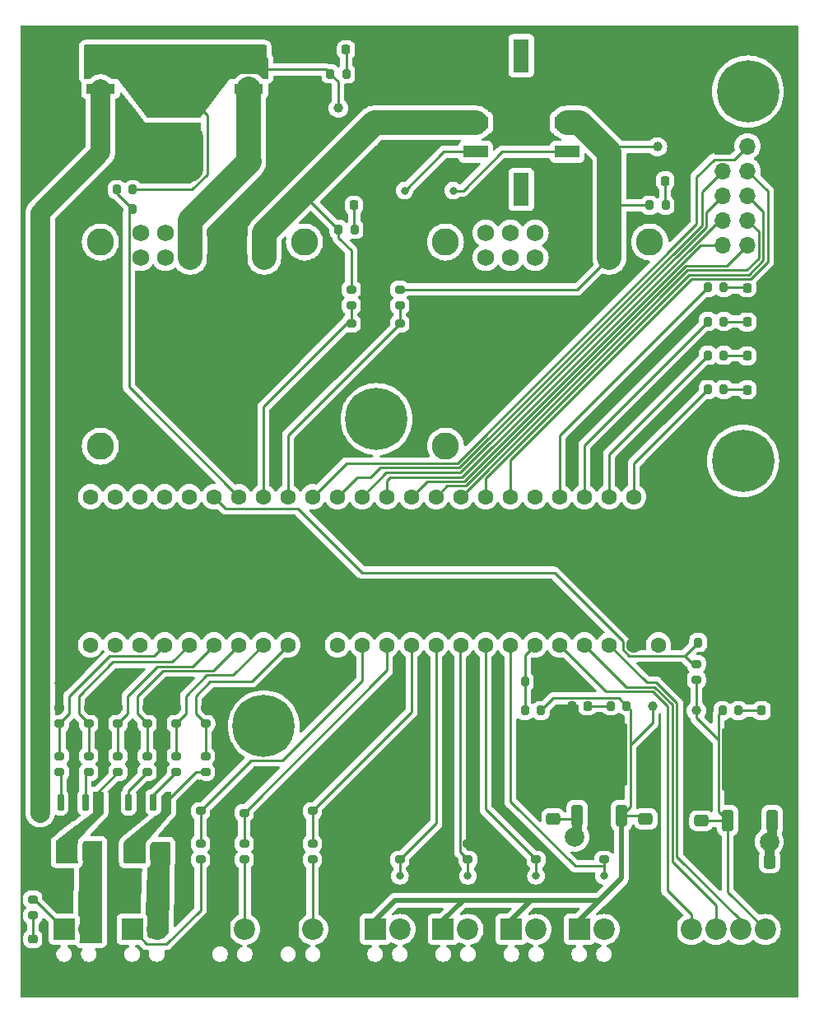
<source format=gtl>
%TF.GenerationSoftware,KiCad,Pcbnew,8.0.5*%
%TF.CreationDate,2024-10-05T14:58:48-05:00*%
%TF.ProjectId,DAQ,4441512e-6b69-4636-9164-5f7063625858,rev?*%
%TF.SameCoordinates,Original*%
%TF.FileFunction,Copper,L1,Top*%
%TF.FilePolarity,Positive*%
%FSLAX46Y46*%
G04 Gerber Fmt 4.6, Leading zero omitted, Abs format (unit mm)*
G04 Created by KiCad (PCBNEW 8.0.5) date 2024-10-05 14:58:48*
%MOMM*%
%LPD*%
G01*
G04 APERTURE LIST*
G04 Aperture macros list*
%AMRoundRect*
0 Rectangle with rounded corners*
0 $1 Rounding radius*
0 $2 $3 $4 $5 $6 $7 $8 $9 X,Y pos of 4 corners*
0 Add a 4 corners polygon primitive as box body*
4,1,4,$2,$3,$4,$5,$6,$7,$8,$9,$2,$3,0*
0 Add four circle primitives for the rounded corners*
1,1,$1+$1,$2,$3*
1,1,$1+$1,$4,$5*
1,1,$1+$1,$6,$7*
1,1,$1+$1,$8,$9*
0 Add four rect primitives between the rounded corners*
20,1,$1+$1,$2,$3,$4,$5,0*
20,1,$1+$1,$4,$5,$6,$7,0*
20,1,$1+$1,$6,$7,$8,$9,0*
20,1,$1+$1,$8,$9,$2,$3,0*%
G04 Aperture macros list end*
%TA.AperFunction,SMDPad,CuDef*%
%ADD10RoundRect,0.218750X0.218750X0.256250X-0.218750X0.256250X-0.218750X-0.256250X0.218750X-0.256250X0*%
%TD*%
%TA.AperFunction,SMDPad,CuDef*%
%ADD11RoundRect,0.200000X0.275000X-0.200000X0.275000X0.200000X-0.275000X0.200000X-0.275000X-0.200000X0*%
%TD*%
%TA.AperFunction,SMDPad,CuDef*%
%ADD12RoundRect,0.218750X-0.218750X-0.256250X0.218750X-0.256250X0.218750X0.256250X-0.218750X0.256250X0*%
%TD*%
%TA.AperFunction,SMDPad,CuDef*%
%ADD13RoundRect,0.200000X0.200000X0.275000X-0.200000X0.275000X-0.200000X-0.275000X0.200000X-0.275000X0*%
%TD*%
%TA.AperFunction,ComponentPad*%
%ADD14RoundRect,1.500000X1.500000X-1.500000X1.500000X1.500000X-1.500000X1.500000X-1.500000X-1.500000X0*%
%TD*%
%TA.AperFunction,ComponentPad*%
%ADD15C,6.000000*%
%TD*%
%TA.AperFunction,SMDPad,CuDef*%
%ADD16RoundRect,0.200000X-0.275000X0.200000X-0.275000X-0.200000X0.275000X-0.200000X0.275000X0.200000X0*%
%TD*%
%TA.AperFunction,SMDPad,CuDef*%
%ADD17RoundRect,0.150000X-0.150000X0.725000X-0.150000X-0.725000X0.150000X-0.725000X0.150000X0.725000X0*%
%TD*%
%TA.AperFunction,SMDPad,CuDef*%
%ADD18R,3.000000X1.000000*%
%TD*%
%TA.AperFunction,SMDPad,CuDef*%
%ADD19R,4.000000X1.800000*%
%TD*%
%TA.AperFunction,SMDPad,CuDef*%
%ADD20RoundRect,0.250000X0.350000X-0.850000X0.350000X0.850000X-0.350000X0.850000X-0.350000X-0.850000X0*%
%TD*%
%TA.AperFunction,SMDPad,CuDef*%
%ADD21RoundRect,0.250000X1.125000X-1.275000X1.125000X1.275000X-1.125000X1.275000X-1.125000X-1.275000X0*%
%TD*%
%TA.AperFunction,SMDPad,CuDef*%
%ADD22RoundRect,0.249997X2.650003X-2.950003X2.650003X2.950003X-2.650003X2.950003X-2.650003X-2.950003X0*%
%TD*%
%TA.AperFunction,SMDPad,CuDef*%
%ADD23RoundRect,0.250000X0.337500X0.475000X-0.337500X0.475000X-0.337500X-0.475000X0.337500X-0.475000X0*%
%TD*%
%TA.AperFunction,SMDPad,CuDef*%
%ADD24C,1.000000*%
%TD*%
%TA.AperFunction,WasherPad*%
%ADD25C,2.800000*%
%TD*%
%TA.AperFunction,ComponentPad*%
%ADD26C,1.750000*%
%TD*%
%TA.AperFunction,ComponentPad*%
%ADD27R,1.700000X1.700000*%
%TD*%
%TA.AperFunction,ComponentPad*%
%ADD28O,1.700000X1.700000*%
%TD*%
%TA.AperFunction,ComponentPad*%
%ADD29C,0.800000*%
%TD*%
%TA.AperFunction,ComponentPad*%
%ADD30C,6.400000*%
%TD*%
%TA.AperFunction,ComponentPad*%
%ADD31R,2.200000X2.200000*%
%TD*%
%TA.AperFunction,ComponentPad*%
%ADD32C,2.200000*%
%TD*%
%TA.AperFunction,SMDPad,CuDef*%
%ADD33RoundRect,0.218750X0.256250X-0.218750X0.256250X0.218750X-0.256250X0.218750X-0.256250X-0.218750X0*%
%TD*%
%TA.AperFunction,SMDPad,CuDef*%
%ADD34RoundRect,0.200000X-0.200000X-0.275000X0.200000X-0.275000X0.200000X0.275000X-0.200000X0.275000X0*%
%TD*%
%TA.AperFunction,SMDPad,CuDef*%
%ADD35RoundRect,0.250000X0.475000X-0.337500X0.475000X0.337500X-0.475000X0.337500X-0.475000X-0.337500X0*%
%TD*%
%TA.AperFunction,ComponentPad*%
%ADD36R,1.600000X1.600000*%
%TD*%
%TA.AperFunction,ComponentPad*%
%ADD37C,1.600000*%
%TD*%
%TA.AperFunction,SMDPad,CuDef*%
%ADD38R,2.540000X1.270000*%
%TD*%
%TA.AperFunction,SMDPad,CuDef*%
%ADD39R,1.650000X3.430000*%
%TD*%
%TA.AperFunction,ViaPad*%
%ADD40C,0.800000*%
%TD*%
%TA.AperFunction,ViaPad*%
%ADD41C,2.000000*%
%TD*%
%TA.AperFunction,ViaPad*%
%ADD42C,2.500000*%
%TD*%
%TA.AperFunction,Conductor*%
%ADD43C,0.250000*%
%TD*%
%TA.AperFunction,Conductor*%
%ADD44C,0.500000*%
%TD*%
%TA.AperFunction,Conductor*%
%ADD45C,1.000000*%
%TD*%
%TA.AperFunction,Conductor*%
%ADD46C,2.500000*%
%TD*%
%TA.AperFunction,Conductor*%
%ADD47C,2.000000*%
%TD*%
G04 APERTURE END LIST*
D10*
%TO.P,D5,1,K*%
%TO.N,GND*%
X179287500Y-118000000D03*
%TO.P,D5,2,A*%
%TO.N,Net-(D5-A)*%
X177712500Y-118000000D03*
%TD*%
D11*
%TO.P,R19,1*%
%TO.N,/PYRO_SENSE_0*%
X124500000Y-128500000D03*
%TO.P,R19,2*%
%TO.N,GND*%
X124500000Y-126850000D03*
%TD*%
%TO.P,R12,1*%
%TO.N,/FIRE_B*%
X114500000Y-119325000D03*
%TO.P,R12,2*%
%TO.N,GND*%
X114500000Y-117675000D03*
%TD*%
D12*
%TO.P,D2,1,K*%
%TO.N,GND*%
X158212500Y-117500000D03*
%TO.P,D2,2,A*%
%TO.N,Net-(D2-A)*%
X159787500Y-117500000D03*
%TD*%
D13*
%TO.P,R21,1*%
%TO.N,Net-(D1-A)*%
X135000000Y-52500000D03*
%TO.P,R21,2*%
%TO.N,BATT*%
X133350000Y-52500000D03*
%TD*%
D14*
%TO.P,J11,1,GND*%
%TO.N,GND*%
X117344262Y-60600000D03*
D15*
%TO.P,J11,2,VCC*%
%TO.N,BATT*%
X117344262Y-53400000D03*
%TD*%
D16*
%TO.P,R14,1*%
%TO.N,/FIRE_B*%
X114500000Y-122675000D03*
%TO.P,R14,2*%
%TO.N,Net-(Q2B-G2)*%
X114500000Y-124325000D03*
%TD*%
D17*
%TO.P,Q1,1,S1*%
%TO.N,Net-(Q1A-S1)*%
X109405000Y-127425000D03*
%TO.P,Q1,2,G1*%
%TO.N,Net-(Q1A-G1)*%
X108135000Y-127425000D03*
%TO.P,Q1,3,S2*%
%TO.N,GND*%
X106865000Y-127425000D03*
%TO.P,Q1,4,G2*%
%TO.N,Net-(Q1B-G2)*%
X105595000Y-127425000D03*
%TO.P,Q1,5,D2*%
%TO.N,Net-(Q1A-S1)*%
X105595000Y-132575000D03*
%TO.P,Q1,6,D2*%
X106865000Y-132575000D03*
%TO.P,Q1,7,D1*%
%TO.N,/PYRO_A*%
X108135000Y-132575000D03*
%TO.P,Q1,8,D1*%
X109405000Y-132575000D03*
%TD*%
D16*
%TO.P,R16,1*%
%TO.N,GND*%
X120500000Y-117675000D03*
%TO.P,R16,2*%
%TO.N,/SENSE_B*%
X120500000Y-119325000D03*
%TD*%
D13*
%TO.P,R24,1*%
%TO.N,Net-(D4-A)*%
X167825000Y-66000000D03*
%TO.P,R24,2*%
%TO.N,6VB*%
X166175000Y-66000000D03*
%TD*%
D16*
%TO.P,R10,1*%
%TO.N,GND*%
X111500000Y-117675000D03*
%TO.P,R10,2*%
%TO.N,/SENSE_A*%
X111500000Y-119325000D03*
%TD*%
D13*
%TO.P,R40,1*%
%TO.N,Net-(D8-A)*%
X173825000Y-81460000D03*
%TO.P,R40,2*%
%TO.N,/LED1*%
X172175000Y-81460000D03*
%TD*%
D16*
%TO.P,R4,1*%
%TO.N,GND*%
X161500000Y-131675000D03*
%TO.P,R4,2*%
%TO.N,/P3_SENSE*%
X161500000Y-133325000D03*
%TD*%
D13*
%TO.P,R28,1*%
%TO.N,BATT*%
X113025000Y-64400000D03*
%TO.P,R28,2*%
%TO.N,/BATT_SENSE*%
X111375000Y-64400000D03*
%TD*%
D18*
%TO.P,J12,1*%
%TO.N,VPYRO*%
X109713525Y-54025000D03*
%TO.P,J12,2*%
%TO.N,BATT*%
X109713525Y-52025000D03*
D19*
%TO.P,J12,3*%
%TO.N,GND*%
X105413525Y-56425000D03*
%TO.P,J12,4*%
X105413525Y-49625000D03*
%TD*%
D12*
%TO.P,D3,1,K*%
%TO.N,GND*%
X134212500Y-66000000D03*
%TO.P,D3,2,A*%
%TO.N,Net-(D3-A)*%
X135787500Y-66000000D03*
%TD*%
D20*
%TO.P,U4,1,VI*%
%TO.N,BATT*%
X158720000Y-128800000D03*
%TO.P,U4,2,GND*%
%TO.N,GND*%
X161000000Y-128800000D03*
D21*
X159475000Y-124175000D03*
X162525000Y-124175000D03*
D22*
X161000000Y-122500000D03*
D21*
X159475000Y-120825000D03*
X162525000Y-120825000D03*
D20*
%TO.P,U4,3,VO*%
%TO.N,9V*%
X163280000Y-128800000D03*
%TD*%
D16*
%TO.P,R1,1*%
%TO.N,GND*%
X140500000Y-131675000D03*
%TO.P,R1,2*%
%TO.N,/P0_SENSE*%
X140500000Y-133325000D03*
%TD*%
D13*
%TO.P,R25,1*%
%TO.N,Net-(D5-A)*%
X175325000Y-118000000D03*
%TO.P,R25,2*%
%TO.N,5V*%
X173675000Y-118000000D03*
%TD*%
D17*
%TO.P,Q2,1,S1*%
%TO.N,Net-(Q2A-S1)*%
X116405000Y-127425000D03*
%TO.P,Q2,2,G1*%
%TO.N,Net-(Q2A-G1)*%
X115135000Y-127425000D03*
%TO.P,Q2,3,S2*%
%TO.N,GND*%
X113865000Y-127425000D03*
%TO.P,Q2,4,G2*%
%TO.N,Net-(Q2B-G2)*%
X112595000Y-127425000D03*
%TO.P,Q2,5,D2*%
%TO.N,Net-(Q2A-S1)*%
X112595000Y-132575000D03*
%TO.P,Q2,6,D2*%
X113865000Y-132575000D03*
%TO.P,Q2,7,D1*%
%TO.N,/PYRO_B*%
X115135000Y-132575000D03*
%TO.P,Q2,8,D1*%
X116405000Y-132575000D03*
%TD*%
D10*
%TO.P,D7,1,K*%
%TO.N,GND*%
X177787500Y-85000000D03*
%TO.P,D7,2,A*%
%TO.N,Net-(D7-A)*%
X176212500Y-85000000D03*
%TD*%
D11*
%TO.P,R17,1*%
%TO.N,/VPYRO_SENSE_0*%
X124500000Y-133325000D03*
%TO.P,R17,2*%
%TO.N,/PYRO_SENSE_0*%
X124500000Y-131675000D03*
%TD*%
D23*
%TO.P,C4,1*%
%TO.N,BATT*%
X178537500Y-133500000D03*
%TO.P,C4,2*%
%TO.N,GND*%
X176462500Y-133500000D03*
%TD*%
D24*
%TO.P,TP19,1,1*%
%TO.N,6VB*%
X167000000Y-60000000D03*
%TD*%
D25*
%TO.P,U2,*%
%TO.N,*%
X130690000Y-69785000D03*
X109690000Y-90785000D03*
X109690000Y-69785000D03*
D26*
%TO.P,U2,1,PG*%
%TO.N,unconnected-(U2-PG-Pad1)*%
X113840000Y-71395000D03*
%TO.P,U2,2,VRP*%
%TO.N,unconnected-(U2-VRP-Pad2)*%
X116380000Y-71395000D03*
%TO.P,U2,3,VIN*%
%TO.N,VSERVO*%
X118920000Y-71395000D03*
%TO.P,U2,4,GND*%
%TO.N,GND*%
X121460000Y-71395000D03*
%TO.P,U2,5,GND*%
X124000000Y-71395000D03*
%TO.P,U2,6,VOUT*%
%TO.N,6VA*%
X126540000Y-71395000D03*
%TO.P,U2,7,EN*%
%TO.N,unconnected-(U2-EN-Pad7)*%
X113840000Y-68855000D03*
%TO.P,U2,8,VRP*%
%TO.N,unconnected-(U2-VRP-Pad8)*%
X116380000Y-68855000D03*
%TO.P,U2,9,VIN*%
%TO.N,VSERVO*%
X118920000Y-68855000D03*
%TO.P,U2,10,GND*%
%TO.N,GND*%
X121460000Y-68855000D03*
%TO.P,U2,11,GND*%
X124000000Y-68855000D03*
%TO.P,U2,12,VOUT*%
%TO.N,6VA*%
X126540000Y-68855000D03*
%TD*%
D20*
%TO.P,U5,1,VI*%
%TO.N,5V*%
X174220000Y-129300000D03*
%TO.P,U5,2,GND*%
%TO.N,GND*%
X176500000Y-129300000D03*
D21*
X174975000Y-124675000D03*
X178025000Y-124675000D03*
D22*
X176500000Y-123000000D03*
D21*
X174975000Y-121325000D03*
X178025000Y-121325000D03*
D20*
%TO.P,U5,3,VO*%
%TO.N,BATT*%
X178780000Y-129300000D03*
%TD*%
D16*
%TO.P,R33,1*%
%TO.N,/6VB_SENSE*%
X140500000Y-78175000D03*
%TO.P,R33,2*%
%TO.N,GND*%
X140500000Y-79825000D03*
%TD*%
D24*
%TO.P,TP18,1,1*%
%TO.N,6VA*%
X137500000Y-59000000D03*
%TD*%
D27*
%TO.P,J14,1,Pin_1*%
%TO.N,GND*%
X173725000Y-59925000D03*
D28*
%TO.P,J14,2,Pin_2*%
%TO.N,/3V3 PINHEADER*%
X176265000Y-59925000D03*
%TO.P,J14,3,Pin_3*%
%TO.N,/12_MISO_MQSL*%
X173725000Y-62465000D03*
%TO.P,J14,4,Pin_4*%
%TO.N,/5_IN2*%
X176265000Y-62465000D03*
%TO.P,J14,5,Pin_5*%
%TO.N,/11_MOSI_CTX1*%
X173725000Y-65005000D03*
%TO.P,J14,6,Pin_6*%
%TO.N,/6_OUT1D*%
X176265000Y-65005000D03*
%TO.P,J14,7,Pin_7*%
%TO.N,/10_CS_MQSR*%
X173725000Y-67545000D03*
%TO.P,J14,8,Pin_8*%
%TO.N,/7_RX2_OUT1A*%
X176265000Y-67545000D03*
%TO.P,J14,9,Pin_9*%
%TO.N,/9_OUT1C*%
X173725000Y-70085000D03*
%TO.P,J14,10,Pin_10*%
%TO.N,/8_TX2_IN1*%
X176265000Y-70085000D03*
%TD*%
D11*
%TO.P,R26,1*%
%TO.N,Net-(D6-A)*%
X102750000Y-139075000D03*
%TO.P,R26,2*%
%TO.N,VPYRO*%
X102750000Y-137425000D03*
%TD*%
D24*
%TO.P,TP17,1,1*%
%TO.N,9V*%
X166500000Y-117500000D03*
%TD*%
D11*
%TO.P,R18,1*%
%TO.N,/PYRO_SENSE_1*%
X131500000Y-128325000D03*
%TO.P,R18,2*%
%TO.N,GND*%
X131500000Y-126675000D03*
%TD*%
D12*
%TO.P,D1,1,K*%
%TO.N,GND*%
X133387500Y-50000000D03*
%TO.P,D1,2,A*%
%TO.N,Net-(D1-A)*%
X134962500Y-50000000D03*
%TD*%
D29*
%TO.P,H1,1,1*%
%TO.N,unconnected-(H1-Pad1)_2*%
X173902944Y-54302944D03*
%TO.N,unconnected-(H1-Pad1)_6*%
X174605888Y-52605888D03*
%TO.N,unconnected-(H1-Pad1)_5*%
X174605888Y-56000000D03*
%TO.N,unconnected-(H1-Pad1)_4*%
X176302944Y-51902944D03*
D30*
%TO.N,unconnected-(H1-Pad1)_3*%
X176302944Y-54302944D03*
D29*
%TO.N,unconnected-(H1-Pad1)*%
X176302944Y-56702944D03*
%TO.N,unconnected-(H1-Pad1)_8*%
X178000000Y-52605888D03*
%TO.N,unconnected-(H1-Pad1)_1*%
X178000000Y-56000000D03*
%TO.N,unconnected-(H1-Pad1)_7*%
X178702944Y-54302944D03*
%TD*%
%TO.P,H2,1,1*%
%TO.N,unconnected-(H2-Pad1)_2*%
X173402944Y-92302944D03*
%TO.N,unconnected-(H2-Pad1)*%
X174105888Y-90605888D03*
%TO.N,unconnected-(H2-Pad1)_8*%
X174105888Y-94000000D03*
%TO.N,unconnected-(H2-Pad1)_3*%
X175802944Y-89902944D03*
D30*
%TO.N,unconnected-(H2-Pad1)_1*%
X175802944Y-92302944D03*
D29*
%TO.N,unconnected-(H2-Pad1)_7*%
X175802944Y-94702944D03*
%TO.N,unconnected-(H2-Pad1)_4*%
X177500000Y-90605888D03*
%TO.N,unconnected-(H2-Pad1)_5*%
X177500000Y-94000000D03*
%TO.N,unconnected-(H2-Pad1)_6*%
X178202944Y-92302944D03*
%TD*%
%TO.P,H3,1,1*%
%TO.N,unconnected-(H3-Pad1)_6*%
X135700000Y-88000000D03*
%TO.N,unconnected-(H3-Pad1)_4*%
X136402944Y-86302944D03*
%TO.N,unconnected-(H3-Pad1)*%
X136402944Y-89697056D03*
%TO.N,unconnected-(H3-Pad1)_2*%
X138100000Y-85600000D03*
D30*
%TO.N,unconnected-(H3-Pad1)_7*%
X138100000Y-88000000D03*
D29*
%TO.N,unconnected-(H3-Pad1)_8*%
X138100000Y-90400000D03*
%TO.N,unconnected-(H3-Pad1)_1*%
X139797056Y-86302944D03*
%TO.N,unconnected-(H3-Pad1)_5*%
X139797056Y-89697056D03*
%TO.N,unconnected-(H3-Pad1)_3*%
X140500000Y-88000000D03*
%TD*%
D16*
%TO.P,R7,1*%
%TO.N,/ARM_A*%
X108500000Y-122675000D03*
%TO.P,R7,2*%
%TO.N,Net-(Q1A-G1)*%
X108500000Y-124325000D03*
%TD*%
D31*
%TO.P,J4,1,Pin_1*%
%TO.N,9V*%
X158960000Y-140500000D03*
D32*
%TO.P,J4,2,Pin_2*%
%TO.N,/P3_SENSE*%
X161500000Y-140500000D03*
%TD*%
D13*
%TO.P,R41,1*%
%TO.N,Net-(D9-A)*%
X173825000Y-77960000D03*
%TO.P,R41,2*%
%TO.N,/LED2*%
X172175000Y-77960000D03*
%TD*%
D24*
%TO.P,TP15,1,1*%
%TO.N,GND*%
X141000000Y-54500000D03*
%TD*%
D33*
%TO.P,D6,1,K*%
%TO.N,GND*%
X102750000Y-143037500D03*
%TO.P,D6,2,A*%
%TO.N,Net-(D6-A)*%
X102750000Y-141462500D03*
%TD*%
D11*
%TO.P,R11,1*%
%TO.N,/ARM_B*%
X117500000Y-119325000D03*
%TO.P,R11,2*%
%TO.N,GND*%
X117500000Y-117675000D03*
%TD*%
D16*
%TO.P,R2,1*%
%TO.N,GND*%
X147500000Y-131675000D03*
%TO.P,R2,2*%
%TO.N,/P1_SENSE*%
X147500000Y-133325000D03*
%TD*%
%TO.P,R31,1*%
%TO.N,/6VA_SENSE*%
X135500000Y-78175000D03*
%TO.P,R31,2*%
%TO.N,GND*%
X135500000Y-79825000D03*
%TD*%
D31*
%TO.P,J8,1,Pin_1*%
%TO.N,GND*%
X129000000Y-140500000D03*
D32*
%TO.P,J8,2,Pin_2*%
%TO.N,/VPYRO_SENSE_1*%
X131540000Y-140500000D03*
%TD*%
D24*
%TO.P,TP20,1,1*%
%TO.N,5V*%
X171000000Y-118000000D03*
%TD*%
D13*
%TO.P,R30,1*%
%TO.N,9V*%
X155000000Y-118000000D03*
%TO.P,R30,2*%
%TO.N,/9V_SENSE*%
X153350000Y-118000000D03*
%TD*%
D31*
%TO.P,J7,1,Pin_1*%
%TO.N,GND*%
X122000000Y-140500000D03*
D32*
%TO.P,J7,2,Pin_2*%
%TO.N,/VPYRO_SENSE_0*%
X124540000Y-140500000D03*
%TD*%
D31*
%TO.P,J9,1,Pin_1*%
%TO.N,VPYRO*%
X105960000Y-140500000D03*
D32*
%TO.P,J9,2,Pin_2*%
%TO.N,/PYRO_A*%
X108500000Y-140500000D03*
%TD*%
D10*
%TO.P,D10,1,K*%
%TO.N,GND*%
X177787500Y-74500000D03*
%TO.P,D10,2,A*%
%TO.N,Net-(D10-A)*%
X176212500Y-74500000D03*
%TD*%
D34*
%TO.P,R22,1*%
%TO.N,Net-(D2-A)*%
X162185000Y-117500000D03*
%TO.P,R22,2*%
%TO.N,9V*%
X163835000Y-117500000D03*
%TD*%
D11*
%TO.P,R5,1*%
%TO.N,/ARM_A*%
X108500000Y-119325000D03*
%TO.P,R5,2*%
%TO.N,GND*%
X108500000Y-117675000D03*
%TD*%
D16*
%TO.P,R34,1*%
%TO.N,6VB*%
X140500000Y-74675000D03*
%TO.P,R34,2*%
%TO.N,/6VB_SENSE*%
X140500000Y-76325000D03*
%TD*%
D11*
%TO.P,R38,1*%
%TO.N,VPYRO*%
X120000000Y-133325000D03*
%TO.P,R38,2*%
%TO.N,/VPYRO_SENSE*%
X120000000Y-131675000D03*
%TD*%
D35*
%TO.P,C1,1*%
%TO.N,9V*%
X165780000Y-129137500D03*
%TO.P,C1,2*%
%TO.N,GND*%
X165780000Y-127062500D03*
%TD*%
D11*
%TO.P,R6,1*%
%TO.N,/FIRE_A*%
X105500000Y-119325000D03*
%TO.P,R6,2*%
%TO.N,GND*%
X105500000Y-117675000D03*
%TD*%
D13*
%TO.P,R39,1*%
%TO.N,Net-(D7-A)*%
X173825000Y-84960000D03*
%TO.P,R39,2*%
%TO.N,/LED0*%
X172175000Y-84960000D03*
%TD*%
%TO.P,R27,1*%
%TO.N,/BATT_SENSE*%
X113025000Y-66400000D03*
%TO.P,R27,2*%
%TO.N,GND*%
X111375000Y-66400000D03*
%TD*%
D24*
%TO.P,TP16,1,1*%
%TO.N,BATT*%
X134175000Y-56000000D03*
%TD*%
D31*
%TO.P,J5,1,Pin_1*%
%TO.N,GND*%
X167920000Y-140500000D03*
D32*
%TO.P,J5,2,Pin_2*%
%TO.N,/LOAD_CELL_DAT*%
X170460000Y-140500000D03*
%TO.P,J5,3,Pin_3*%
%TO.N,/LOAD_CELL_CLK*%
X173000000Y-140500000D03*
%TO.P,J5,4,Pin_4*%
%TO.N,3V3*%
X175540000Y-140500000D03*
%TO.P,J5,5,Pin_5*%
%TO.N,5V*%
X178080000Y-140500000D03*
%TD*%
D13*
%TO.P,R23,1*%
%TO.N,Net-(D3-A)*%
X135825000Y-68500000D03*
%TO.P,R23,2*%
%TO.N,6VA*%
X134175000Y-68500000D03*
%TD*%
D10*
%TO.P,D8,1,K*%
%TO.N,GND*%
X177787500Y-81500000D03*
%TO.P,D8,2,A*%
%TO.N,Net-(D8-A)*%
X176212500Y-81500000D03*
%TD*%
D29*
%TO.P,H4,1,1*%
%TO.N,unconnected-(H4-Pad1)_3*%
X124100000Y-119600000D03*
%TO.N,unconnected-(H4-Pad1)*%
X124802944Y-117902944D03*
%TO.N,unconnected-(H4-Pad1)_8*%
X124802944Y-121297056D03*
%TO.N,unconnected-(H4-Pad1)_4*%
X126500000Y-117200000D03*
D30*
%TO.N,unconnected-(H4-Pad1)_7*%
X126500000Y-119600000D03*
D29*
%TO.N,unconnected-(H4-Pad1)_2*%
X126500000Y-122000000D03*
%TO.N,unconnected-(H4-Pad1)_5*%
X128197056Y-117902944D03*
%TO.N,unconnected-(H4-Pad1)_1*%
X128197056Y-121297056D03*
%TO.N,unconnected-(H4-Pad1)_6*%
X128900000Y-119600000D03*
%TD*%
D16*
%TO.P,R8,1*%
%TO.N,/FIRE_A*%
X105500000Y-122675000D03*
%TO.P,R8,2*%
%TO.N,Net-(Q1B-G2)*%
X105500000Y-124325000D03*
%TD*%
%TO.P,R9,1*%
%TO.N,/SENSE_A*%
X111500000Y-122675000D03*
%TO.P,R9,2*%
%TO.N,Net-(Q1A-S1)*%
X111500000Y-124325000D03*
%TD*%
D31*
%TO.P,J1,1,Pin_1*%
%TO.N,9V*%
X137960000Y-140500000D03*
D32*
%TO.P,J1,2,Pin_2*%
%TO.N,/P0_SENSE*%
X140500000Y-140500000D03*
%TD*%
D12*
%TO.P,D4,1,K*%
%TO.N,GND*%
X166212500Y-63500000D03*
%TO.P,D4,2,A*%
%TO.N,Net-(D4-A)*%
X167787500Y-63500000D03*
%TD*%
D16*
%TO.P,R32,1*%
%TO.N,6VA*%
X135500000Y-74675000D03*
%TO.P,R32,2*%
%TO.N,/6VA_SENSE*%
X135500000Y-76325000D03*
%TD*%
D31*
%TO.P,J3,1,Pin_1*%
%TO.N,9V*%
X151960000Y-140500000D03*
D32*
%TO.P,J3,2,Pin_2*%
%TO.N,/P2_SENSE*%
X154500000Y-140500000D03*
%TD*%
D18*
%TO.P,J13,1*%
%TO.N,BATT*%
X124975000Y-52025000D03*
%TO.P,J13,2*%
%TO.N,VSERVO*%
X124975000Y-54025000D03*
D19*
%TO.P,J13,3*%
%TO.N,GND*%
X129275000Y-49625000D03*
%TO.P,J13,4*%
X129275000Y-56425000D03*
%TD*%
D35*
%TO.P,C3,1*%
%TO.N,5V*%
X171500000Y-129337500D03*
%TO.P,C3,2*%
%TO.N,GND*%
X171500000Y-127262500D03*
%TD*%
%TO.P,C2,1*%
%TO.N,BATT*%
X156280000Y-129137500D03*
%TO.P,C2,2*%
%TO.N,GND*%
X156280000Y-127062500D03*
%TD*%
D36*
%TO.P,U1,1,GND*%
%TO.N,GND*%
X167100000Y-96000000D03*
D37*
%TO.P,U1,2,0_RX1_CRX2_CS1*%
%TO.N,/LED0*%
X164560000Y-96000000D03*
%TO.P,U1,3,1_TX1_CTX2_MISO1*%
%TO.N,/LED1*%
X162020000Y-96000000D03*
%TO.P,U1,4,2_OUT2*%
%TO.N,/LED2*%
X159480000Y-96000000D03*
%TO.P,U1,5,3_LRCLK2*%
%TO.N,/LED3*%
X156940000Y-96000000D03*
%TO.P,U1,6,4_BCLK2*%
%TO.N,unconnected-(U1-4_BCLK2-Pad6)*%
X154400000Y-96000000D03*
%TO.P,U1,7,5_IN2*%
%TO.N,/5_IN2*%
X151860000Y-96000000D03*
%TO.P,U1,8,6_OUT1D*%
%TO.N,/6_OUT1D*%
X149320000Y-96000000D03*
%TO.P,U1,9,7_RX2_OUT1A*%
%TO.N,/7_RX2_OUT1A*%
X146780000Y-96000000D03*
%TO.P,U1,10,8_TX2_IN1*%
%TO.N,/8_TX2_IN1*%
X144240000Y-96000000D03*
%TO.P,U1,11,9_OUT1C*%
%TO.N,/9_OUT1C*%
X141700000Y-96000000D03*
%TO.P,U1,12,10_CS_MQSR*%
%TO.N,/10_CS_MQSR*%
X139160000Y-96000000D03*
%TO.P,U1,13,11_MOSI_CTX1*%
%TO.N,/11_MOSI_CTX1*%
X136620000Y-96000000D03*
%TO.P,U1,14,12_MISO_MQSL*%
%TO.N,/12_MISO_MQSL*%
X134080000Y-96000000D03*
%TO.P,U1,15,3V3*%
%TO.N,/3V3 PINHEADER*%
X131540000Y-96000000D03*
%TO.P,U1,16,24_A10_TX6_SCL2*%
%TO.N,/6VB_SENSE*%
X129000000Y-96000000D03*
%TO.P,U1,17,25_A11_RX6_SDA2*%
%TO.N,/6VA_SENSE*%
X126460000Y-96000000D03*
%TO.P,U1,18,26_A12_MOSI1*%
%TO.N,/BATT_SENSE*%
X123920000Y-96000000D03*
%TO.P,U1,19,27_A13_SCK1*%
%TO.N,/5V_SENSE*%
X121380000Y-96000000D03*
%TO.P,U1,20,28_RX7*%
%TO.N,/SERVO_1_PWM*%
X118840000Y-96000000D03*
%TO.P,U1,21,29_TX7*%
%TO.N,/SERVO_0_PWM*%
X116300000Y-96000000D03*
%TO.P,U1,22,30_CRX3*%
%TO.N,unconnected-(U1-30_CRX3-Pad22)*%
X113760000Y-96000000D03*
%TO.P,U1,23,31_CTX3*%
%TO.N,unconnected-(U1-31_CTX3-Pad23)*%
X111220000Y-96000000D03*
%TO.P,U1,24,32_OUT1B*%
%TO.N,unconnected-(U1-32_OUT1B-Pad24)*%
X108680000Y-96000000D03*
%TO.P,U1,25,33_MCLK2*%
%TO.N,unconnected-(U1-33_MCLK2-Pad25)*%
X108680000Y-111240000D03*
%TO.P,U1,26,34_RX8*%
%TO.N,unconnected-(U1-34_RX8-Pad26)*%
X111220000Y-111240000D03*
%TO.P,U1,27,35_TX8*%
%TO.N,unconnected-(U1-35_TX8-Pad27)*%
X113760000Y-111240000D03*
%TO.P,U1,28,36_CS*%
%TO.N,/FIRE_A*%
X116300000Y-111240000D03*
%TO.P,U1,29,37_CS*%
%TO.N,/ARM_A*%
X118840000Y-111240000D03*
%TO.P,U1,30,38_CS1_IN1*%
%TO.N,/SENSE_A*%
X121380000Y-111240000D03*
%TO.P,U1,31,39_MISO1_OUT1A*%
%TO.N,/FIRE_B*%
X123920000Y-111240000D03*
%TO.P,U1,32,40_A16*%
%TO.N,/ARM_B*%
X126460000Y-111240000D03*
%TO.P,U1,33,41_A17*%
%TO.N,/SENSE_B*%
X129000000Y-111240000D03*
%TO.P,U1,34,GND*%
%TO.N,GND*%
X131540000Y-111240000D03*
%TO.P,U1,35,13_SCK_LED*%
%TO.N,unconnected-(U1-13_SCK_LED-Pad35)*%
X134080000Y-111240000D03*
%TO.P,U1,36,14_A0_TX3_SPDIF_OUT*%
%TO.N,/VPYRO_SENSE*%
X136620000Y-111240000D03*
%TO.P,U1,37,15_A1_RX3_SPDIF_IN*%
%TO.N,/PYRO_SENSE_0*%
X139160000Y-111240000D03*
%TO.P,U1,38,16_A2_RX4_SCL1*%
%TO.N,/PYRO_SENSE_1*%
X141700000Y-111240000D03*
%TO.P,U1,39,17_A3_TX4_SDA1*%
%TO.N,/P0_SENSE*%
X144240000Y-111240000D03*
%TO.P,U1,40,18_A4_SDA*%
%TO.N,/P1_SENSE*%
X146780000Y-111240000D03*
%TO.P,U1,41,19_A5_SCL*%
%TO.N,/P2_SENSE*%
X149320000Y-111240000D03*
%TO.P,U1,42,20_A6_TX5_LRCLK1*%
%TO.N,/P3_SENSE*%
X151860000Y-111240000D03*
%TO.P,U1,43,21_A7_RX5_BCLK1*%
%TO.N,/9V_SENSE*%
X154400000Y-111240000D03*
%TO.P,U1,44,22_A8_CTX1*%
%TO.N,/LOAD_CELL_DAT*%
X156940000Y-111240000D03*
%TO.P,U1,45,23_A9_CRX1_MCLK1*%
%TO.N,/LOAD_CELL_CLK*%
X159480000Y-111240000D03*
%TO.P,U1,46,3V3*%
%TO.N,3V3*%
X162020000Y-111240000D03*
%TO.P,U1,47,GND*%
%TO.N,GND*%
X164560000Y-111240000D03*
%TO.P,U1,48,VIN*%
%TO.N,unconnected-(U1-VIN-Pad48)*%
X167100000Y-111240000D03*
%TD*%
D31*
%TO.P,J2,1,Pin_1*%
%TO.N,9V*%
X144960000Y-140500000D03*
D32*
%TO.P,J2,2,Pin_2*%
%TO.N,/P1_SENSE*%
X147500000Y-140500000D03*
%TD*%
D13*
%TO.P,R42,1*%
%TO.N,Net-(D10-A)*%
X173825000Y-74460000D03*
%TO.P,R42,2*%
%TO.N,/LED3*%
X172175000Y-74460000D03*
%TD*%
D34*
%TO.P,R29,1*%
%TO.N,/9V_SENSE*%
X153350000Y-115000000D03*
%TO.P,R29,2*%
%TO.N,GND*%
X155000000Y-115000000D03*
%TD*%
D11*
%TO.P,R36,1*%
%TO.N,5V*%
X171000000Y-114825000D03*
%TO.P,R36,2*%
%TO.N,/5V_SENSE*%
X171000000Y-113175000D03*
%TD*%
D34*
%TO.P,R35,1*%
%TO.N,/5V_SENSE*%
X171175000Y-111000000D03*
%TO.P,R35,2*%
%TO.N,GND*%
X172825000Y-111000000D03*
%TD*%
D11*
%TO.P,R20,1*%
%TO.N,/VPYRO_SENSE_1*%
X131500000Y-133325000D03*
%TO.P,R20,2*%
%TO.N,/PYRO_SENSE_1*%
X131500000Y-131675000D03*
%TD*%
D10*
%TO.P,D9,1,K*%
%TO.N,GND*%
X177787500Y-78000000D03*
%TO.P,D9,2,A*%
%TO.N,Net-(D9-A)*%
X176212500Y-78000000D03*
%TD*%
D31*
%TO.P,J10,1,Pin_1*%
%TO.N,VPYRO*%
X112960000Y-140500000D03*
D32*
%TO.P,J10,2,Pin_2*%
%TO.N,/PYRO_B*%
X115500000Y-140500000D03*
%TD*%
D16*
%TO.P,R15,1*%
%TO.N,/SENSE_B*%
X120500000Y-122675000D03*
%TO.P,R15,2*%
%TO.N,Net-(Q2A-S1)*%
X120500000Y-124325000D03*
%TD*%
D25*
%TO.P,U3,*%
%TO.N,*%
X166190000Y-69785000D03*
X145190000Y-90785000D03*
X145190000Y-69785000D03*
D26*
%TO.P,U3,1,PG*%
%TO.N,unconnected-(U3-PG-Pad1)*%
X149340000Y-71395000D03*
%TO.P,U3,2,VRP*%
%TO.N,unconnected-(U3-VRP-Pad2)*%
X151880000Y-71395000D03*
%TO.P,U3,3,VIN*%
%TO.N,VSERVO*%
X154420000Y-71395000D03*
%TO.P,U3,4,GND*%
%TO.N,GND*%
X156960000Y-71395000D03*
%TO.P,U3,5,GND*%
X159500000Y-71395000D03*
%TO.P,U3,6,VOUT*%
%TO.N,6VB*%
X162040000Y-71395000D03*
%TO.P,U3,7,EN*%
%TO.N,unconnected-(U3-EN-Pad7)*%
X149340000Y-68855000D03*
%TO.P,U3,8,VRP*%
%TO.N,unconnected-(U3-VRP-Pad8)*%
X151880000Y-68855000D03*
%TO.P,U3,9,VIN*%
%TO.N,VSERVO*%
X154420000Y-68855000D03*
%TO.P,U3,10,GND*%
%TO.N,GND*%
X156960000Y-68855000D03*
%TO.P,U3,11,GND*%
X159500000Y-68855000D03*
%TO.P,U3,12,VOUT*%
%TO.N,6VB*%
X162040000Y-68855000D03*
%TD*%
D16*
%TO.P,R13,1*%
%TO.N,/ARM_B*%
X117500000Y-122675000D03*
%TO.P,R13,2*%
%TO.N,Net-(Q2A-G1)*%
X117500000Y-124325000D03*
%TD*%
D38*
%TO.P,J6,1,Pin_1*%
%TO.N,/SERVO_0_PWM*%
X148300000Y-60500000D03*
%TO.P,J6,2,Pin_2*%
%TO.N,6VA*%
X148300000Y-57500000D03*
%TO.P,J6,3,Pin_3*%
%TO.N,GND*%
X148300000Y-54500000D03*
%TO.P,J6,4,Pin_4*%
%TO.N,/SERVO_1_PWM*%
X157700000Y-60500000D03*
%TO.P,J6,5,Pin_5*%
%TO.N,6VB*%
X157700000Y-57500000D03*
%TO.P,J6,6,Pin_6*%
%TO.N,GND*%
X157700000Y-54500000D03*
D39*
%TO.P,J6,MP,MountPin*%
%TO.N,unconnected-(J6-MountPin-PadMP)_1*%
X153000000Y-64385000D03*
%TO.N,unconnected-(J6-MountPin-PadMP)*%
X153000000Y-50615000D03*
%TD*%
D11*
%TO.P,R37,1*%
%TO.N,/VPYRO_SENSE*%
X120000000Y-128325000D03*
%TO.P,R37,2*%
%TO.N,GND*%
X120000000Y-126675000D03*
%TD*%
D16*
%TO.P,R3,1*%
%TO.N,GND*%
X154500000Y-131675000D03*
%TO.P,R3,2*%
%TO.N,/P2_SENSE*%
X154500000Y-133325000D03*
%TD*%
D40*
%TO.N,/P0_SENSE*%
X140500000Y-135000000D03*
%TO.N,GND*%
X156500000Y-125000000D03*
X124500000Y-125500000D03*
X161000000Y-126500000D03*
X123800000Y-76600000D03*
X142400000Y-79600000D03*
X110000000Y-117800000D03*
X131500000Y-125500000D03*
X176500000Y-127000000D03*
X156500000Y-119500000D03*
X157000000Y-115500000D03*
X105400000Y-115200000D03*
X171200000Y-98200000D03*
X136800000Y-79800000D03*
X116200000Y-79200000D03*
X112000000Y-55600000D03*
X148000000Y-130000000D03*
X117000000Y-104400000D03*
X109200000Y-84600000D03*
X120000000Y-125500000D03*
X122000000Y-117600000D03*
X140500000Y-130000000D03*
X166000000Y-125000000D03*
X178200000Y-98600000D03*
X153000000Y-130000000D03*
X171500000Y-125000000D03*
X106800000Y-125800000D03*
X106800000Y-129000000D03*
X157000000Y-102000000D03*
X111000000Y-132000000D03*
X134000000Y-103600000D03*
X111000000Y-130000000D03*
X116000000Y-117500000D03*
%TO.N,/P1_SENSE*%
X147500000Y-135000000D03*
%TO.N,/P2_SENSE*%
X154500000Y-135000000D03*
%TO.N,/P3_SENSE*%
X161500000Y-135000000D03*
%TO.N,/SERVO_0_PWM*%
X141000000Y-64500000D03*
%TO.N,/SERVO_1_PWM*%
X146000000Y-64500000D03*
D41*
%TO.N,BATT*%
X178500000Y-131500000D03*
X158500000Y-131000000D03*
%TO.N,VPYRO*%
X103500000Y-128500000D03*
D42*
%TO.N,VSERVO*%
X125000000Y-61500000D03*
%TD*%
D43*
%TO.N,/3V3 PINHEADER*%
X174900000Y-61290000D02*
X176265000Y-59925000D01*
X171000000Y-67961624D02*
X171000000Y-63113604D01*
X171000000Y-63113604D02*
X172823604Y-61290000D01*
X146411624Y-92550000D02*
X171000000Y-67961624D01*
X134990000Y-92550000D02*
X146411624Y-92550000D01*
X172823604Y-61290000D02*
X174900000Y-61290000D01*
X131540000Y-96000000D02*
X134990000Y-92550000D01*
%TO.N,/12_MISO_MQSL*%
X138500000Y-93000000D02*
X146598020Y-93000000D01*
X171550000Y-64640000D02*
X173725000Y-62465000D01*
X137500000Y-94000000D02*
X138500000Y-93000000D01*
X136080000Y-94000000D02*
X137500000Y-94000000D01*
X171550000Y-68048020D02*
X171550000Y-64640000D01*
X134080000Y-96000000D02*
X136080000Y-94000000D01*
X146598020Y-93000000D02*
X171550000Y-68048020D01*
%TO.N,/11_MOSI_CTX1*%
X172000000Y-68234416D02*
X172000000Y-66730000D01*
X139095000Y-93525000D02*
X146709416Y-93525000D01*
X136620000Y-96000000D02*
X139095000Y-93525000D01*
X146709416Y-93525000D02*
X172000000Y-68234416D01*
X172000000Y-66730000D02*
X173725000Y-65005000D01*
%TO.N,/10_CS_MQSR*%
X146895812Y-93975000D02*
X173325812Y-67545000D01*
X139525000Y-93975000D02*
X146895812Y-93975000D01*
X139160000Y-94340000D02*
X139525000Y-93975000D01*
X139160000Y-96000000D02*
X139160000Y-94340000D01*
X173325812Y-67545000D02*
X173725000Y-67545000D01*
%TO.N,/9_OUT1C*%
X147082208Y-94425000D02*
X171422208Y-70085000D01*
X143275000Y-94425000D02*
X147082208Y-94425000D01*
X141700000Y-96000000D02*
X143275000Y-94425000D01*
X171422208Y-70085000D02*
X173725000Y-70085000D01*
%TO.N,/5_IN2*%
X170452792Y-73600000D02*
X176586396Y-73600000D01*
X176586396Y-73600000D02*
X178340000Y-71846396D01*
X151860000Y-92192792D02*
X170452792Y-73600000D01*
X178340000Y-71846396D02*
X178340000Y-64540000D01*
X178340000Y-64540000D02*
X176265000Y-62465000D01*
X151860000Y-96000000D02*
X151860000Y-92192792D01*
%TO.N,/6_OUT1D*%
X177890000Y-66630000D02*
X176265000Y-65005000D01*
X177890000Y-71660000D02*
X177890000Y-66630000D01*
X176400000Y-73150000D02*
X177890000Y-71660000D01*
X170266396Y-73150000D02*
X176400000Y-73150000D01*
X149320000Y-94096396D02*
X170266396Y-73150000D01*
X149320000Y-96000000D02*
X149320000Y-94096396D01*
%TO.N,9V*%
X144960000Y-140500000D02*
X145000000Y-140500000D01*
X164225000Y-117890000D02*
X163835000Y-117500000D01*
D44*
X140000000Y-137500000D02*
X146500000Y-137500000D01*
X163280000Y-134245305D02*
X163280000Y-128800000D01*
D43*
X137960000Y-140500000D02*
X138000000Y-140500000D01*
D44*
X147000000Y-137500000D02*
X148000000Y-137500000D01*
D43*
X166500000Y-119225000D02*
X166500000Y-117500000D01*
D44*
X151960000Y-139540000D02*
X154000000Y-137500000D01*
X158960000Y-140500000D02*
X158960000Y-139540000D01*
X148000000Y-137500000D02*
X153500000Y-137500000D01*
D43*
X156300000Y-116700000D02*
X155000000Y-118000000D01*
X164225000Y-121500000D02*
X164225000Y-117890000D01*
X163280000Y-128800000D02*
X165442500Y-128800000D01*
X164225000Y-127855000D02*
X164225000Y-121500000D01*
D44*
X153500000Y-137500000D02*
X154000000Y-137500000D01*
X151960000Y-140500000D02*
X151960000Y-139540000D01*
D43*
X163835000Y-117500000D02*
X163035000Y-116700000D01*
X165442500Y-128800000D02*
X165780000Y-129137500D01*
X163280000Y-128800000D02*
X164225000Y-127855000D01*
D44*
X144960000Y-139540000D02*
X147000000Y-137500000D01*
X163280000Y-135220000D02*
X163280000Y-134245305D01*
X144960000Y-140500000D02*
X144960000Y-139540000D01*
X146500000Y-137500000D02*
X147000000Y-137500000D01*
X137960000Y-139540000D02*
X140000000Y-137500000D01*
D43*
X164225000Y-121500000D02*
X166500000Y-119225000D01*
X163035000Y-116700000D02*
X156300000Y-116700000D01*
D44*
X161000000Y-137500000D02*
X163280000Y-135220000D01*
X158960000Y-139540000D02*
X161000000Y-137500000D01*
X154000000Y-137500000D02*
X161000000Y-137500000D01*
X137960000Y-140500000D02*
X137960000Y-139540000D01*
D43*
%TO.N,/P0_SENSE*%
X144240000Y-129585000D02*
X144240000Y-111240000D01*
X140500000Y-133325000D02*
X140500000Y-135000000D01*
X140500000Y-133325000D02*
X144240000Y-129585000D01*
%TO.N,/P1_SENSE*%
X146700000Y-111320000D02*
X146780000Y-111240000D01*
X146700000Y-132525000D02*
X146700000Y-111320000D01*
X147500000Y-133325000D02*
X147500000Y-135000000D01*
X147500000Y-133325000D02*
X146700000Y-132525000D01*
%TO.N,/P2_SENSE*%
X154500000Y-133325000D02*
X154500000Y-135000000D01*
X149320000Y-128145000D02*
X149320000Y-111240000D01*
X154500000Y-133325000D02*
X149320000Y-128145000D01*
%TO.N,/P3_SENSE*%
X151860000Y-127334695D02*
X151860000Y-111240000D01*
X161500000Y-134000000D02*
X161500000Y-135000000D01*
X161500000Y-133325000D02*
X161500000Y-134000000D01*
X161500000Y-134000000D02*
X158525305Y-134000000D01*
X158525305Y-134000000D02*
X151860000Y-127334695D01*
%TO.N,Net-(D7-A)*%
X176172500Y-84960000D02*
X176212500Y-85000000D01*
X173825000Y-84960000D02*
X176172500Y-84960000D01*
%TO.N,Net-(D8-A)*%
X173825000Y-81460000D02*
X176172500Y-81460000D01*
X176172500Y-81460000D02*
X176212500Y-81500000D01*
%TO.N,Net-(D9-A)*%
X173825000Y-77960000D02*
X176172500Y-77960000D01*
X176172500Y-77960000D02*
X176212500Y-78000000D01*
%TO.N,Net-(D10-A)*%
X173825000Y-74460000D02*
X176172500Y-74460000D01*
X176172500Y-74460000D02*
X176212500Y-74500000D01*
%TO.N,5V*%
X171500000Y-129337500D02*
X174182500Y-129337500D01*
X171000000Y-118000000D02*
X171000000Y-114825000D01*
X171000000Y-118000000D02*
X171000000Y-118725000D01*
X174220000Y-129300000D02*
X174220000Y-136640000D01*
X173275000Y-118400000D02*
X173675000Y-118000000D01*
X171000000Y-118725000D02*
X173275000Y-121000000D01*
X174220000Y-136640000D02*
X178080000Y-140500000D01*
X174220000Y-129300000D02*
X173275000Y-128355000D01*
X174182500Y-129337500D02*
X174220000Y-129300000D01*
X173275000Y-121000000D02*
X173275000Y-118400000D01*
X173275000Y-128355000D02*
X173275000Y-121000000D01*
%TO.N,3V3*%
X169000000Y-133000000D02*
X175540000Y-139540000D01*
X175540000Y-139540000D02*
X175540000Y-140500000D01*
X162020000Y-111240000D02*
X165880000Y-115100000D01*
X169000000Y-117227208D02*
X169000000Y-133000000D01*
X165880000Y-115100000D02*
X166872792Y-115100000D01*
X166872792Y-115100000D02*
X169000000Y-117227208D01*
%TO.N,/LOAD_CELL_CLK*%
X173000000Y-138000000D02*
X173000000Y-140500000D01*
X168500000Y-117363604D02*
X168500000Y-133500000D01*
X166686396Y-115550000D02*
X168500000Y-117363604D01*
X168500000Y-133500000D02*
X173000000Y-138000000D01*
X163790000Y-115550000D02*
X166686396Y-115550000D01*
X159480000Y-111240000D02*
X163790000Y-115550000D01*
%TO.N,/LOAD_CELL_DAT*%
X168000000Y-117500000D02*
X168000000Y-136484366D01*
X166500000Y-116000000D02*
X168000000Y-117500000D01*
X170460000Y-138944366D02*
X170460000Y-140500000D01*
X156940000Y-111240000D02*
X161700000Y-116000000D01*
X161700000Y-116000000D02*
X166500000Y-116000000D01*
X168000000Y-136484366D02*
X170460000Y-138944366D01*
%TO.N,/SERVO_0_PWM*%
X145000000Y-60500000D02*
X141000000Y-64500000D01*
X148300000Y-60500000D02*
X145000000Y-60500000D01*
%TO.N,/SERVO_1_PWM*%
X151000000Y-60500000D02*
X147000000Y-64500000D01*
X157700000Y-60500000D02*
X151000000Y-60500000D01*
X147000000Y-64500000D02*
X146000000Y-64500000D01*
%TO.N,Net-(Q1A-S1)*%
X109405000Y-127425000D02*
X109405000Y-126420000D01*
X109405000Y-126420000D02*
X111500000Y-124325000D01*
%TO.N,Net-(Q1A-G1)*%
X108135000Y-124690000D02*
X108500000Y-124325000D01*
X108135000Y-127425000D02*
X108135000Y-124690000D01*
%TO.N,Net-(Q1B-G2)*%
X105595000Y-124420000D02*
X105500000Y-124325000D01*
X105595000Y-127425000D02*
X105595000Y-124420000D01*
%TO.N,Net-(Q2A-S1)*%
X116405000Y-127425000D02*
X119505000Y-124325000D01*
X119505000Y-124325000D02*
X120500000Y-124325000D01*
D45*
%TO.N,BATT*%
X178780000Y-129300000D02*
X178780000Y-131220000D01*
D43*
X134150000Y-55975000D02*
X134175000Y-56000000D01*
X156280000Y-129137500D02*
X158382500Y-129137500D01*
X179037500Y-129557500D02*
X178780000Y-129300000D01*
X132875000Y-52025000D02*
X133350000Y-52500000D01*
X113025000Y-64400000D02*
X119132472Y-64400000D01*
X134150000Y-53300000D02*
X134150000Y-55975000D01*
X119132472Y-64400000D02*
X120669262Y-62863210D01*
D45*
X158720000Y-128800000D02*
X158720000Y-130780000D01*
D43*
X116711475Y-52426230D02*
X116311475Y-52826230D01*
D45*
X158720000Y-130780000D02*
X158500000Y-131000000D01*
D43*
X124975000Y-52025000D02*
X132875000Y-52025000D01*
X133350000Y-52500000D02*
X134150000Y-53300000D01*
X133250000Y-52600000D02*
X133350000Y-52500000D01*
X120669262Y-62863210D02*
X120669262Y-56725000D01*
X158382500Y-129137500D02*
X158720000Y-128800000D01*
D45*
X178780000Y-131220000D02*
X178500000Y-131500000D01*
D43*
X120669262Y-56725000D02*
X117344262Y-53400000D01*
D45*
X178537500Y-133500000D02*
X178537500Y-131537500D01*
X178537500Y-131537500D02*
X178500000Y-131500000D01*
D46*
%TO.N,6VA*%
X126540000Y-68855000D02*
X130697500Y-64697500D01*
X137895000Y-57500000D02*
X148300000Y-57500000D01*
D43*
X130697500Y-65022500D02*
X130697500Y-64697500D01*
X134175000Y-69325000D02*
X135500000Y-70650000D01*
X135500000Y-70650000D02*
X135500000Y-74675000D01*
X134175000Y-68500000D02*
X130697500Y-65022500D01*
D46*
X130697500Y-64697500D02*
X137895000Y-57500000D01*
D43*
X134175000Y-68500000D02*
X134175000Y-69325000D01*
D46*
X126540000Y-71395000D02*
X126540000Y-68855000D01*
D43*
%TO.N,6VB*%
X158760000Y-74675000D02*
X162040000Y-71395000D01*
D46*
X157700000Y-57500000D02*
X159000000Y-57500000D01*
X162040000Y-60540000D02*
X162040000Y-66000000D01*
D43*
X162040000Y-60540000D02*
X162580000Y-60000000D01*
D46*
X162040000Y-66000000D02*
X162040000Y-68855000D01*
D43*
X162580000Y-60000000D02*
X167000000Y-60000000D01*
D46*
X162040000Y-68855000D02*
X162040000Y-71395000D01*
X159000000Y-57500000D02*
X162040000Y-60540000D01*
D43*
X140500000Y-74675000D02*
X158760000Y-74675000D01*
X166175000Y-66000000D02*
X162040000Y-66000000D01*
%TO.N,Net-(Q2A-G1)*%
X115135000Y-127425000D02*
X115135000Y-126690000D01*
X115135000Y-126690000D02*
X117500000Y-124325000D01*
%TO.N,Net-(Q2B-G2)*%
X112595000Y-127425000D02*
X112595000Y-126230000D01*
X112595000Y-126230000D02*
X114500000Y-124325000D01*
%TO.N,/ARM_A*%
X117080000Y-113000000D02*
X118840000Y-111240000D01*
X107500000Y-118325000D02*
X107500000Y-116500000D01*
X107500000Y-116500000D02*
X111000000Y-113000000D01*
X108500000Y-122675000D02*
X108500000Y-121000000D01*
X108500000Y-121000000D02*
X108500000Y-119325000D01*
X111000000Y-113000000D02*
X117080000Y-113000000D01*
X108500000Y-119325000D02*
X107500000Y-118325000D01*
%TO.N,/FIRE_A*%
X106500000Y-116500000D02*
X110635000Y-112365000D01*
X105500000Y-121000000D02*
X105500000Y-119325000D01*
X115175000Y-112365000D02*
X116300000Y-111240000D01*
X106500000Y-118325000D02*
X106500000Y-116500000D01*
X105500000Y-122675000D02*
X105500000Y-121000000D01*
X105500000Y-119325000D02*
X106500000Y-118325000D01*
X110635000Y-112365000D02*
X115175000Y-112365000D01*
%TO.N,/SENSE_A*%
X111500000Y-122675000D02*
X111500000Y-121000000D01*
X115550000Y-113450000D02*
X119170000Y-113450000D01*
X112500000Y-118325000D02*
X112500000Y-116500000D01*
X111500000Y-121000000D02*
X111500000Y-119325000D01*
X119170000Y-113450000D02*
X121380000Y-111240000D01*
X112500000Y-116500000D02*
X115550000Y-113450000D01*
X111500000Y-119325000D02*
X112500000Y-118325000D01*
%TO.N,/ARM_B*%
X123350000Y-114350000D02*
X126460000Y-111240000D01*
X120650000Y-114350000D02*
X123350000Y-114350000D01*
X118500000Y-116500000D02*
X120650000Y-114350000D01*
X117500000Y-121000000D02*
X117500000Y-119325000D01*
X117500000Y-119325000D02*
X118500000Y-118325000D01*
X117500000Y-122675000D02*
X117500000Y-121000000D01*
X118500000Y-118325000D02*
X118500000Y-116500000D01*
%TO.N,/FIRE_B*%
X114500000Y-122675000D02*
X114500000Y-121000000D01*
X121260000Y-113900000D02*
X123920000Y-111240000D01*
X116100000Y-113900000D02*
X121260000Y-113900000D01*
X113500000Y-118325000D02*
X113500000Y-116500000D01*
X114500000Y-121000000D02*
X114500000Y-119451996D01*
X113500000Y-116500000D02*
X116100000Y-113900000D01*
X114500000Y-119325000D02*
X113500000Y-118325000D01*
X114500000Y-121000000D02*
X114500000Y-119325000D01*
%TO.N,/SENSE_B*%
X120500000Y-122675000D02*
X120500000Y-121000000D01*
X119500000Y-116500000D02*
X121000000Y-115000000D01*
X125240000Y-115000000D02*
X129000000Y-111240000D01*
X120500000Y-119325000D02*
X119500000Y-118325000D01*
X120500000Y-119325000D02*
X120915000Y-119325000D01*
X119500000Y-118325000D02*
X119500000Y-116500000D01*
X120500000Y-121000000D02*
X120500000Y-119325000D01*
X121000000Y-115000000D02*
X125240000Y-115000000D01*
%TO.N,/PYRO_SENSE_0*%
X124500000Y-128500000D02*
X139160000Y-113840000D01*
X124500000Y-131675000D02*
X124500000Y-128500000D01*
X139160000Y-113840000D02*
X139160000Y-111240000D01*
%TO.N,/PYRO_SENSE_1*%
X131500000Y-131675000D02*
X131500000Y-128325000D01*
X141700000Y-118125000D02*
X141700000Y-111240000D01*
X131500000Y-128325000D02*
X141700000Y-118125000D01*
%TO.N,Net-(D1-A)*%
X135000000Y-52500000D02*
X135000000Y-50037500D01*
X135000000Y-50037500D02*
X134962500Y-50000000D01*
%TO.N,Net-(D2-A)*%
X162185000Y-117500000D02*
X159787500Y-117500000D01*
%TO.N,Net-(D3-A)*%
X135787500Y-66000000D02*
X135787500Y-68462500D01*
X135787500Y-68462500D02*
X135825000Y-68500000D01*
%TO.N,Net-(D4-A)*%
X167787500Y-65962500D02*
X167825000Y-66000000D01*
X167787500Y-63500000D02*
X167787500Y-65962500D01*
%TO.N,Net-(D5-A)*%
X175325000Y-118000000D02*
X177712500Y-118000000D01*
%TO.N,VPYRO*%
X102885000Y-137425000D02*
X105960000Y-140500000D01*
X120000000Y-138500000D02*
X120000000Y-133325000D01*
X102750000Y-137425000D02*
X102885000Y-137425000D01*
X112960000Y-140500000D02*
X114460000Y-142000000D01*
X116500000Y-142000000D02*
X120000000Y-138500000D01*
X114460000Y-142000000D02*
X116500000Y-142000000D01*
D47*
X103500000Y-66788329D02*
X109713525Y-60574804D01*
X103500000Y-128500000D02*
X103500000Y-66788329D01*
X109713525Y-60574804D02*
X109713525Y-54025000D01*
D46*
%TO.N,VSERVO*%
X118920000Y-68855000D02*
X118920000Y-71395000D01*
X124975000Y-61525000D02*
X125000000Y-61500000D01*
X118920000Y-68855000D02*
X118920000Y-67617564D01*
X124975000Y-61475000D02*
X124975000Y-54025000D01*
X118920000Y-67617564D02*
X124975000Y-61562564D01*
X125000000Y-61500000D02*
X124975000Y-61475000D01*
X124975000Y-61562564D02*
X124975000Y-61525000D01*
D43*
%TO.N,Net-(D6-A)*%
X102750000Y-139075000D02*
X102750000Y-141462500D01*
%TO.N,/VPYRO_SENSE_0*%
X124540000Y-140500000D02*
X124540000Y-133365000D01*
X124540000Y-133365000D02*
X124500000Y-133325000D01*
X124500000Y-140460000D02*
X124540000Y-140500000D01*
%TO.N,/VPYRO_SENSE_1*%
X131500000Y-140460000D02*
X131540000Y-140500000D01*
X131500000Y-133325000D02*
X131500000Y-140460000D01*
%TO.N,/BATT_SENSE*%
X112640000Y-84720000D02*
X123920000Y-96000000D01*
X111375000Y-64400000D02*
X111375000Y-64750000D01*
X111375000Y-64750000D02*
X113025000Y-66400000D01*
X113025000Y-66400000D02*
X112640000Y-66785000D01*
X112640000Y-66785000D02*
X112640000Y-84720000D01*
%TO.N,/9V_SENSE*%
X153350000Y-115000000D02*
X153350000Y-112290000D01*
X153350000Y-118000000D02*
X153350000Y-115000000D01*
X153350000Y-112290000D02*
X154400000Y-111240000D01*
%TO.N,/6VA_SENSE*%
X135500000Y-76325000D02*
X135500000Y-78175000D01*
X135500000Y-78175000D02*
X135025000Y-78175000D01*
X126460000Y-86740000D02*
X126460000Y-96000000D01*
X135025000Y-78175000D02*
X126460000Y-86740000D01*
%TO.N,/6VB_SENSE*%
X140500000Y-76325000D02*
X140500000Y-78175000D01*
X140500000Y-78175000D02*
X129000000Y-89675000D01*
X129000000Y-89675000D02*
X129000000Y-96000000D01*
%TO.N,/5V_SENSE*%
X163435000Y-111705991D02*
X163435000Y-110835000D01*
X136625305Y-103800000D02*
X130025305Y-97200000D01*
X171175000Y-111000000D02*
X169810000Y-112365000D01*
X171000000Y-113175000D02*
X170620000Y-113175000D01*
X171000000Y-111175000D02*
X171175000Y-111000000D01*
X156400000Y-103800000D02*
X136625305Y-103800000D01*
X164094009Y-112365000D02*
X163435000Y-111705991D01*
X169810000Y-112365000D02*
X164094009Y-112365000D01*
X122580000Y-97200000D02*
X121380000Y-96000000D01*
X170620000Y-113175000D02*
X169810000Y-112365000D01*
X130025305Y-97200000D02*
X122580000Y-97200000D01*
X163435000Y-110835000D02*
X156400000Y-103800000D01*
%TO.N,/VPYRO_SENSE*%
X120000000Y-131675000D02*
X120000000Y-128325000D01*
X120000000Y-128325000D02*
X125200000Y-123125000D01*
X128375000Y-123125000D02*
X136620000Y-114880000D01*
X136620000Y-114880000D02*
X136620000Y-111240000D01*
X125200000Y-123125000D02*
X128375000Y-123125000D01*
%TO.N,/LED0*%
X164560000Y-96000000D02*
X164560000Y-92575000D01*
X164560000Y-92575000D02*
X172175000Y-84960000D01*
%TO.N,/LED1*%
X162020000Y-91615000D02*
X172175000Y-81460000D01*
X162020000Y-96000000D02*
X162020000Y-91615000D01*
%TO.N,/LED2*%
X159480000Y-96000000D02*
X159480000Y-90655000D01*
X159480000Y-90655000D02*
X172175000Y-77960000D01*
%TO.N,/LED3*%
X156940000Y-96000000D02*
X156940000Y-89695000D01*
X156940000Y-89695000D02*
X172175000Y-74460000D01*
%TO.N,/7_RX2_OUT1A*%
X170080000Y-72700000D02*
X176200000Y-72700000D01*
X146780000Y-96000000D02*
X170080000Y-72700000D01*
X177440000Y-71460000D02*
X177440000Y-68720000D01*
X176200000Y-72700000D02*
X177440000Y-71460000D01*
X177440000Y-68720000D02*
X176265000Y-67545000D01*
%TO.N,/8_TX2_IN1*%
X144240000Y-96000000D02*
X145365000Y-94875000D01*
X147268604Y-94875000D02*
X169893604Y-72250000D01*
X174100000Y-72250000D02*
X176265000Y-70085000D01*
X145365000Y-94875000D02*
X147268604Y-94875000D01*
X169893604Y-72250000D02*
X174100000Y-72250000D01*
%TD*%
%TA.AperFunction,Conductor*%
%TO.N,Net-(Q2A-S1)*%
G36*
X116943039Y-126319685D02*
G01*
X116988794Y-126372489D01*
X117000000Y-126424000D01*
X117000000Y-128453744D01*
X116980315Y-128520783D01*
X116969705Y-128534955D01*
X114400000Y-131499997D01*
X114400000Y-131527367D01*
X114385083Y-131581896D01*
X114386353Y-131582446D01*
X114383254Y-131589606D01*
X114337402Y-131747426D01*
X114337401Y-131747432D01*
X114334500Y-131784298D01*
X114334500Y-133365701D01*
X114337401Y-133402567D01*
X114337402Y-133402573D01*
X114377737Y-133541405D01*
X114377538Y-133611275D01*
X114339596Y-133669945D01*
X114275957Y-133698788D01*
X114258661Y-133700000D01*
X112224000Y-133700000D01*
X112156961Y-133680315D01*
X112111206Y-133627511D01*
X112100000Y-133576000D01*
X112100000Y-131558869D01*
X112119685Y-131491830D01*
X112145612Y-131462789D01*
X115406928Y-128802242D01*
X115450707Y-128779254D01*
X115545398Y-128751744D01*
X115686865Y-128668081D01*
X115803081Y-128551865D01*
X115875030Y-128430204D01*
X115898758Y-128402616D01*
X115900000Y-128400001D01*
X115900000Y-128382416D01*
X115904923Y-128347825D01*
X115932598Y-128252569D01*
X115935500Y-128215694D01*
X115935500Y-126825452D01*
X115955185Y-126758413D01*
X115971819Y-126737771D01*
X116373271Y-126336319D01*
X116434594Y-126302834D01*
X116460952Y-126300000D01*
X116876000Y-126300000D01*
X116943039Y-126319685D01*
G37*
%TD.AperFunction*%
%TD*%
%TA.AperFunction,Conductor*%
%TO.N,BATT*%
G36*
X126717539Y-49519685D02*
G01*
X126763294Y-49572489D01*
X126774500Y-49624000D01*
X126774500Y-50572870D01*
X126774501Y-50572876D01*
X126780908Y-50632483D01*
X126831202Y-50767328D01*
X126831203Y-50767329D01*
X126831204Y-50767331D01*
X126874329Y-50824938D01*
X126917454Y-50882547D01*
X126950309Y-50907141D01*
X126992181Y-50963074D01*
X127000000Y-51006409D01*
X127000000Y-52876000D01*
X126980315Y-52943039D01*
X126927511Y-52988794D01*
X126876000Y-53000000D01*
X126456096Y-53000000D01*
X126389057Y-52980315D01*
X126357720Y-52951486D01*
X126351238Y-52943039D01*
X126303239Y-52880485D01*
X126293920Y-52868340D01*
X126293914Y-52868333D01*
X126131670Y-52706089D01*
X126131661Y-52706081D01*
X125949617Y-52566392D01*
X125750890Y-52451657D01*
X125750876Y-52451650D01*
X125538887Y-52363842D01*
X125317238Y-52304452D01*
X125279215Y-52299446D01*
X125089741Y-52274500D01*
X125089734Y-52274500D01*
X124860266Y-52274500D01*
X124860258Y-52274500D01*
X124643715Y-52303009D01*
X124632762Y-52304452D01*
X124539076Y-52329554D01*
X124411112Y-52363842D01*
X124199123Y-52451650D01*
X124199109Y-52451657D01*
X124000382Y-52566392D01*
X123818338Y-52706081D01*
X123656075Y-52868345D01*
X123656074Y-52868346D01*
X123592278Y-52951487D01*
X123535850Y-52992689D01*
X123493903Y-53000000D01*
X123000000Y-53000000D01*
X120037200Y-56950400D01*
X119981229Y-56992221D01*
X119938000Y-57000000D01*
X114562000Y-57000000D01*
X114494961Y-56980315D01*
X114462800Y-56950400D01*
X111500000Y-53000000D01*
X110861914Y-53000000D01*
X110794875Y-52980315D01*
X110774233Y-52963681D01*
X110691037Y-52880485D01*
X110691035Y-52880483D01*
X110499958Y-52741657D01*
X110289521Y-52634433D01*
X110064893Y-52561446D01*
X109831622Y-52524500D01*
X109831617Y-52524500D01*
X109595433Y-52524500D01*
X109595428Y-52524500D01*
X109362156Y-52561446D01*
X109137528Y-52634433D01*
X108927091Y-52741657D01*
X108752728Y-52868340D01*
X108736015Y-52880483D01*
X108652814Y-52963682D01*
X108591492Y-52997166D01*
X108565135Y-53000000D01*
X108124000Y-53000000D01*
X108056961Y-52980315D01*
X108011206Y-52927511D01*
X108000000Y-52876000D01*
X108000000Y-49624000D01*
X108019685Y-49556961D01*
X108072489Y-49511206D01*
X108124000Y-49500000D01*
X126650500Y-49500000D01*
X126717539Y-49519685D01*
G37*
%TD.AperFunction*%
%TD*%
%TA.AperFunction,Conductor*%
%TO.N,/PYRO_A*%
G36*
X109843039Y-131419685D02*
G01*
X109888794Y-131472489D01*
X109900000Y-131524000D01*
X109900000Y-141776000D01*
X109880315Y-141843039D01*
X109827511Y-141888794D01*
X109776000Y-141900000D01*
X107660880Y-141900000D01*
X107593841Y-141880315D01*
X107548086Y-141827511D01*
X107538142Y-141758353D01*
X107544698Y-141732666D01*
X107554091Y-141707483D01*
X107560500Y-141647873D01*
X107560499Y-139352128D01*
X107554091Y-139292517D01*
X107503796Y-139157669D01*
X107503795Y-139157668D01*
X107503793Y-139157664D01*
X107412232Y-139035355D01*
X107414183Y-139033894D01*
X107386949Y-138984019D01*
X107384167Y-138954136D01*
X107519626Y-134213085D01*
X107541216Y-134146639D01*
X107576833Y-134112124D01*
X107669534Y-134052921D01*
X107669533Y-134052921D01*
X107669536Y-134052920D01*
X107764068Y-133944452D01*
X107801558Y-133886481D01*
X107801970Y-133885853D01*
X107802006Y-133885788D01*
X107802010Y-133885782D01*
X107802012Y-133885779D01*
X107862154Y-133755072D01*
X107883036Y-133612715D01*
X107883235Y-133542845D01*
X107863165Y-133400373D01*
X107844923Y-133337586D01*
X107840000Y-133302992D01*
X107840000Y-131847007D01*
X107844924Y-131812412D01*
X107846407Y-131807306D01*
X107867640Y-131734221D01*
X107869684Y-131727841D01*
X107874090Y-131715274D01*
X107874163Y-131714679D01*
X107877620Y-131697175D01*
X107887585Y-131660751D01*
X107903769Y-131540255D01*
X107932202Y-131476432D01*
X107937329Y-131470765D01*
X107968896Y-131437986D01*
X108029577Y-131403352D01*
X108058214Y-131400000D01*
X109776000Y-131400000D01*
X109843039Y-131419685D01*
G37*
%TD.AperFunction*%
%TD*%
%TA.AperFunction,Conductor*%
%TO.N,/PYRO_B*%
G36*
X116840607Y-131519685D02*
G01*
X116886362Y-131572489D01*
X116897545Y-131626407D01*
X116718485Y-140847945D01*
X116697502Y-140914590D01*
X116682189Y-140933219D01*
X116277229Y-141338181D01*
X116215906Y-141371666D01*
X116189548Y-141374500D01*
X114770454Y-141374500D01*
X114703415Y-141354815D01*
X114682773Y-141338181D01*
X114596818Y-141252226D01*
X114563333Y-141190903D01*
X114560499Y-141164545D01*
X114560499Y-139352129D01*
X114560498Y-139352123D01*
X114554091Y-139292516D01*
X114503797Y-139157671D01*
X114503793Y-139157664D01*
X114417548Y-139042457D01*
X114417546Y-139042454D01*
X114417542Y-139042451D01*
X114417539Y-139042448D01*
X114368519Y-139005751D01*
X114326648Y-138949817D01*
X114318919Y-138901783D01*
X114496452Y-134226747D01*
X114518667Y-134160504D01*
X114553621Y-134126948D01*
X114587100Y-134105567D01*
X114669536Y-134052920D01*
X114764068Y-133944452D01*
X114801558Y-133886481D01*
X114801970Y-133885853D01*
X114802006Y-133885788D01*
X114802010Y-133885782D01*
X114802012Y-133885779D01*
X114862154Y-133755072D01*
X114883036Y-133612715D01*
X114883235Y-133542845D01*
X114863165Y-133400373D01*
X114844923Y-133337586D01*
X114840000Y-133302992D01*
X114840000Y-131847007D01*
X114844924Y-131812411D01*
X114860924Y-131757340D01*
X114886292Y-131710728D01*
X115031842Y-131542786D01*
X115090621Y-131505020D01*
X115125545Y-131500000D01*
X116773568Y-131500000D01*
X116840607Y-131519685D01*
G37*
%TD.AperFunction*%
%TD*%
%TA.AperFunction,Conductor*%
%TO.N,Net-(Q1A-S1)*%
G36*
X109943039Y-126319685D02*
G01*
X109988794Y-126372489D01*
X110000000Y-126424000D01*
X110000000Y-128550001D01*
X109980315Y-128617040D01*
X109965320Y-128636013D01*
X108966848Y-129672889D01*
X107400000Y-131300000D01*
X107400000Y-131300001D01*
X107400000Y-131527367D01*
X107385083Y-131581896D01*
X107386353Y-131582446D01*
X107383254Y-131589606D01*
X107337402Y-131747426D01*
X107337401Y-131747432D01*
X107334500Y-131784298D01*
X107334500Y-133365701D01*
X107337401Y-133402567D01*
X107337402Y-133402573D01*
X107377737Y-133541405D01*
X107377538Y-133611275D01*
X107339596Y-133669945D01*
X107275957Y-133698788D01*
X107258661Y-133700000D01*
X105224000Y-133700000D01*
X105156961Y-133680315D01*
X105111206Y-133627511D01*
X105100000Y-133576000D01*
X105100000Y-131461353D01*
X105119685Y-131394314D01*
X105148772Y-131362779D01*
X105231034Y-131300000D01*
X107156202Y-129830792D01*
X107180980Y-129816096D01*
X107252730Y-129784151D01*
X107405871Y-129672888D01*
X107492066Y-129577158D01*
X107508963Y-129561580D01*
X108649473Y-128691191D01*
X108661561Y-128683045D01*
X108686865Y-128668081D01*
X108703912Y-128651033D01*
X108716353Y-128640151D01*
X108900000Y-128500000D01*
X108900000Y-128382416D01*
X108904923Y-128347825D01*
X108932598Y-128252569D01*
X108935500Y-128215694D01*
X108935500Y-126634306D01*
X108932598Y-126597431D01*
X108904923Y-126502176D01*
X108900000Y-126467582D01*
X108900000Y-126424000D01*
X108919685Y-126356961D01*
X108972489Y-126311206D01*
X109024000Y-126300000D01*
X109876000Y-126300000D01*
X109943039Y-126319685D01*
G37*
%TD.AperFunction*%
%TD*%
%TA.AperFunction,Conductor*%
%TO.N,GND*%
G36*
X111919226Y-54406153D02*
G01*
X111937224Y-54425467D01*
X113307563Y-56252584D01*
X113814735Y-56928814D01*
X114058404Y-57253705D01*
X114058408Y-57253710D01*
X114118510Y-57320527D01*
X114118513Y-57320530D01*
X114118516Y-57320533D01*
X114150677Y-57350448D01*
X114221664Y-57405567D01*
X114352541Y-57465338D01*
X114419580Y-57485023D01*
X114419584Y-57485024D01*
X114562000Y-57505500D01*
X114562003Y-57505500D01*
X119919762Y-57505500D01*
X119986801Y-57525185D01*
X120032556Y-57577989D01*
X120043762Y-57629500D01*
X120043762Y-62552758D01*
X120024077Y-62619797D01*
X120007443Y-62640439D01*
X118909701Y-63738181D01*
X118848378Y-63771666D01*
X118822020Y-63774500D01*
X113901602Y-63774500D01*
X113834563Y-63754815D01*
X113795486Y-63714651D01*
X113780471Y-63689814D01*
X113780468Y-63689810D01*
X113660188Y-63569530D01*
X113550958Y-63503498D01*
X113514606Y-63481522D01*
X113352196Y-63430914D01*
X113352194Y-63430913D01*
X113352192Y-63430913D01*
X113302778Y-63426423D01*
X113281616Y-63424500D01*
X112768384Y-63424500D01*
X112749145Y-63426248D01*
X112697807Y-63430913D01*
X112535393Y-63481522D01*
X112389811Y-63569530D01*
X112389810Y-63569531D01*
X112287681Y-63671661D01*
X112226358Y-63705146D01*
X112156666Y-63700162D01*
X112112319Y-63671661D01*
X112010188Y-63569530D01*
X111900958Y-63503498D01*
X111864606Y-63481522D01*
X111702196Y-63430914D01*
X111702194Y-63430913D01*
X111702192Y-63430913D01*
X111652778Y-63426423D01*
X111631616Y-63424500D01*
X111118384Y-63424500D01*
X111099145Y-63426248D01*
X111047807Y-63430913D01*
X110885393Y-63481522D01*
X110739811Y-63569530D01*
X110619530Y-63689811D01*
X110531522Y-63835393D01*
X110480913Y-63997807D01*
X110474500Y-64068386D01*
X110474500Y-64731613D01*
X110480913Y-64802192D01*
X110480913Y-64802194D01*
X110480914Y-64802196D01*
X110531522Y-64964606D01*
X110614255Y-65101463D01*
X110619529Y-65110186D01*
X110619531Y-65110189D01*
X110739811Y-65230469D01*
X110739813Y-65230470D01*
X110739815Y-65230472D01*
X110885394Y-65318478D01*
X110885397Y-65318479D01*
X110885396Y-65318479D01*
X111047790Y-65369082D01*
X111047797Y-65369084D01*
X111047804Y-65369086D01*
X111070950Y-65371189D01*
X111135929Y-65396856D01*
X111147408Y-65406998D01*
X112071182Y-66330772D01*
X112104667Y-66392095D01*
X112099683Y-66461787D01*
X112086609Y-66487334D01*
X112085688Y-66488714D01*
X112058517Y-66554312D01*
X112054253Y-66564606D01*
X112038993Y-66601448D01*
X112038985Y-66601467D01*
X112038537Y-66602546D01*
X112038536Y-66602549D01*
X112024404Y-66673600D01*
X112014500Y-66723389D01*
X112014500Y-84781611D01*
X112038535Y-84902444D01*
X112038540Y-84902461D01*
X112085685Y-85016280D01*
X112085690Y-85016289D01*
X112119914Y-85067507D01*
X112119915Y-85067509D01*
X112154141Y-85118733D01*
X112245586Y-85210178D01*
X112245608Y-85210198D01*
X121522591Y-94487181D01*
X121556076Y-94548504D01*
X121551092Y-94618196D01*
X121509220Y-94674129D01*
X121443756Y-94698546D01*
X121424104Y-94698390D01*
X121380003Y-94694532D01*
X121379998Y-94694532D01*
X121153313Y-94714364D01*
X121153302Y-94714366D01*
X120933511Y-94773258D01*
X120933502Y-94773261D01*
X120727267Y-94869431D01*
X120727265Y-94869432D01*
X120540858Y-94999954D01*
X120379954Y-95160858D01*
X120249432Y-95347265D01*
X120249431Y-95347267D01*
X120222382Y-95405275D01*
X120176209Y-95457714D01*
X120109016Y-95476866D01*
X120042135Y-95456650D01*
X119997618Y-95405275D01*
X119970568Y-95347267D01*
X119970567Y-95347265D01*
X119840045Y-95160858D01*
X119679141Y-94999954D01*
X119492734Y-94869432D01*
X119492732Y-94869431D01*
X119286497Y-94773261D01*
X119286488Y-94773258D01*
X119066697Y-94714366D01*
X119066693Y-94714365D01*
X119066692Y-94714365D01*
X119066691Y-94714364D01*
X119066686Y-94714364D01*
X118840002Y-94694532D01*
X118839998Y-94694532D01*
X118613313Y-94714364D01*
X118613302Y-94714366D01*
X118393511Y-94773258D01*
X118393502Y-94773261D01*
X118187267Y-94869431D01*
X118187265Y-94869432D01*
X118000858Y-94999954D01*
X117839954Y-95160858D01*
X117709432Y-95347265D01*
X117709431Y-95347267D01*
X117682382Y-95405275D01*
X117636209Y-95457714D01*
X117569016Y-95476866D01*
X117502135Y-95456650D01*
X117457618Y-95405275D01*
X117430568Y-95347267D01*
X117430567Y-95347265D01*
X117300045Y-95160858D01*
X117139141Y-94999954D01*
X116952734Y-94869432D01*
X116952732Y-94869431D01*
X116746497Y-94773261D01*
X116746488Y-94773258D01*
X116526697Y-94714366D01*
X116526693Y-94714365D01*
X116526692Y-94714365D01*
X116526691Y-94714364D01*
X116526686Y-94714364D01*
X116300002Y-94694532D01*
X116299998Y-94694532D01*
X116073313Y-94714364D01*
X116073302Y-94714366D01*
X115853511Y-94773258D01*
X115853502Y-94773261D01*
X115647267Y-94869431D01*
X115647265Y-94869432D01*
X115460858Y-94999954D01*
X115299954Y-95160858D01*
X115169432Y-95347265D01*
X115169431Y-95347267D01*
X115142382Y-95405275D01*
X115096209Y-95457714D01*
X115029016Y-95476866D01*
X114962135Y-95456650D01*
X114917618Y-95405275D01*
X114890568Y-95347267D01*
X114890567Y-95347265D01*
X114760045Y-95160858D01*
X114599141Y-94999954D01*
X114412734Y-94869432D01*
X114412732Y-94869431D01*
X114206497Y-94773261D01*
X114206488Y-94773258D01*
X113986697Y-94714366D01*
X113986693Y-94714365D01*
X113986692Y-94714365D01*
X113986691Y-94714364D01*
X113986686Y-94714364D01*
X113760002Y-94694532D01*
X113759998Y-94694532D01*
X113533313Y-94714364D01*
X113533302Y-94714366D01*
X113313511Y-94773258D01*
X113313502Y-94773261D01*
X113107267Y-94869431D01*
X113107265Y-94869432D01*
X112920858Y-94999954D01*
X112759954Y-95160858D01*
X112629432Y-95347265D01*
X112629431Y-95347267D01*
X112602382Y-95405275D01*
X112556209Y-95457714D01*
X112489016Y-95476866D01*
X112422135Y-95456650D01*
X112377618Y-95405275D01*
X112350568Y-95347267D01*
X112350567Y-95347265D01*
X112220045Y-95160858D01*
X112059141Y-94999954D01*
X111872734Y-94869432D01*
X111872732Y-94869431D01*
X111666497Y-94773261D01*
X111666488Y-94773258D01*
X111446697Y-94714366D01*
X111446693Y-94714365D01*
X111446692Y-94714365D01*
X111446691Y-94714364D01*
X111446686Y-94714364D01*
X111220002Y-94694532D01*
X111219998Y-94694532D01*
X110993313Y-94714364D01*
X110993302Y-94714366D01*
X110773511Y-94773258D01*
X110773502Y-94773261D01*
X110567267Y-94869431D01*
X110567265Y-94869432D01*
X110380858Y-94999954D01*
X110219954Y-95160858D01*
X110089432Y-95347265D01*
X110089431Y-95347267D01*
X110062382Y-95405275D01*
X110016209Y-95457714D01*
X109949016Y-95476866D01*
X109882135Y-95456650D01*
X109837618Y-95405275D01*
X109810568Y-95347267D01*
X109810567Y-95347265D01*
X109680045Y-95160858D01*
X109519141Y-94999954D01*
X109332734Y-94869432D01*
X109332732Y-94869431D01*
X109126497Y-94773261D01*
X109126488Y-94773258D01*
X108906697Y-94714366D01*
X108906693Y-94714365D01*
X108906692Y-94714365D01*
X108906691Y-94714364D01*
X108906686Y-94714364D01*
X108680002Y-94694532D01*
X108679998Y-94694532D01*
X108453313Y-94714364D01*
X108453302Y-94714366D01*
X108233511Y-94773258D01*
X108233502Y-94773261D01*
X108027267Y-94869431D01*
X108027265Y-94869432D01*
X107840858Y-94999954D01*
X107679954Y-95160858D01*
X107549432Y-95347265D01*
X107549431Y-95347267D01*
X107453261Y-95553502D01*
X107453258Y-95553511D01*
X107394366Y-95773302D01*
X107394364Y-95773313D01*
X107374532Y-95999998D01*
X107374532Y-96000001D01*
X107394364Y-96226686D01*
X107394366Y-96226697D01*
X107453258Y-96446488D01*
X107453261Y-96446497D01*
X107549431Y-96652732D01*
X107549432Y-96652734D01*
X107679954Y-96839141D01*
X107840858Y-97000045D01*
X107840861Y-97000047D01*
X108027266Y-97130568D01*
X108233504Y-97226739D01*
X108453308Y-97285635D01*
X108610780Y-97299412D01*
X108679998Y-97305468D01*
X108680000Y-97305468D01*
X108680002Y-97305468D01*
X108749220Y-97299412D01*
X108906692Y-97285635D01*
X109126496Y-97226739D01*
X109332734Y-97130568D01*
X109519139Y-97000047D01*
X109680047Y-96839139D01*
X109810568Y-96652734D01*
X109837618Y-96594724D01*
X109883790Y-96542285D01*
X109950983Y-96523133D01*
X110017865Y-96543348D01*
X110062381Y-96594724D01*
X110070599Y-96612347D01*
X110089429Y-96652728D01*
X110089432Y-96652734D01*
X110219954Y-96839141D01*
X110380858Y-97000045D01*
X110380861Y-97000047D01*
X110567266Y-97130568D01*
X110773504Y-97226739D01*
X110993308Y-97285635D01*
X111150780Y-97299412D01*
X111219998Y-97305468D01*
X111220000Y-97305468D01*
X111220002Y-97305468D01*
X111289220Y-97299412D01*
X111446692Y-97285635D01*
X111666496Y-97226739D01*
X111872734Y-97130568D01*
X112059139Y-97000047D01*
X112220047Y-96839139D01*
X112350568Y-96652734D01*
X112377618Y-96594724D01*
X112423790Y-96542285D01*
X112490983Y-96523133D01*
X112557865Y-96543348D01*
X112602381Y-96594724D01*
X112610599Y-96612347D01*
X112629429Y-96652728D01*
X112629432Y-96652734D01*
X112759954Y-96839141D01*
X112920858Y-97000045D01*
X112920861Y-97000047D01*
X113107266Y-97130568D01*
X113313504Y-97226739D01*
X113533308Y-97285635D01*
X113690780Y-97299412D01*
X113759998Y-97305468D01*
X113760000Y-97305468D01*
X113760002Y-97305468D01*
X113829220Y-97299412D01*
X113986692Y-97285635D01*
X114206496Y-97226739D01*
X114412734Y-97130568D01*
X114599139Y-97000047D01*
X114760047Y-96839139D01*
X114890568Y-96652734D01*
X114917618Y-96594724D01*
X114963790Y-96542285D01*
X115030983Y-96523133D01*
X115097865Y-96543348D01*
X115142381Y-96594724D01*
X115150599Y-96612347D01*
X115169429Y-96652728D01*
X115169432Y-96652734D01*
X115299954Y-96839141D01*
X115460858Y-97000045D01*
X115460861Y-97000047D01*
X115647266Y-97130568D01*
X115853504Y-97226739D01*
X116073308Y-97285635D01*
X116230780Y-97299412D01*
X116299998Y-97305468D01*
X116300000Y-97305468D01*
X116300002Y-97305468D01*
X116369220Y-97299412D01*
X116526692Y-97285635D01*
X116746496Y-97226739D01*
X116952734Y-97130568D01*
X117139139Y-97000047D01*
X117300047Y-96839139D01*
X117430568Y-96652734D01*
X117457618Y-96594724D01*
X117503790Y-96542285D01*
X117570983Y-96523133D01*
X117637865Y-96543348D01*
X117682381Y-96594724D01*
X117690599Y-96612347D01*
X117709429Y-96652728D01*
X117709432Y-96652734D01*
X117839954Y-96839141D01*
X118000858Y-97000045D01*
X118000861Y-97000047D01*
X118187266Y-97130568D01*
X118393504Y-97226739D01*
X118613308Y-97285635D01*
X118770780Y-97299412D01*
X118839998Y-97305468D01*
X118840000Y-97305468D01*
X118840002Y-97305468D01*
X118909220Y-97299412D01*
X119066692Y-97285635D01*
X119286496Y-97226739D01*
X119492734Y-97130568D01*
X119679139Y-97000047D01*
X119840047Y-96839139D01*
X119970568Y-96652734D01*
X119997618Y-96594724D01*
X120043790Y-96542285D01*
X120110983Y-96523133D01*
X120177865Y-96543348D01*
X120222381Y-96594724D01*
X120230599Y-96612347D01*
X120249429Y-96652728D01*
X120249432Y-96652734D01*
X120379954Y-96839141D01*
X120540858Y-97000045D01*
X120540861Y-97000047D01*
X120727266Y-97130568D01*
X120933504Y-97226739D01*
X121153308Y-97285635D01*
X121310780Y-97299412D01*
X121379998Y-97305468D01*
X121380000Y-97305468D01*
X121380002Y-97305468D01*
X121449220Y-97299412D01*
X121606692Y-97285635D01*
X121675048Y-97267319D01*
X121744896Y-97268980D01*
X121794822Y-97299412D01*
X122091016Y-97595606D01*
X122091045Y-97595637D01*
X122181263Y-97685855D01*
X122181267Y-97685858D01*
X122283707Y-97754307D01*
X122283713Y-97754310D01*
X122283714Y-97754311D01*
X122397548Y-97801463D01*
X122457971Y-97813481D01*
X122518393Y-97825500D01*
X122518394Y-97825500D01*
X129714853Y-97825500D01*
X129781892Y-97845185D01*
X129802534Y-97861819D01*
X136226568Y-104285855D01*
X136226572Y-104285858D01*
X136329015Y-104354309D01*
X136329016Y-104354309D01*
X136329020Y-104354312D01*
X136395701Y-104381931D01*
X136395703Y-104381933D01*
X136442848Y-104401461D01*
X136442853Y-104401463D01*
X136462902Y-104405451D01*
X136496501Y-104412134D01*
X136563697Y-104425501D01*
X136563699Y-104425501D01*
X136693026Y-104425501D01*
X136693046Y-104425500D01*
X156089548Y-104425500D01*
X156156587Y-104445185D01*
X156177229Y-104461819D01*
X161554103Y-109838694D01*
X161587588Y-109900017D01*
X161582604Y-109969709D01*
X161540732Y-110025642D01*
X161518827Y-110038757D01*
X161367267Y-110109431D01*
X161367265Y-110109432D01*
X161180858Y-110239954D01*
X161019954Y-110400858D01*
X160889432Y-110587265D01*
X160889431Y-110587267D01*
X160862382Y-110645275D01*
X160816209Y-110697714D01*
X160749016Y-110716866D01*
X160682135Y-110696650D01*
X160637618Y-110645275D01*
X160610568Y-110587267D01*
X160610567Y-110587265D01*
X160576572Y-110538715D01*
X160480047Y-110400861D01*
X160480045Y-110400858D01*
X160319141Y-110239954D01*
X160132734Y-110109432D01*
X160132732Y-110109431D01*
X159926497Y-110013261D01*
X159926488Y-110013258D01*
X159706697Y-109954366D01*
X159706693Y-109954365D01*
X159706692Y-109954365D01*
X159706691Y-109954364D01*
X159706686Y-109954364D01*
X159480002Y-109934532D01*
X159479998Y-109934532D01*
X159253313Y-109954364D01*
X159253302Y-109954366D01*
X159033511Y-110013258D01*
X159033502Y-110013261D01*
X158827267Y-110109431D01*
X158827265Y-110109432D01*
X158640858Y-110239954D01*
X158479954Y-110400858D01*
X158349432Y-110587265D01*
X158349431Y-110587267D01*
X158322382Y-110645275D01*
X158276209Y-110697714D01*
X158209016Y-110716866D01*
X158142135Y-110696650D01*
X158097618Y-110645275D01*
X158070568Y-110587267D01*
X158070567Y-110587265D01*
X158036572Y-110538715D01*
X157940047Y-110400861D01*
X157940045Y-110400858D01*
X157779141Y-110239954D01*
X157592734Y-110109432D01*
X157592732Y-110109431D01*
X157386497Y-110013261D01*
X157386488Y-110013258D01*
X157166697Y-109954366D01*
X157166693Y-109954365D01*
X157166692Y-109954365D01*
X157166691Y-109954364D01*
X157166686Y-109954364D01*
X156940002Y-109934532D01*
X156939998Y-109934532D01*
X156713313Y-109954364D01*
X156713302Y-109954366D01*
X156493511Y-110013258D01*
X156493502Y-110013261D01*
X156287267Y-110109431D01*
X156287265Y-110109432D01*
X156100858Y-110239954D01*
X155939954Y-110400858D01*
X155809432Y-110587265D01*
X155809431Y-110587267D01*
X155782382Y-110645275D01*
X155736209Y-110697714D01*
X155669016Y-110716866D01*
X155602135Y-110696650D01*
X155557618Y-110645275D01*
X155530568Y-110587267D01*
X155530567Y-110587265D01*
X155496572Y-110538715D01*
X155400047Y-110400861D01*
X155400045Y-110400858D01*
X155239141Y-110239954D01*
X155052734Y-110109432D01*
X155052732Y-110109431D01*
X154846497Y-110013261D01*
X154846488Y-110013258D01*
X154626697Y-109954366D01*
X154626693Y-109954365D01*
X154626692Y-109954365D01*
X154626691Y-109954364D01*
X154626686Y-109954364D01*
X154400002Y-109934532D01*
X154399998Y-109934532D01*
X154173313Y-109954364D01*
X154173302Y-109954366D01*
X153953511Y-110013258D01*
X153953502Y-110013261D01*
X153747267Y-110109431D01*
X153747265Y-110109432D01*
X153560858Y-110239954D01*
X153399954Y-110400858D01*
X153269432Y-110587265D01*
X153269431Y-110587267D01*
X153242382Y-110645275D01*
X153196209Y-110697714D01*
X153129016Y-110716866D01*
X153062135Y-110696650D01*
X153017618Y-110645275D01*
X152990568Y-110587267D01*
X152990567Y-110587265D01*
X152956572Y-110538715D01*
X152860047Y-110400861D01*
X152860045Y-110400858D01*
X152699141Y-110239954D01*
X152512734Y-110109432D01*
X152512732Y-110109431D01*
X152306497Y-110013261D01*
X152306488Y-110013258D01*
X152086697Y-109954366D01*
X152086693Y-109954365D01*
X152086692Y-109954365D01*
X152086691Y-109954364D01*
X152086686Y-109954364D01*
X151860002Y-109934532D01*
X151859998Y-109934532D01*
X151633313Y-109954364D01*
X151633302Y-109954366D01*
X151413511Y-110013258D01*
X151413502Y-110013261D01*
X151207267Y-110109431D01*
X151207265Y-110109432D01*
X151020858Y-110239954D01*
X150859954Y-110400858D01*
X150729432Y-110587265D01*
X150729431Y-110587267D01*
X150702382Y-110645275D01*
X150656209Y-110697714D01*
X150589016Y-110716866D01*
X150522135Y-110696650D01*
X150477618Y-110645275D01*
X150450568Y-110587267D01*
X150450567Y-110587265D01*
X150416572Y-110538715D01*
X150320047Y-110400861D01*
X150320045Y-110400858D01*
X150159141Y-110239954D01*
X149972734Y-110109432D01*
X149972732Y-110109431D01*
X149766497Y-110013261D01*
X149766488Y-110013258D01*
X149546697Y-109954366D01*
X149546693Y-109954365D01*
X149546692Y-109954365D01*
X149546691Y-109954364D01*
X149546686Y-109954364D01*
X149320002Y-109934532D01*
X149319998Y-109934532D01*
X149093313Y-109954364D01*
X149093302Y-109954366D01*
X148873511Y-110013258D01*
X148873502Y-110013261D01*
X148667267Y-110109431D01*
X148667265Y-110109432D01*
X148480858Y-110239954D01*
X148319954Y-110400858D01*
X148189432Y-110587265D01*
X148189431Y-110587267D01*
X148162382Y-110645275D01*
X148116209Y-110697714D01*
X148049016Y-110716866D01*
X147982135Y-110696650D01*
X147937618Y-110645275D01*
X147910568Y-110587267D01*
X147910567Y-110587265D01*
X147876572Y-110538715D01*
X147780047Y-110400861D01*
X147780045Y-110400858D01*
X147619141Y-110239954D01*
X147432734Y-110109432D01*
X147432732Y-110109431D01*
X147226497Y-110013261D01*
X147226488Y-110013258D01*
X147006697Y-109954366D01*
X147006693Y-109954365D01*
X147006692Y-109954365D01*
X147006691Y-109954364D01*
X147006686Y-109954364D01*
X146780002Y-109934532D01*
X146779998Y-109934532D01*
X146553313Y-109954364D01*
X146553302Y-109954366D01*
X146333511Y-110013258D01*
X146333502Y-110013261D01*
X146127267Y-110109431D01*
X146127265Y-110109432D01*
X145940858Y-110239954D01*
X145779954Y-110400858D01*
X145649432Y-110587265D01*
X145649431Y-110587267D01*
X145622382Y-110645275D01*
X145576209Y-110697714D01*
X145509016Y-110716866D01*
X145442135Y-110696650D01*
X145397618Y-110645275D01*
X145370568Y-110587267D01*
X145370567Y-110587265D01*
X145336572Y-110538715D01*
X145240047Y-110400861D01*
X145240045Y-110400858D01*
X145079141Y-110239954D01*
X144892734Y-110109432D01*
X144892732Y-110109431D01*
X144686497Y-110013261D01*
X144686488Y-110013258D01*
X144466697Y-109954366D01*
X144466693Y-109954365D01*
X144466692Y-109954365D01*
X144466691Y-109954364D01*
X144466686Y-109954364D01*
X144240002Y-109934532D01*
X144239998Y-109934532D01*
X144013313Y-109954364D01*
X144013302Y-109954366D01*
X143793511Y-110013258D01*
X143793502Y-110013261D01*
X143587267Y-110109431D01*
X143587265Y-110109432D01*
X143400858Y-110239954D01*
X143239954Y-110400858D01*
X143109432Y-110587265D01*
X143109431Y-110587267D01*
X143082382Y-110645275D01*
X143036209Y-110697714D01*
X142969016Y-110716866D01*
X142902135Y-110696650D01*
X142857618Y-110645275D01*
X142830568Y-110587267D01*
X142830567Y-110587265D01*
X142796572Y-110538715D01*
X142700047Y-110400861D01*
X142700045Y-110400858D01*
X142539141Y-110239954D01*
X142352734Y-110109432D01*
X142352732Y-110109431D01*
X142146497Y-110013261D01*
X142146488Y-110013258D01*
X141926697Y-109954366D01*
X141926693Y-109954365D01*
X141926692Y-109954365D01*
X141926691Y-109954364D01*
X141926686Y-109954364D01*
X141700002Y-109934532D01*
X141699998Y-109934532D01*
X141473313Y-109954364D01*
X141473302Y-109954366D01*
X141253511Y-110013258D01*
X141253502Y-110013261D01*
X141047267Y-110109431D01*
X141047265Y-110109432D01*
X140860858Y-110239954D01*
X140699954Y-110400858D01*
X140569432Y-110587265D01*
X140569431Y-110587267D01*
X140542382Y-110645275D01*
X140496209Y-110697714D01*
X140429016Y-110716866D01*
X140362135Y-110696650D01*
X140317618Y-110645275D01*
X140290568Y-110587267D01*
X140290567Y-110587265D01*
X140256572Y-110538715D01*
X140160047Y-110400861D01*
X140160045Y-110400858D01*
X139999141Y-110239954D01*
X139812734Y-110109432D01*
X139812732Y-110109431D01*
X139606497Y-110013261D01*
X139606488Y-110013258D01*
X139386697Y-109954366D01*
X139386693Y-109954365D01*
X139386692Y-109954365D01*
X139386691Y-109954364D01*
X139386686Y-109954364D01*
X139160002Y-109934532D01*
X139159998Y-109934532D01*
X138933313Y-109954364D01*
X138933302Y-109954366D01*
X138713511Y-110013258D01*
X138713502Y-110013261D01*
X138507267Y-110109431D01*
X138507265Y-110109432D01*
X138320858Y-110239954D01*
X138159954Y-110400858D01*
X138029432Y-110587265D01*
X138029431Y-110587267D01*
X138002382Y-110645275D01*
X137956209Y-110697714D01*
X137889016Y-110716866D01*
X137822135Y-110696650D01*
X137777618Y-110645275D01*
X137750568Y-110587267D01*
X137750567Y-110587265D01*
X137716572Y-110538715D01*
X137620047Y-110400861D01*
X137620045Y-110400858D01*
X137459141Y-110239954D01*
X137272734Y-110109432D01*
X137272732Y-110109431D01*
X137066497Y-110013261D01*
X137066488Y-110013258D01*
X136846697Y-109954366D01*
X136846693Y-109954365D01*
X136846692Y-109954365D01*
X136846691Y-109954364D01*
X136846686Y-109954364D01*
X136620002Y-109934532D01*
X136619998Y-109934532D01*
X136393313Y-109954364D01*
X136393302Y-109954366D01*
X136173511Y-110013258D01*
X136173502Y-110013261D01*
X135967267Y-110109431D01*
X135967265Y-110109432D01*
X135780858Y-110239954D01*
X135619954Y-110400858D01*
X135489432Y-110587265D01*
X135489431Y-110587267D01*
X135462382Y-110645275D01*
X135416209Y-110697714D01*
X135349016Y-110716866D01*
X135282135Y-110696650D01*
X135237618Y-110645275D01*
X135210568Y-110587267D01*
X135210567Y-110587265D01*
X135176572Y-110538715D01*
X135080047Y-110400861D01*
X135080045Y-110400858D01*
X134919141Y-110239954D01*
X134732734Y-110109432D01*
X134732732Y-110109431D01*
X134526497Y-110013261D01*
X134526488Y-110013258D01*
X134306697Y-109954366D01*
X134306693Y-109954365D01*
X134306692Y-109954365D01*
X134306691Y-109954364D01*
X134306686Y-109954364D01*
X134080002Y-109934532D01*
X134079998Y-109934532D01*
X133853313Y-109954364D01*
X133853302Y-109954366D01*
X133633511Y-110013258D01*
X133633502Y-110013261D01*
X133427267Y-110109431D01*
X133427265Y-110109432D01*
X133240858Y-110239954D01*
X133079954Y-110400858D01*
X132949432Y-110587265D01*
X132949431Y-110587267D01*
X132853261Y-110793502D01*
X132853258Y-110793511D01*
X132794366Y-111013302D01*
X132794364Y-111013313D01*
X132774532Y-111239998D01*
X132774532Y-111240001D01*
X132794364Y-111466686D01*
X132794366Y-111466697D01*
X132853258Y-111686488D01*
X132853261Y-111686497D01*
X132949431Y-111892732D01*
X132949432Y-111892734D01*
X133079954Y-112079141D01*
X133240858Y-112240045D01*
X133240861Y-112240047D01*
X133427266Y-112370568D01*
X133633504Y-112466739D01*
X133853308Y-112525635D01*
X134010780Y-112539412D01*
X134079998Y-112545468D01*
X134080000Y-112545468D01*
X134080002Y-112545468D01*
X134144614Y-112539815D01*
X134306692Y-112525635D01*
X134526496Y-112466739D01*
X134732734Y-112370568D01*
X134919139Y-112240047D01*
X135080047Y-112079139D01*
X135210568Y-111892734D01*
X135237618Y-111834724D01*
X135283790Y-111782285D01*
X135350983Y-111763133D01*
X135417865Y-111783348D01*
X135462382Y-111834725D01*
X135489429Y-111892728D01*
X135489432Y-111892734D01*
X135619954Y-112079141D01*
X135780858Y-112240045D01*
X135941623Y-112352613D01*
X135985248Y-112407189D01*
X135994500Y-112454188D01*
X135994500Y-114569547D01*
X135974815Y-114636586D01*
X135958181Y-114657228D01*
X130371802Y-120243606D01*
X130310479Y-120277091D01*
X130240787Y-120272107D01*
X130184854Y-120230235D01*
X130160437Y-120164771D01*
X130161647Y-120136535D01*
X130185278Y-119987338D01*
X130205578Y-119600000D01*
X130185278Y-119212662D01*
X130124602Y-118829567D01*
X130024214Y-118454913D01*
X129885214Y-118092806D01*
X129709125Y-117747211D01*
X129675952Y-117696129D01*
X129497877Y-117421917D01*
X129333593Y-117219044D01*
X129253781Y-117120484D01*
X128979516Y-116846219D01*
X128871921Y-116759090D01*
X128678082Y-116602122D01*
X128352793Y-116390877D01*
X128007197Y-116214787D01*
X127645094Y-116075788D01*
X127645087Y-116075786D01*
X127270433Y-115975398D01*
X127270429Y-115975397D01*
X127270428Y-115975397D01*
X126887339Y-115914722D01*
X126500001Y-115894422D01*
X126499999Y-115894422D01*
X126112660Y-115914722D01*
X125729572Y-115975397D01*
X125729570Y-115975397D01*
X125354905Y-116075788D01*
X124992802Y-116214787D01*
X124647206Y-116390877D01*
X124321917Y-116602122D01*
X124020488Y-116846215D01*
X124020480Y-116846222D01*
X123746222Y-117120480D01*
X123746215Y-117120488D01*
X123502122Y-117421917D01*
X123290877Y-117747206D01*
X123114787Y-118092802D01*
X122975788Y-118454905D01*
X122875397Y-118829570D01*
X122875397Y-118829572D01*
X122814722Y-119212660D01*
X122794422Y-119599999D01*
X122794422Y-119600000D01*
X122814722Y-119987339D01*
X122875397Y-120370427D01*
X122875397Y-120370429D01*
X122975788Y-120745094D01*
X123114787Y-121107197D01*
X123290877Y-121452793D01*
X123502122Y-121778082D01*
X123714070Y-122039815D01*
X123746219Y-122079516D01*
X124020484Y-122353781D01*
X124100265Y-122418386D01*
X124321920Y-122597879D01*
X124321922Y-122597881D01*
X124509130Y-122719455D01*
X124554633Y-122772476D01*
X124564247Y-122841681D01*
X124534920Y-122905098D01*
X124529276Y-122911131D01*
X120052229Y-127388181D01*
X119990906Y-127421666D01*
X119964548Y-127424500D01*
X119668384Y-127424500D01*
X119649145Y-127426248D01*
X119597807Y-127430913D01*
X119435393Y-127481522D01*
X119289811Y-127569530D01*
X119169530Y-127689811D01*
X119081522Y-127835393D01*
X119030913Y-127997807D01*
X119024500Y-128068386D01*
X119024500Y-128581613D01*
X119030913Y-128652192D01*
X119030913Y-128652194D01*
X119030914Y-128652196D01*
X119081522Y-128814606D01*
X119163365Y-128949991D01*
X119169530Y-128960188D01*
X119289811Y-129080469D01*
X119289813Y-129080470D01*
X119289815Y-129080472D01*
X119314650Y-129095485D01*
X119361837Y-129147010D01*
X119374500Y-129201601D01*
X119374500Y-130798397D01*
X119354815Y-130865436D01*
X119314652Y-130904513D01*
X119289813Y-130919529D01*
X119289811Y-130919530D01*
X119169530Y-131039811D01*
X119081522Y-131185393D01*
X119030913Y-131347807D01*
X119029348Y-131365033D01*
X119024654Y-131416696D01*
X119024500Y-131418386D01*
X119024500Y-131931613D01*
X119030913Y-132002192D01*
X119030913Y-132002194D01*
X119030914Y-132002196D01*
X119081522Y-132164606D01*
X119164718Y-132302229D01*
X119169530Y-132310188D01*
X119271661Y-132412319D01*
X119305146Y-132473642D01*
X119300162Y-132543334D01*
X119271661Y-132587681D01*
X119169531Y-132689810D01*
X119169530Y-132689811D01*
X119081522Y-132835393D01*
X119030913Y-132997807D01*
X119024500Y-133068386D01*
X119024500Y-133581613D01*
X119030913Y-133652192D01*
X119030913Y-133652194D01*
X119030914Y-133652196D01*
X119081522Y-133814606D01*
X119168538Y-133958548D01*
X119169530Y-133960188D01*
X119289811Y-134080469D01*
X119289813Y-134080470D01*
X119289815Y-134080472D01*
X119314650Y-134095485D01*
X119361837Y-134147010D01*
X119374500Y-134201601D01*
X119374500Y-138189547D01*
X119354815Y-138256586D01*
X119338181Y-138277228D01*
X117450755Y-140164653D01*
X117389432Y-140198138D01*
X117319740Y-140193154D01*
X117263807Y-140151282D01*
X117239390Y-140085818D01*
X117239097Y-140074565D01*
X117402950Y-131636221D01*
X117395771Y-131558869D01*
X117392512Y-131523755D01*
X117392511Y-131523752D01*
X117392511Y-131523747D01*
X117381328Y-131469829D01*
X117346181Y-131362496D01*
X117275098Y-131251890D01*
X117268394Y-131241458D01*
X117268388Y-131241451D01*
X117222644Y-131188659D01*
X117222640Y-131188656D01*
X117222638Y-131188653D01*
X117113904Y-131094433D01*
X117113901Y-131094431D01*
X117113899Y-131094430D01*
X116983033Y-131034664D01*
X116983028Y-131034662D01*
X116983027Y-131034662D01*
X116915988Y-131014977D01*
X116915990Y-131014977D01*
X116915985Y-131014976D01*
X116868512Y-131008150D01*
X116773568Y-130994500D01*
X116773566Y-130994500D01*
X115778579Y-130994500D01*
X115711540Y-130974815D01*
X115665785Y-130922011D01*
X115655841Y-130852853D01*
X115684865Y-130789298D01*
X115689985Y-130783392D01*
X117351701Y-128866029D01*
X117366873Y-128847204D01*
X117374365Y-128837908D01*
X117384975Y-128823736D01*
X117405567Y-128794080D01*
X117465338Y-128663203D01*
X117485023Y-128596164D01*
X117485024Y-128596160D01*
X117505500Y-128453744D01*
X117505500Y-127260451D01*
X117525185Y-127193412D01*
X117541814Y-127172775D01*
X119624836Y-125089752D01*
X119686157Y-125056269D01*
X119755849Y-125061253D01*
X119783351Y-125076664D01*
X119783396Y-125076591D01*
X119785618Y-125077934D01*
X119788985Y-125079821D01*
X119789811Y-125080468D01*
X119789815Y-125080472D01*
X119935394Y-125168478D01*
X120097804Y-125219086D01*
X120168384Y-125225500D01*
X120168387Y-125225500D01*
X120831613Y-125225500D01*
X120831616Y-125225500D01*
X120902196Y-125219086D01*
X121064606Y-125168478D01*
X121210185Y-125080472D01*
X121330472Y-124960185D01*
X121418478Y-124814606D01*
X121469086Y-124652196D01*
X121475500Y-124581616D01*
X121475500Y-124068384D01*
X121469086Y-123997804D01*
X121418478Y-123835394D01*
X121330472Y-123689815D01*
X121330470Y-123689813D01*
X121330469Y-123689811D01*
X121228339Y-123587681D01*
X121194854Y-123526358D01*
X121199838Y-123456666D01*
X121228339Y-123412319D01*
X121330468Y-123310189D01*
X121330469Y-123310188D01*
X121330472Y-123310185D01*
X121418478Y-123164606D01*
X121469086Y-123002196D01*
X121475500Y-122931616D01*
X121475500Y-122418384D01*
X121469086Y-122347804D01*
X121418478Y-122185394D01*
X121330472Y-122039815D01*
X121330470Y-122039813D01*
X121330469Y-122039811D01*
X121210188Y-121919530D01*
X121210186Y-121919529D01*
X121210185Y-121919528D01*
X121185348Y-121904513D01*
X121138162Y-121852984D01*
X121125500Y-121798397D01*
X121125500Y-120201601D01*
X121145185Y-120134562D01*
X121185348Y-120095485D01*
X121210185Y-120080472D01*
X121330472Y-119960185D01*
X121418478Y-119814606D01*
X121469086Y-119652196D01*
X121470913Y-119632081D01*
X121479841Y-119595863D01*
X121516463Y-119507452D01*
X121540500Y-119386606D01*
X121540500Y-119263394D01*
X121516463Y-119142548D01*
X121479840Y-119054133D01*
X121470912Y-119017908D01*
X121469086Y-118997804D01*
X121418478Y-118835394D01*
X121330472Y-118689815D01*
X121330470Y-118689813D01*
X121330469Y-118689811D01*
X121210188Y-118569530D01*
X121090444Y-118497142D01*
X121064606Y-118481522D01*
X120902196Y-118430914D01*
X120902194Y-118430913D01*
X120902192Y-118430913D01*
X120852778Y-118426423D01*
X120831616Y-118424500D01*
X120831613Y-118424500D01*
X120535453Y-118424500D01*
X120468414Y-118404815D01*
X120447772Y-118388181D01*
X120161819Y-118102228D01*
X120128334Y-118040905D01*
X120125500Y-118014547D01*
X120125500Y-116810452D01*
X120145185Y-116743413D01*
X120161819Y-116722771D01*
X121222772Y-115661819D01*
X121284095Y-115628334D01*
X121310453Y-115625500D01*
X125301608Y-115625500D01*
X125301608Y-115625499D01*
X125371458Y-115611606D01*
X125371459Y-115611606D01*
X125388770Y-115608162D01*
X125422452Y-115601463D01*
X125455792Y-115587652D01*
X125536286Y-115554312D01*
X125587509Y-115520084D01*
X125638733Y-115485858D01*
X125725858Y-115398733D01*
X125725859Y-115398731D01*
X125732925Y-115391665D01*
X125732928Y-115391661D01*
X128585178Y-112539410D01*
X128646499Y-112505927D01*
X128704946Y-112507317D01*
X128773308Y-112525635D01*
X128930780Y-112539412D01*
X128999998Y-112545468D01*
X129000000Y-112545468D01*
X129000002Y-112545468D01*
X129064614Y-112539815D01*
X129226692Y-112525635D01*
X129446496Y-112466739D01*
X129652734Y-112370568D01*
X129839139Y-112240047D01*
X130000047Y-112079139D01*
X130130568Y-111892734D01*
X130226739Y-111686496D01*
X130285635Y-111466692D01*
X130305468Y-111240000D01*
X130285635Y-111013308D01*
X130226739Y-110793504D01*
X130130568Y-110587266D01*
X130000047Y-110400861D01*
X130000045Y-110400858D01*
X129839141Y-110239954D01*
X129652734Y-110109432D01*
X129652732Y-110109431D01*
X129446497Y-110013261D01*
X129446488Y-110013258D01*
X129226697Y-109954366D01*
X129226693Y-109954365D01*
X129226692Y-109954365D01*
X129226691Y-109954364D01*
X129226686Y-109954364D01*
X129000002Y-109934532D01*
X128999998Y-109934532D01*
X128773313Y-109954364D01*
X128773302Y-109954366D01*
X128553511Y-110013258D01*
X128553502Y-110013261D01*
X128347267Y-110109431D01*
X128347265Y-110109432D01*
X128160858Y-110239954D01*
X127999954Y-110400858D01*
X127869432Y-110587265D01*
X127869431Y-110587267D01*
X127842382Y-110645275D01*
X127796209Y-110697714D01*
X127729016Y-110716866D01*
X127662135Y-110696650D01*
X127617618Y-110645275D01*
X127590568Y-110587267D01*
X127590567Y-110587265D01*
X127556572Y-110538715D01*
X127460047Y-110400861D01*
X127460045Y-110400858D01*
X127299141Y-110239954D01*
X127112734Y-110109432D01*
X127112732Y-110109431D01*
X126906497Y-110013261D01*
X126906488Y-110013258D01*
X126686697Y-109954366D01*
X126686693Y-109954365D01*
X126686692Y-109954365D01*
X126686691Y-109954364D01*
X126686686Y-109954364D01*
X126460002Y-109934532D01*
X126459998Y-109934532D01*
X126233313Y-109954364D01*
X126233302Y-109954366D01*
X126013511Y-110013258D01*
X126013502Y-110013261D01*
X125807267Y-110109431D01*
X125807265Y-110109432D01*
X125620858Y-110239954D01*
X125459954Y-110400858D01*
X125329432Y-110587265D01*
X125329431Y-110587267D01*
X125302382Y-110645275D01*
X125256209Y-110697714D01*
X125189016Y-110716866D01*
X125122135Y-110696650D01*
X125077618Y-110645275D01*
X125050568Y-110587267D01*
X125050567Y-110587265D01*
X125016572Y-110538715D01*
X124920047Y-110400861D01*
X124920045Y-110400858D01*
X124759141Y-110239954D01*
X124572734Y-110109432D01*
X124572732Y-110109431D01*
X124366497Y-110013261D01*
X124366488Y-110013258D01*
X124146697Y-109954366D01*
X124146693Y-109954365D01*
X124146692Y-109954365D01*
X124146691Y-109954364D01*
X124146686Y-109954364D01*
X123920002Y-109934532D01*
X123919998Y-109934532D01*
X123693313Y-109954364D01*
X123693302Y-109954366D01*
X123473511Y-110013258D01*
X123473502Y-110013261D01*
X123267267Y-110109431D01*
X123267265Y-110109432D01*
X123080858Y-110239954D01*
X122919954Y-110400858D01*
X122789432Y-110587265D01*
X122789431Y-110587267D01*
X122762382Y-110645275D01*
X122716209Y-110697714D01*
X122649016Y-110716866D01*
X122582135Y-110696650D01*
X122537618Y-110645275D01*
X122510568Y-110587267D01*
X122510567Y-110587265D01*
X122476572Y-110538715D01*
X122380047Y-110400861D01*
X122380045Y-110400858D01*
X122219141Y-110239954D01*
X122032734Y-110109432D01*
X122032732Y-110109431D01*
X121826497Y-110013261D01*
X121826488Y-110013258D01*
X121606697Y-109954366D01*
X121606693Y-109954365D01*
X121606692Y-109954365D01*
X121606691Y-109954364D01*
X121606686Y-109954364D01*
X121380002Y-109934532D01*
X121379998Y-109934532D01*
X121153313Y-109954364D01*
X121153302Y-109954366D01*
X120933511Y-110013258D01*
X120933502Y-110013261D01*
X120727267Y-110109431D01*
X120727265Y-110109432D01*
X120540858Y-110239954D01*
X120379954Y-110400858D01*
X120249432Y-110587265D01*
X120249431Y-110587267D01*
X120222382Y-110645275D01*
X120176209Y-110697714D01*
X120109016Y-110716866D01*
X120042135Y-110696650D01*
X119997618Y-110645275D01*
X119970568Y-110587267D01*
X119970567Y-110587265D01*
X119936572Y-110538715D01*
X119840047Y-110400861D01*
X119840045Y-110400858D01*
X119679141Y-110239954D01*
X119492734Y-110109432D01*
X119492732Y-110109431D01*
X119286497Y-110013261D01*
X119286488Y-110013258D01*
X119066697Y-109954366D01*
X119066693Y-109954365D01*
X119066692Y-109954365D01*
X119066691Y-109954364D01*
X119066686Y-109954364D01*
X118840002Y-109934532D01*
X118839998Y-109934532D01*
X118613313Y-109954364D01*
X118613302Y-109954366D01*
X118393511Y-110013258D01*
X118393502Y-110013261D01*
X118187267Y-110109431D01*
X118187265Y-110109432D01*
X118000858Y-110239954D01*
X117839954Y-110400858D01*
X117709432Y-110587265D01*
X117709431Y-110587267D01*
X117682382Y-110645275D01*
X117636209Y-110697714D01*
X117569016Y-110716866D01*
X117502135Y-110696650D01*
X117457618Y-110645275D01*
X117430568Y-110587267D01*
X117430567Y-110587265D01*
X117396572Y-110538715D01*
X117300047Y-110400861D01*
X117300045Y-110400858D01*
X117139141Y-110239954D01*
X116952734Y-110109432D01*
X116952732Y-110109431D01*
X116746497Y-110013261D01*
X116746488Y-110013258D01*
X116526697Y-109954366D01*
X116526693Y-109954365D01*
X116526692Y-109954365D01*
X116526691Y-109954364D01*
X116526686Y-109954364D01*
X116300002Y-109934532D01*
X116299998Y-109934532D01*
X116073313Y-109954364D01*
X116073302Y-109954366D01*
X115853511Y-110013258D01*
X115853502Y-110013261D01*
X115647267Y-110109431D01*
X115647265Y-110109432D01*
X115460858Y-110239954D01*
X115299954Y-110400858D01*
X115169432Y-110587265D01*
X115169431Y-110587267D01*
X115142382Y-110645275D01*
X115096209Y-110697714D01*
X115029016Y-110716866D01*
X114962135Y-110696650D01*
X114917618Y-110645275D01*
X114890568Y-110587267D01*
X114890567Y-110587265D01*
X114856572Y-110538715D01*
X114760047Y-110400861D01*
X114760045Y-110400858D01*
X114599141Y-110239954D01*
X114412734Y-110109432D01*
X114412732Y-110109431D01*
X114206497Y-110013261D01*
X114206488Y-110013258D01*
X113986697Y-109954366D01*
X113986693Y-109954365D01*
X113986692Y-109954365D01*
X113986691Y-109954364D01*
X113986686Y-109954364D01*
X113760002Y-109934532D01*
X113759998Y-109934532D01*
X113533313Y-109954364D01*
X113533302Y-109954366D01*
X113313511Y-110013258D01*
X113313502Y-110013261D01*
X113107267Y-110109431D01*
X113107265Y-110109432D01*
X112920858Y-110239954D01*
X112759954Y-110400858D01*
X112629432Y-110587265D01*
X112629431Y-110587267D01*
X112602382Y-110645275D01*
X112556209Y-110697714D01*
X112489016Y-110716866D01*
X112422135Y-110696650D01*
X112377618Y-110645275D01*
X112350568Y-110587267D01*
X112350567Y-110587265D01*
X112316572Y-110538715D01*
X112220047Y-110400861D01*
X112220045Y-110400858D01*
X112059141Y-110239954D01*
X111872734Y-110109432D01*
X111872732Y-110109431D01*
X111666497Y-110013261D01*
X111666488Y-110013258D01*
X111446697Y-109954366D01*
X111446693Y-109954365D01*
X111446692Y-109954365D01*
X111446691Y-109954364D01*
X111446686Y-109954364D01*
X111220002Y-109934532D01*
X111219998Y-109934532D01*
X110993313Y-109954364D01*
X110993302Y-109954366D01*
X110773511Y-110013258D01*
X110773502Y-110013261D01*
X110567267Y-110109431D01*
X110567265Y-110109432D01*
X110380858Y-110239954D01*
X110219954Y-110400858D01*
X110089432Y-110587265D01*
X110089431Y-110587267D01*
X110062382Y-110645275D01*
X110016209Y-110697714D01*
X109949016Y-110716866D01*
X109882135Y-110696650D01*
X109837618Y-110645275D01*
X109810568Y-110587267D01*
X109810567Y-110587265D01*
X109776572Y-110538715D01*
X109680047Y-110400861D01*
X109680045Y-110400858D01*
X109519141Y-110239954D01*
X109332734Y-110109432D01*
X109332732Y-110109431D01*
X109126497Y-110013261D01*
X109126488Y-110013258D01*
X108906697Y-109954366D01*
X108906693Y-109954365D01*
X108906692Y-109954365D01*
X108906691Y-109954364D01*
X108906686Y-109954364D01*
X108680002Y-109934532D01*
X108679998Y-109934532D01*
X108453313Y-109954364D01*
X108453302Y-109954366D01*
X108233511Y-110013258D01*
X108233502Y-110013261D01*
X108027267Y-110109431D01*
X108027265Y-110109432D01*
X107840858Y-110239954D01*
X107679954Y-110400858D01*
X107549432Y-110587265D01*
X107549431Y-110587267D01*
X107453261Y-110793502D01*
X107453258Y-110793511D01*
X107394366Y-111013302D01*
X107394364Y-111013313D01*
X107374532Y-111239998D01*
X107374532Y-111240001D01*
X107394364Y-111466686D01*
X107394366Y-111466697D01*
X107453258Y-111686488D01*
X107453261Y-111686497D01*
X107549431Y-111892732D01*
X107549432Y-111892734D01*
X107679954Y-112079141D01*
X107840858Y-112240045D01*
X107840861Y-112240047D01*
X108027266Y-112370568D01*
X108233504Y-112466739D01*
X108453308Y-112525635D01*
X108610780Y-112539412D01*
X108679998Y-112545468D01*
X108680000Y-112545468D01*
X108680002Y-112545468D01*
X108744614Y-112539815D01*
X108906692Y-112525635D01*
X109126496Y-112466739D01*
X109332734Y-112370568D01*
X109519139Y-112240047D01*
X109680047Y-112079139D01*
X109810568Y-111892734D01*
X109837618Y-111834724D01*
X109883790Y-111782285D01*
X109950983Y-111763133D01*
X110017865Y-111783348D01*
X110062382Y-111834725D01*
X110089431Y-111892733D01*
X110090627Y-111894804D01*
X110090876Y-111895831D01*
X110091720Y-111897641D01*
X110091356Y-111897810D01*
X110107101Y-111962704D01*
X110084249Y-112028731D01*
X110070922Y-112044486D01*
X108084501Y-114030908D01*
X106101270Y-116014139D01*
X106101267Y-116014142D01*
X106065642Y-116049767D01*
X106014142Y-116101266D01*
X105999252Y-116123551D01*
X105984461Y-116145688D01*
X105958552Y-116184462D01*
X105945687Y-116203715D01*
X105945685Y-116203718D01*
X105912347Y-116284207D01*
X105906823Y-116297543D01*
X105898537Y-116317545D01*
X105898535Y-116317553D01*
X105874500Y-116438389D01*
X105874500Y-118014547D01*
X105854815Y-118081586D01*
X105838181Y-118102228D01*
X105552229Y-118388181D01*
X105490906Y-118421666D01*
X105464548Y-118424500D01*
X105168384Y-118424500D01*
X105155238Y-118425694D01*
X105135721Y-118427468D01*
X105067175Y-118413931D01*
X105016830Y-118365484D01*
X105000500Y-118303977D01*
X105000500Y-90784998D01*
X107784645Y-90784998D01*
X107784645Y-90785001D01*
X107804039Y-91056160D01*
X107804040Y-91056167D01*
X107861153Y-91318714D01*
X107861825Y-91321801D01*
X107937320Y-91524211D01*
X107956830Y-91576519D01*
X108087109Y-91815107D01*
X108087110Y-91815108D01*
X108087113Y-91815113D01*
X108250029Y-92032742D01*
X108250033Y-92032746D01*
X108250038Y-92032752D01*
X108442247Y-92224961D01*
X108442253Y-92224966D01*
X108442258Y-92224971D01*
X108659887Y-92387887D01*
X108659891Y-92387889D01*
X108659892Y-92387890D01*
X108898481Y-92518169D01*
X108898480Y-92518169D01*
X108898484Y-92518170D01*
X108898487Y-92518172D01*
X109153199Y-92613175D01*
X109418840Y-92670961D01*
X109670605Y-92688967D01*
X109689999Y-92690355D01*
X109690000Y-92690355D01*
X109690001Y-92690355D01*
X109708100Y-92689060D01*
X109961160Y-92670961D01*
X110226801Y-92613175D01*
X110481513Y-92518172D01*
X110481517Y-92518169D01*
X110481519Y-92518169D01*
X110711575Y-92392549D01*
X110720113Y-92387887D01*
X110937742Y-92224971D01*
X111129971Y-92032742D01*
X111292887Y-91815113D01*
X111423172Y-91576513D01*
X111518175Y-91321801D01*
X111575961Y-91056160D01*
X111595355Y-90785000D01*
X111575961Y-90513840D01*
X111518175Y-90248199D01*
X111423172Y-89993487D01*
X111423170Y-89993484D01*
X111423169Y-89993480D01*
X111292890Y-89754892D01*
X111292889Y-89754891D01*
X111292887Y-89754887D01*
X111129971Y-89537258D01*
X111129966Y-89537253D01*
X111129961Y-89537247D01*
X110937752Y-89345038D01*
X110937745Y-89345032D01*
X110937742Y-89345029D01*
X110720113Y-89182113D01*
X110720108Y-89182110D01*
X110720107Y-89182109D01*
X110481518Y-89051830D01*
X110481519Y-89051830D01*
X110431920Y-89033330D01*
X110226801Y-88956825D01*
X110226794Y-88956823D01*
X110226793Y-88956823D01*
X109961167Y-88899040D01*
X109961160Y-88899039D01*
X109690001Y-88879645D01*
X109689999Y-88879645D01*
X109418839Y-88899039D01*
X109418832Y-88899040D01*
X109153206Y-88956823D01*
X109153202Y-88956824D01*
X109153199Y-88956825D01*
X109025843Y-89004326D01*
X108898480Y-89051830D01*
X108659892Y-89182109D01*
X108659891Y-89182110D01*
X108659887Y-89182113D01*
X108495640Y-89305068D01*
X108442261Y-89345027D01*
X108442247Y-89345038D01*
X108250038Y-89537247D01*
X108250028Y-89537259D01*
X108087110Y-89754891D01*
X108087109Y-89754892D01*
X107956830Y-89993480D01*
X107952365Y-90005452D01*
X107861825Y-90248199D01*
X107861824Y-90248202D01*
X107861823Y-90248206D01*
X107804040Y-90513832D01*
X107804039Y-90513839D01*
X107784645Y-90784998D01*
X105000500Y-90784998D01*
X105000500Y-69784998D01*
X107784645Y-69784998D01*
X107784645Y-69785001D01*
X107804039Y-70056160D01*
X107804040Y-70056167D01*
X107861823Y-70321793D01*
X107861825Y-70321801D01*
X107916185Y-70467545D01*
X107956830Y-70576519D01*
X108087109Y-70815107D01*
X108087110Y-70815108D01*
X108087113Y-70815113D01*
X108250029Y-71032742D01*
X108250033Y-71032746D01*
X108250038Y-71032752D01*
X108442247Y-71224961D01*
X108442253Y-71224966D01*
X108442258Y-71224971D01*
X108659887Y-71387887D01*
X108659891Y-71387889D01*
X108659892Y-71387890D01*
X108898481Y-71518169D01*
X108898480Y-71518169D01*
X108898484Y-71518170D01*
X108898487Y-71518172D01*
X109153199Y-71613175D01*
X109418840Y-71670961D01*
X109670605Y-71688967D01*
X109689999Y-71690355D01*
X109690000Y-71690355D01*
X109690001Y-71690355D01*
X109708100Y-71689060D01*
X109961160Y-71670961D01*
X110226801Y-71613175D01*
X110481513Y-71518172D01*
X110481517Y-71518169D01*
X110481519Y-71518169D01*
X110600813Y-71453029D01*
X110720113Y-71387887D01*
X110937742Y-71224971D01*
X111129971Y-71032742D01*
X111292887Y-70815113D01*
X111423172Y-70576513D01*
X111518175Y-70321801D01*
X111575961Y-70056160D01*
X111595355Y-69785000D01*
X111575961Y-69513840D01*
X111518175Y-69248199D01*
X111423172Y-68993487D01*
X111423170Y-68993484D01*
X111423169Y-68993480D01*
X111292890Y-68754892D01*
X111292889Y-68754891D01*
X111292887Y-68754887D01*
X111129971Y-68537258D01*
X111129966Y-68537253D01*
X111129961Y-68537247D01*
X110937752Y-68345038D01*
X110937746Y-68345033D01*
X110937742Y-68345029D01*
X110720113Y-68182113D01*
X110720108Y-68182110D01*
X110720107Y-68182109D01*
X110481518Y-68051830D01*
X110481519Y-68051830D01*
X110431920Y-68033330D01*
X110226801Y-67956825D01*
X110226794Y-67956823D01*
X110226793Y-67956823D01*
X109961167Y-67899040D01*
X109961160Y-67899039D01*
X109690001Y-67879645D01*
X109689999Y-67879645D01*
X109418839Y-67899039D01*
X109418832Y-67899040D01*
X109153206Y-67956823D01*
X109153202Y-67956824D01*
X109153199Y-67956825D01*
X109025843Y-68004326D01*
X108898480Y-68051830D01*
X108659892Y-68182109D01*
X108659891Y-68182110D01*
X108442259Y-68345028D01*
X108442247Y-68345038D01*
X108250038Y-68537247D01*
X108250028Y-68537259D01*
X108087110Y-68754891D01*
X108087109Y-68754892D01*
X107956830Y-68993480D01*
X107923747Y-69082179D01*
X107861825Y-69248199D01*
X107861824Y-69248202D01*
X107861823Y-69248206D01*
X107804040Y-69513832D01*
X107804039Y-69513839D01*
X107784645Y-69784998D01*
X105000500Y-69784998D01*
X105000500Y-67461218D01*
X105020185Y-67394179D01*
X105036819Y-67373537D01*
X107934870Y-64475486D01*
X110858042Y-61552314D01*
X110996868Y-61361238D01*
X111104093Y-61150796D01*
X111109953Y-61132761D01*
X111177078Y-60926172D01*
X111196406Y-60804141D01*
X111214025Y-60692899D01*
X111214025Y-55141976D01*
X111233710Y-55074937D01*
X111286514Y-55029182D01*
X111313660Y-55021736D01*
X111313457Y-55020876D01*
X111321004Y-55019092D01*
X111321006Y-55019091D01*
X111321008Y-55019091D01*
X111455856Y-54968796D01*
X111571071Y-54882546D01*
X111657321Y-54767331D01*
X111707616Y-54632483D01*
X111714025Y-54572873D01*
X111714024Y-54499866D01*
X111733708Y-54432829D01*
X111786511Y-54387073D01*
X111855669Y-54377129D01*
X111919226Y-54406153D01*
G37*
%TD.AperFunction*%
%TA.AperFunction,Conductor*%
G36*
X169566587Y-113010185D02*
G01*
X169587229Y-113026819D01*
X169996447Y-113436037D01*
X170029932Y-113497360D01*
X170030383Y-113499525D01*
X170030913Y-113502190D01*
X170030914Y-113502196D01*
X170081522Y-113664606D01*
X170143510Y-113767147D01*
X170169530Y-113810188D01*
X170271661Y-113912319D01*
X170305146Y-113973642D01*
X170300162Y-114043334D01*
X170271661Y-114087681D01*
X170169531Y-114189810D01*
X170169530Y-114189811D01*
X170081522Y-114335393D01*
X170030913Y-114497807D01*
X170024500Y-114568386D01*
X170024500Y-115081613D01*
X170030913Y-115152192D01*
X170081522Y-115314606D01*
X170169530Y-115460188D01*
X170289811Y-115580469D01*
X170289813Y-115580470D01*
X170289815Y-115580472D01*
X170314650Y-115595485D01*
X170361837Y-115647010D01*
X170374500Y-115701601D01*
X170374500Y-117160397D01*
X170354815Y-117227436D01*
X170329166Y-117256249D01*
X170289114Y-117289118D01*
X170164090Y-117441460D01*
X170164086Y-117441467D01*
X170071188Y-117615266D01*
X170013975Y-117803870D01*
X169994659Y-118000000D01*
X170013975Y-118196129D01*
X170013976Y-118196132D01*
X170057497Y-118339602D01*
X170071188Y-118384733D01*
X170164086Y-118558532D01*
X170164090Y-118558539D01*
X170288547Y-118710189D01*
X170289117Y-118710883D01*
X170310387Y-118728339D01*
X170338858Y-118751704D01*
X170378193Y-118809449D01*
X170381811Y-118823367D01*
X170398535Y-118907445D01*
X170398536Y-118907449D01*
X170398537Y-118907452D01*
X170403105Y-118918478D01*
X170406412Y-118926462D01*
X170406413Y-118926466D01*
X170445686Y-119021283D01*
X170445687Y-119021285D01*
X170445688Y-119021286D01*
X170467053Y-119053260D01*
X170467054Y-119053263D01*
X170467055Y-119053263D01*
X170514141Y-119123732D01*
X170514144Y-119123736D01*
X170605586Y-119215178D01*
X170605608Y-119215198D01*
X172613181Y-121222771D01*
X172646666Y-121284094D01*
X172649500Y-121310452D01*
X172649500Y-128313922D01*
X172629815Y-128380961D01*
X172577011Y-128426716D01*
X172507853Y-128436660D01*
X172448593Y-128411191D01*
X172443661Y-128407292D01*
X172443658Y-128407290D01*
X172443656Y-128407288D01*
X172314224Y-128327454D01*
X172294336Y-128315187D01*
X172294331Y-128315185D01*
X172292862Y-128314698D01*
X172127797Y-128260001D01*
X172127795Y-128260000D01*
X172025010Y-128249500D01*
X170974998Y-128249500D01*
X170974980Y-128249501D01*
X170872203Y-128260000D01*
X170872200Y-128260001D01*
X170705668Y-128315185D01*
X170705663Y-128315187D01*
X170556342Y-128407289D01*
X170432289Y-128531342D01*
X170340187Y-128680663D01*
X170340185Y-128680668D01*
X170335061Y-128696132D01*
X170285001Y-128847203D01*
X170285001Y-128847204D01*
X170285000Y-128847204D01*
X170274500Y-128949983D01*
X170274500Y-129725001D01*
X170274501Y-129725019D01*
X170285000Y-129827791D01*
X170285001Y-129827798D01*
X170340185Y-129994331D01*
X170340187Y-129994336D01*
X170358191Y-130023525D01*
X170432288Y-130143656D01*
X170556344Y-130267712D01*
X170705666Y-130359814D01*
X170872203Y-130414999D01*
X170974991Y-130425500D01*
X172025008Y-130425499D01*
X172025016Y-130425498D01*
X172025019Y-130425498D01*
X172081302Y-130419748D01*
X172127797Y-130414999D01*
X172294334Y-130359814D01*
X172443656Y-130267712D01*
X172567712Y-130143656D01*
X172642809Y-130021902D01*
X172694757Y-129975179D01*
X172748348Y-129963000D01*
X172995501Y-129963000D01*
X173062540Y-129982685D01*
X173108295Y-130035489D01*
X173119501Y-130087000D01*
X173119501Y-130200018D01*
X173130000Y-130302796D01*
X173130001Y-130302799D01*
X173159646Y-130392260D01*
X173185186Y-130469334D01*
X173277288Y-130618656D01*
X173401344Y-130742712D01*
X173535597Y-130825519D01*
X173582321Y-130877465D01*
X173594500Y-130931057D01*
X173594500Y-136410547D01*
X173574815Y-136477586D01*
X173522011Y-136523341D01*
X173452853Y-136533285D01*
X173389297Y-136504260D01*
X173382819Y-136498228D01*
X169661819Y-132777228D01*
X169628334Y-132715905D01*
X169625500Y-132689547D01*
X169625500Y-117165602D01*
X169619380Y-117134838D01*
X169617523Y-117125500D01*
X169601463Y-117044756D01*
X169558676Y-116941460D01*
X169554312Y-116930924D01*
X169554307Y-116930916D01*
X169496569Y-116844505D01*
X169496568Y-116844504D01*
X169485857Y-116828474D01*
X169446500Y-116789117D01*
X169398733Y-116741350D01*
X169398732Y-116741349D01*
X167365719Y-114708337D01*
X167365717Y-114708334D01*
X167365717Y-114708335D01*
X167358650Y-114701268D01*
X167358650Y-114701267D01*
X167271525Y-114614142D01*
X167271524Y-114614141D01*
X167271523Y-114614140D01*
X167220301Y-114579915D01*
X167206283Y-114570548D01*
X167169078Y-114545688D01*
X167169075Y-114545686D01*
X167169072Y-114545685D01*
X167088584Y-114512347D01*
X167055245Y-114498537D01*
X167045219Y-114496543D01*
X166994821Y-114486518D01*
X166934402Y-114474500D01*
X166934399Y-114474500D01*
X166934398Y-114474500D01*
X166190453Y-114474500D01*
X166123414Y-114454815D01*
X166102772Y-114438181D01*
X164866772Y-113202181D01*
X164833287Y-113140858D01*
X164838271Y-113071166D01*
X164880143Y-113015233D01*
X164945607Y-112990816D01*
X164954453Y-112990500D01*
X169499548Y-112990500D01*
X169566587Y-113010185D01*
G37*
%TD.AperFunction*%
%TA.AperFunction,Conductor*%
G36*
X158792539Y-117345185D02*
G01*
X158838294Y-117397989D01*
X158849500Y-117449500D01*
X158849500Y-117804175D01*
X158859563Y-117902683D01*
X158912450Y-118062284D01*
X158912455Y-118062295D01*
X159000716Y-118205387D01*
X159000719Y-118205391D01*
X159119608Y-118324280D01*
X159119612Y-118324283D01*
X159262704Y-118412544D01*
X159262707Y-118412545D01*
X159262713Y-118412549D01*
X159422315Y-118465436D01*
X159520826Y-118475500D01*
X159520831Y-118475500D01*
X160054169Y-118475500D01*
X160054174Y-118475500D01*
X160152685Y-118465436D01*
X160312287Y-118412549D01*
X160455391Y-118324281D01*
X160574281Y-118205391D01*
X160587227Y-118184401D01*
X160639174Y-118137679D01*
X160692765Y-118125500D01*
X161308398Y-118125500D01*
X161375437Y-118145185D01*
X161414514Y-118185349D01*
X161429528Y-118210185D01*
X161429531Y-118210189D01*
X161549811Y-118330469D01*
X161549813Y-118330470D01*
X161549815Y-118330472D01*
X161695394Y-118418478D01*
X161857804Y-118469086D01*
X161928384Y-118475500D01*
X161928387Y-118475500D01*
X162441613Y-118475500D01*
X162441616Y-118475500D01*
X162512196Y-118469086D01*
X162674606Y-118418478D01*
X162820185Y-118330472D01*
X162869702Y-118280955D01*
X162922319Y-118228339D01*
X162983642Y-118194854D01*
X163053334Y-118199838D01*
X163097681Y-118228339D01*
X163199811Y-118330469D01*
X163199813Y-118330470D01*
X163199815Y-118330472D01*
X163345394Y-118418478D01*
X163507804Y-118469086D01*
X163507807Y-118469086D01*
X163512389Y-118470514D01*
X163570538Y-118509252D01*
X163598512Y-118573277D01*
X163599500Y-118588900D01*
X163599500Y-127075500D01*
X163579815Y-127142539D01*
X163527011Y-127188294D01*
X163475500Y-127199500D01*
X162879998Y-127199500D01*
X162879980Y-127199501D01*
X162777203Y-127210000D01*
X162777200Y-127210001D01*
X162610668Y-127265185D01*
X162610663Y-127265187D01*
X162461342Y-127357289D01*
X162337289Y-127481342D01*
X162245187Y-127630663D01*
X162245185Y-127630668D01*
X162225587Y-127689811D01*
X162190001Y-127797203D01*
X162190001Y-127797204D01*
X162190000Y-127797204D01*
X162179500Y-127899983D01*
X162179500Y-129700001D01*
X162179501Y-129700018D01*
X162190000Y-129802796D01*
X162190001Y-129802799D01*
X162241951Y-129959571D01*
X162245186Y-129969334D01*
X162337288Y-130118656D01*
X162461344Y-130242712D01*
X162470591Y-130248416D01*
X162517318Y-130300360D01*
X162529500Y-130353957D01*
X162529500Y-132589480D01*
X162509815Y-132656519D01*
X162457011Y-132702274D01*
X162387853Y-132712218D01*
X162324297Y-132683193D01*
X162317819Y-132677161D01*
X162210188Y-132569530D01*
X162064606Y-132481522D01*
X161994158Y-132459570D01*
X161902196Y-132430914D01*
X161902194Y-132430913D01*
X161902192Y-132430913D01*
X161852778Y-132426423D01*
X161831616Y-132424500D01*
X161168384Y-132424500D01*
X161149145Y-132426248D01*
X161097807Y-132430913D01*
X160935393Y-132481522D01*
X160789811Y-132569530D01*
X160669530Y-132689811D01*
X160581522Y-132835393D01*
X160530913Y-132997807D01*
X160524500Y-133068386D01*
X160524500Y-133250500D01*
X160504815Y-133317539D01*
X160452011Y-133363294D01*
X160400500Y-133374500D01*
X158835758Y-133374500D01*
X158768719Y-133354815D01*
X158748077Y-133338181D01*
X158090906Y-132681009D01*
X158057421Y-132619686D01*
X158062405Y-132549994D01*
X158104277Y-132494061D01*
X158169741Y-132469644D01*
X158198989Y-132471018D01*
X158375665Y-132500500D01*
X158375666Y-132500500D01*
X158624335Y-132500500D01*
X158869614Y-132459571D01*
X159104810Y-132378828D01*
X159323509Y-132260474D01*
X159519744Y-132107738D01*
X159688164Y-131924785D01*
X159824173Y-131716607D01*
X159924063Y-131488881D01*
X159985108Y-131247821D01*
X159985109Y-131247812D01*
X160005643Y-131000005D01*
X160005643Y-130999994D01*
X159985109Y-130752187D01*
X159985107Y-130752175D01*
X159924063Y-130511118D01*
X159824173Y-130283393D01*
X159740691Y-130155613D01*
X159720503Y-130088724D01*
X159720500Y-130087792D01*
X159720500Y-130060132D01*
X159738960Y-129995036D01*
X159754814Y-129969334D01*
X159809999Y-129802797D01*
X159820500Y-129700009D01*
X159820499Y-127899992D01*
X159809999Y-127797203D01*
X159754814Y-127630666D01*
X159662712Y-127481344D01*
X159538656Y-127357288D01*
X159389334Y-127265186D01*
X159222797Y-127210001D01*
X159222795Y-127210000D01*
X159120010Y-127199500D01*
X158319998Y-127199500D01*
X158319980Y-127199501D01*
X158217203Y-127210000D01*
X158217200Y-127210001D01*
X158050668Y-127265185D01*
X158050663Y-127265187D01*
X157901342Y-127357289D01*
X157777289Y-127481342D01*
X157685187Y-127630663D01*
X157685185Y-127630668D01*
X157665587Y-127689811D01*
X157630001Y-127797203D01*
X157630001Y-127797204D01*
X157630000Y-127797204D01*
X157619500Y-127899983D01*
X157619500Y-128334744D01*
X157599815Y-128401783D01*
X157547011Y-128447538D01*
X157477853Y-128457482D01*
X157414297Y-128428457D01*
X157389961Y-128399841D01*
X157378316Y-128380961D01*
X157347712Y-128331344D01*
X157223656Y-128207288D01*
X157130888Y-128150069D01*
X157074336Y-128115187D01*
X157074331Y-128115185D01*
X157059151Y-128110155D01*
X156907797Y-128060001D01*
X156907795Y-128060000D01*
X156805010Y-128049500D01*
X155754998Y-128049500D01*
X155754980Y-128049501D01*
X155652203Y-128060000D01*
X155652200Y-128060001D01*
X155485668Y-128115185D01*
X155485663Y-128115187D01*
X155336342Y-128207289D01*
X155212289Y-128331342D01*
X155120187Y-128480663D01*
X155120185Y-128480668D01*
X155103393Y-128531344D01*
X155065001Y-128647203D01*
X155065001Y-128647204D01*
X155065000Y-128647204D01*
X155054500Y-128749983D01*
X155054500Y-129345243D01*
X155034815Y-129412282D01*
X154982011Y-129458037D01*
X154912853Y-129467981D01*
X154849297Y-129438956D01*
X154842819Y-129432924D01*
X153770688Y-128360793D01*
X152521819Y-127111923D01*
X152488334Y-127050600D01*
X152485500Y-127024242D01*
X152485500Y-118900520D01*
X152505185Y-118833481D01*
X152557989Y-118787726D01*
X152627147Y-118777782D01*
X152690703Y-118806807D01*
X152697181Y-118812839D01*
X152714811Y-118830469D01*
X152714813Y-118830470D01*
X152714815Y-118830472D01*
X152860394Y-118918478D01*
X153022804Y-118969086D01*
X153093384Y-118975500D01*
X153093387Y-118975500D01*
X153606613Y-118975500D01*
X153606616Y-118975500D01*
X153677196Y-118969086D01*
X153839606Y-118918478D01*
X153985185Y-118830472D01*
X154034702Y-118780955D01*
X154087319Y-118728339D01*
X154148642Y-118694854D01*
X154218334Y-118699838D01*
X154262681Y-118728339D01*
X154364811Y-118830469D01*
X154364813Y-118830470D01*
X154364815Y-118830472D01*
X154510394Y-118918478D01*
X154672804Y-118969086D01*
X154743384Y-118975500D01*
X154743387Y-118975500D01*
X155256613Y-118975500D01*
X155256616Y-118975500D01*
X155327196Y-118969086D01*
X155489606Y-118918478D01*
X155635185Y-118830472D01*
X155755472Y-118710185D01*
X155843478Y-118564606D01*
X155894086Y-118402196D01*
X155900500Y-118331616D01*
X155900500Y-118035452D01*
X155920185Y-117968413D01*
X155936819Y-117947771D01*
X156522772Y-117361819D01*
X156584095Y-117328334D01*
X156610453Y-117325500D01*
X158725500Y-117325500D01*
X158792539Y-117345185D01*
G37*
%TD.AperFunction*%
%TA.AperFunction,Conductor*%
G36*
X114257586Y-113645185D02*
G01*
X114303341Y-113697989D01*
X114313285Y-113767147D01*
X114284260Y-113830703D01*
X114278228Y-113837181D01*
X112101269Y-116014140D01*
X112101267Y-116014142D01*
X112065642Y-116049767D01*
X112014142Y-116101266D01*
X111999252Y-116123551D01*
X111984461Y-116145688D01*
X111958552Y-116184462D01*
X111945687Y-116203715D01*
X111945685Y-116203718D01*
X111912347Y-116284207D01*
X111906823Y-116297543D01*
X111898537Y-116317545D01*
X111898535Y-116317553D01*
X111874500Y-116438389D01*
X111874500Y-118014547D01*
X111854815Y-118081586D01*
X111838181Y-118102228D01*
X111552229Y-118388181D01*
X111490906Y-118421666D01*
X111464548Y-118424500D01*
X111168384Y-118424500D01*
X111149145Y-118426248D01*
X111097807Y-118430913D01*
X110935393Y-118481522D01*
X110789811Y-118569530D01*
X110669530Y-118689811D01*
X110581522Y-118835393D01*
X110530913Y-118997807D01*
X110524500Y-119068386D01*
X110524500Y-119581613D01*
X110530913Y-119652192D01*
X110530913Y-119652194D01*
X110530914Y-119652196D01*
X110566020Y-119764858D01*
X110581522Y-119814606D01*
X110669530Y-119960188D01*
X110789811Y-120080469D01*
X110789813Y-120080470D01*
X110789815Y-120080472D01*
X110814650Y-120095485D01*
X110861837Y-120147010D01*
X110874500Y-120201601D01*
X110874500Y-121798397D01*
X110854815Y-121865436D01*
X110814652Y-121904513D01*
X110789813Y-121919529D01*
X110789811Y-121919530D01*
X110669530Y-122039811D01*
X110581522Y-122185393D01*
X110530913Y-122347807D01*
X110524500Y-122418386D01*
X110524500Y-122931613D01*
X110530913Y-123002192D01*
X110581522Y-123164606D01*
X110669530Y-123310188D01*
X110771661Y-123412319D01*
X110805146Y-123473642D01*
X110800162Y-123543334D01*
X110771661Y-123587681D01*
X110669531Y-123689810D01*
X110669530Y-123689811D01*
X110581522Y-123835393D01*
X110530913Y-123997807D01*
X110524500Y-124068386D01*
X110524500Y-124364547D01*
X110504815Y-124431586D01*
X110488181Y-124452228D01*
X109182229Y-125758181D01*
X109120906Y-125791666D01*
X109094548Y-125794500D01*
X109024000Y-125794500D01*
X109023991Y-125794500D01*
X109023990Y-125794501D01*
X108916549Y-125806052D01*
X108916533Y-125806054D01*
X108910850Y-125807291D01*
X108841159Y-125802302D01*
X108785228Y-125760427D01*
X108760815Y-125694961D01*
X108760500Y-125686123D01*
X108760500Y-125345204D01*
X108780185Y-125278165D01*
X108832989Y-125232410D01*
X108873275Y-125221714D01*
X108902196Y-125219086D01*
X109064606Y-125168478D01*
X109210185Y-125080472D01*
X109330472Y-124960185D01*
X109418478Y-124814606D01*
X109469086Y-124652196D01*
X109475500Y-124581616D01*
X109475500Y-124068384D01*
X109469086Y-123997804D01*
X109418478Y-123835394D01*
X109330472Y-123689815D01*
X109330470Y-123689813D01*
X109330469Y-123689811D01*
X109228339Y-123587681D01*
X109194854Y-123526358D01*
X109199838Y-123456666D01*
X109228339Y-123412319D01*
X109330468Y-123310189D01*
X109330469Y-123310188D01*
X109330472Y-123310185D01*
X109418478Y-123164606D01*
X109469086Y-123002196D01*
X109475500Y-122931616D01*
X109475500Y-122418384D01*
X109469086Y-122347804D01*
X109418478Y-122185394D01*
X109330472Y-122039815D01*
X109330470Y-122039813D01*
X109330469Y-122039811D01*
X109210188Y-121919530D01*
X109210186Y-121919529D01*
X109210185Y-121919528D01*
X109185348Y-121904513D01*
X109138162Y-121852984D01*
X109125500Y-121798397D01*
X109125500Y-120201601D01*
X109145185Y-120134562D01*
X109185348Y-120095485D01*
X109210185Y-120080472D01*
X109330472Y-119960185D01*
X109418478Y-119814606D01*
X109469086Y-119652196D01*
X109475500Y-119581616D01*
X109475500Y-119068384D01*
X109469086Y-118997804D01*
X109418478Y-118835394D01*
X109330472Y-118689815D01*
X109330470Y-118689813D01*
X109330469Y-118689811D01*
X109210188Y-118569530D01*
X109090444Y-118497142D01*
X109064606Y-118481522D01*
X108902196Y-118430914D01*
X108902194Y-118430913D01*
X108902192Y-118430913D01*
X108852778Y-118426423D01*
X108831616Y-118424500D01*
X108831613Y-118424500D01*
X108535453Y-118424500D01*
X108468414Y-118404815D01*
X108447772Y-118388181D01*
X108161819Y-118102228D01*
X108128334Y-118040905D01*
X108125500Y-118014547D01*
X108125500Y-116810452D01*
X108145185Y-116743413D01*
X108161819Y-116722771D01*
X111222772Y-113661819D01*
X111284095Y-113628334D01*
X111310453Y-113625500D01*
X114190547Y-113625500D01*
X114257586Y-113645185D01*
G37*
%TD.AperFunction*%
%TA.AperFunction,Conductor*%
G36*
X155737865Y-111783348D02*
G01*
X155782382Y-111834725D01*
X155809429Y-111892728D01*
X155809432Y-111892734D01*
X155939954Y-112079141D01*
X156100858Y-112240045D01*
X156100861Y-112240047D01*
X156287266Y-112370568D01*
X156493504Y-112466739D01*
X156713308Y-112525635D01*
X156870780Y-112539412D01*
X156939998Y-112545468D01*
X156940000Y-112545468D01*
X156940002Y-112545468D01*
X157004614Y-112539815D01*
X157166692Y-112525635D01*
X157235048Y-112507319D01*
X157304897Y-112508982D01*
X157354822Y-112539413D01*
X160678228Y-115862819D01*
X160711713Y-115924142D01*
X160706729Y-115993834D01*
X160664857Y-116049767D01*
X160599393Y-116074184D01*
X160590547Y-116074500D01*
X156367741Y-116074500D01*
X156367721Y-116074499D01*
X156361607Y-116074499D01*
X156238394Y-116074499D01*
X156137597Y-116094548D01*
X156137592Y-116094548D01*
X156117549Y-116098536D01*
X156117547Y-116098536D01*
X156070397Y-116118067D01*
X156003719Y-116145685D01*
X156003717Y-116145686D01*
X155901266Y-116214141D01*
X155901263Y-116214144D01*
X155127229Y-116988181D01*
X155065906Y-117021666D01*
X155039548Y-117024500D01*
X154743384Y-117024500D01*
X154724145Y-117026248D01*
X154672807Y-117030913D01*
X154510393Y-117081522D01*
X154364811Y-117169530D01*
X154364810Y-117169531D01*
X154262681Y-117271661D01*
X154201358Y-117305146D01*
X154131666Y-117300162D01*
X154087319Y-117271661D01*
X154011819Y-117196161D01*
X153978334Y-117134838D01*
X153975500Y-117108480D01*
X153975500Y-115891519D01*
X153995185Y-115824480D01*
X154011814Y-115803842D01*
X154105472Y-115710185D01*
X154193478Y-115564606D01*
X154244086Y-115402196D01*
X154250500Y-115331616D01*
X154250500Y-114668384D01*
X154244086Y-114597804D01*
X154193478Y-114435394D01*
X154105472Y-114289815D01*
X154105470Y-114289813D01*
X154105469Y-114289811D01*
X154011819Y-114196161D01*
X153978334Y-114134838D01*
X153975500Y-114108480D01*
X153975500Y-112634232D01*
X153995185Y-112567193D01*
X154047989Y-112521438D01*
X154117147Y-112511494D01*
X154131579Y-112514454D01*
X154173308Y-112525635D01*
X154330780Y-112539412D01*
X154399998Y-112545468D01*
X154400000Y-112545468D01*
X154400002Y-112545468D01*
X154464614Y-112539815D01*
X154626692Y-112525635D01*
X154846496Y-112466739D01*
X155052734Y-112370568D01*
X155239139Y-112240047D01*
X155400047Y-112079139D01*
X155530568Y-111892734D01*
X155557618Y-111834724D01*
X155603790Y-111782285D01*
X155670983Y-111763133D01*
X155737865Y-111783348D01*
G37*
%TD.AperFunction*%
%TA.AperFunction,Conductor*%
G36*
X146710183Y-59270185D02*
G01*
X146755938Y-59322989D01*
X146765882Y-59392147D01*
X146736857Y-59455703D01*
X146717459Y-59473763D01*
X146672454Y-59507454D01*
X146672453Y-59507455D01*
X146672452Y-59507456D01*
X146586206Y-59622664D01*
X146586202Y-59622671D01*
X146535908Y-59757516D01*
X146535238Y-59763756D01*
X146508500Y-59828307D01*
X146451107Y-59868155D01*
X146411949Y-59874500D01*
X144938389Y-59874500D01*
X144877971Y-59886518D01*
X144834743Y-59895116D01*
X144817546Y-59898537D01*
X144703716Y-59945687D01*
X144703707Y-59945692D01*
X144601268Y-60014140D01*
X144557705Y-60057703D01*
X144514142Y-60101267D01*
X144514139Y-60101270D01*
X142768230Y-61847180D01*
X141052229Y-63563181D01*
X140990906Y-63596666D01*
X140964548Y-63599500D01*
X140905354Y-63599500D01*
X140872897Y-63606398D01*
X140720197Y-63638855D01*
X140720192Y-63638857D01*
X140547270Y-63715848D01*
X140547265Y-63715851D01*
X140394129Y-63827111D01*
X140267466Y-63967785D01*
X140172821Y-64131715D01*
X140172818Y-64131722D01*
X140114327Y-64311740D01*
X140114326Y-64311744D01*
X140094540Y-64500000D01*
X140114326Y-64688256D01*
X140114327Y-64688259D01*
X140172818Y-64868277D01*
X140172821Y-64868284D01*
X140267467Y-65032216D01*
X140365420Y-65141003D01*
X140394129Y-65172888D01*
X140547265Y-65284148D01*
X140547270Y-65284151D01*
X140720192Y-65361142D01*
X140720197Y-65361144D01*
X140905354Y-65400500D01*
X140905355Y-65400500D01*
X141094644Y-65400500D01*
X141094646Y-65400500D01*
X141279803Y-65361144D01*
X141452730Y-65284151D01*
X141605871Y-65172888D01*
X141732533Y-65032216D01*
X141827179Y-64868284D01*
X141885674Y-64688256D01*
X141903321Y-64520345D01*
X141929905Y-64455732D01*
X141938952Y-64445636D01*
X145222771Y-61161819D01*
X145284094Y-61128334D01*
X145310452Y-61125500D01*
X146411949Y-61125500D01*
X146478988Y-61145185D01*
X146524743Y-61197989D01*
X146535239Y-61236251D01*
X146535908Y-61242482D01*
X146586202Y-61377328D01*
X146586206Y-61377335D01*
X146672452Y-61492544D01*
X146672455Y-61492547D01*
X146787664Y-61578793D01*
X146787671Y-61578797D01*
X146922517Y-61629091D01*
X146922516Y-61629091D01*
X146929444Y-61629835D01*
X146982127Y-61635500D01*
X148680547Y-61635499D01*
X148747586Y-61655184D01*
X148793341Y-61707987D01*
X148803285Y-61777146D01*
X148774260Y-61840702D01*
X148768228Y-61847180D01*
X146784700Y-63830709D01*
X146723377Y-63864194D01*
X146653685Y-63859210D01*
X146611536Y-63830532D01*
X146610701Y-63831461D01*
X146605869Y-63827110D01*
X146452734Y-63715851D01*
X146452729Y-63715848D01*
X146279807Y-63638857D01*
X146279802Y-63638855D01*
X146134001Y-63607865D01*
X146094646Y-63599500D01*
X145905354Y-63599500D01*
X145872897Y-63606398D01*
X145720197Y-63638855D01*
X145720192Y-63638857D01*
X145547270Y-63715848D01*
X145547265Y-63715851D01*
X145394129Y-63827111D01*
X145267466Y-63967785D01*
X145172821Y-64131715D01*
X145172818Y-64131722D01*
X145114327Y-64311740D01*
X145114326Y-64311744D01*
X145094540Y-64500000D01*
X145114326Y-64688256D01*
X145114327Y-64688259D01*
X145172818Y-64868277D01*
X145172821Y-64868284D01*
X145267467Y-65032216D01*
X145365420Y-65141003D01*
X145394129Y-65172888D01*
X145547265Y-65284148D01*
X145547270Y-65284151D01*
X145720192Y-65361142D01*
X145720197Y-65361144D01*
X145905354Y-65400500D01*
X145905355Y-65400500D01*
X146094644Y-65400500D01*
X146094646Y-65400500D01*
X146279803Y-65361144D01*
X146452730Y-65284151D01*
X146605871Y-65172888D01*
X146608896Y-65169528D01*
X146611600Y-65166526D01*
X146671087Y-65129879D01*
X146703748Y-65125500D01*
X147061608Y-65125500D01*
X147061608Y-65125499D01*
X147138602Y-65110185D01*
X147138603Y-65110185D01*
X147160830Y-65105763D01*
X147182452Y-65101463D01*
X147224353Y-65084106D01*
X147224356Y-65084106D01*
X147296281Y-65054314D01*
X147296280Y-65054314D01*
X147296286Y-65054312D01*
X147347509Y-65020084D01*
X147398733Y-64985858D01*
X147485858Y-64898733D01*
X147485859Y-64898731D01*
X147492925Y-64891665D01*
X147492927Y-64891661D01*
X149762454Y-62622135D01*
X151674500Y-62622135D01*
X151674500Y-66147870D01*
X151674501Y-66147873D01*
X151680908Y-66207483D01*
X151731202Y-66342328D01*
X151731206Y-66342335D01*
X151817452Y-66457544D01*
X151817455Y-66457547D01*
X151932664Y-66543793D01*
X151932671Y-66543797D01*
X152067517Y-66594091D01*
X152067516Y-66594091D01*
X152074444Y-66594835D01*
X152127127Y-66600500D01*
X153872872Y-66600499D01*
X153932483Y-66594091D01*
X154067331Y-66543796D01*
X154182546Y-66457546D01*
X154268796Y-66342331D01*
X154319091Y-66207483D01*
X154325500Y-66147873D01*
X154325499Y-62622128D01*
X154319091Y-62562517D01*
X154309639Y-62537176D01*
X154268797Y-62427671D01*
X154268793Y-62427664D01*
X154182547Y-62312455D01*
X154182544Y-62312452D01*
X154067335Y-62226206D01*
X154067328Y-62226202D01*
X153932482Y-62175908D01*
X153932483Y-62175908D01*
X153872883Y-62169501D01*
X153872881Y-62169500D01*
X153872873Y-62169500D01*
X153872864Y-62169500D01*
X152127129Y-62169500D01*
X152127123Y-62169501D01*
X152067516Y-62175908D01*
X151932671Y-62226202D01*
X151932664Y-62226206D01*
X151817455Y-62312452D01*
X151817452Y-62312455D01*
X151731206Y-62427664D01*
X151731202Y-62427671D01*
X151680908Y-62562517D01*
X151674501Y-62622116D01*
X151674501Y-62622123D01*
X151674500Y-62622135D01*
X149762454Y-62622135D01*
X151222771Y-61161819D01*
X151284094Y-61128334D01*
X151310452Y-61125500D01*
X155811949Y-61125500D01*
X155878988Y-61145185D01*
X155924743Y-61197989D01*
X155935239Y-61236251D01*
X155935908Y-61242482D01*
X155986202Y-61377328D01*
X155986206Y-61377335D01*
X156072452Y-61492544D01*
X156072455Y-61492547D01*
X156187664Y-61578793D01*
X156187671Y-61578797D01*
X156322517Y-61629091D01*
X156322516Y-61629091D01*
X156329444Y-61629835D01*
X156382127Y-61635500D01*
X159017872Y-61635499D01*
X159077483Y-61629091D01*
X159212331Y-61578796D01*
X159327546Y-61492546D01*
X159413796Y-61377331D01*
X159464091Y-61242483D01*
X159470500Y-61182873D01*
X159470499Y-60745439D01*
X159490183Y-60678402D01*
X159542987Y-60632647D01*
X159612146Y-60622703D01*
X159675702Y-60651728D01*
X159682180Y-60657760D01*
X160253181Y-61228761D01*
X160286666Y-61290084D01*
X160289500Y-61316442D01*
X160289500Y-71509741D01*
X160304304Y-71622179D01*
X160319452Y-71737238D01*
X160378842Y-71958886D01*
X160378845Y-71958896D01*
X160409427Y-72032726D01*
X160416896Y-72102195D01*
X160385621Y-72164675D01*
X160382547Y-72167860D01*
X158537229Y-74013181D01*
X158475906Y-74046666D01*
X158449548Y-74049500D01*
X141391520Y-74049500D01*
X141324481Y-74029815D01*
X141303839Y-74013181D01*
X141210188Y-73919530D01*
X141207612Y-73917973D01*
X141064606Y-73831522D01*
X140902196Y-73780914D01*
X140902194Y-73780913D01*
X140902192Y-73780913D01*
X140852778Y-73776423D01*
X140831616Y-73774500D01*
X140168384Y-73774500D01*
X140149145Y-73776248D01*
X140097807Y-73780913D01*
X139935393Y-73831522D01*
X139789811Y-73919530D01*
X139669530Y-74039811D01*
X139581522Y-74185393D01*
X139530913Y-74347807D01*
X139524500Y-74418386D01*
X139524500Y-74931613D01*
X139530913Y-75002192D01*
X139530913Y-75002194D01*
X139530914Y-75002196D01*
X139581522Y-75164606D01*
X139665386Y-75303334D01*
X139669530Y-75310188D01*
X139771661Y-75412319D01*
X139805146Y-75473642D01*
X139800162Y-75543334D01*
X139771661Y-75587681D01*
X139669531Y-75689810D01*
X139669530Y-75689811D01*
X139581522Y-75835393D01*
X139530913Y-75997807D01*
X139524500Y-76068386D01*
X139524500Y-76581613D01*
X139530913Y-76652192D01*
X139581522Y-76814606D01*
X139669530Y-76960188D01*
X139789811Y-77080469D01*
X139789813Y-77080470D01*
X139789815Y-77080472D01*
X139814650Y-77095485D01*
X139861837Y-77147010D01*
X139874500Y-77201601D01*
X139874500Y-77298397D01*
X139854815Y-77365436D01*
X139814652Y-77404513D01*
X139789813Y-77419529D01*
X139789811Y-77419530D01*
X139669530Y-77539811D01*
X139581522Y-77685393D01*
X139530913Y-77847807D01*
X139524500Y-77918386D01*
X139524500Y-78214547D01*
X139504815Y-78281586D01*
X139488181Y-78302228D01*
X133805909Y-83984500D01*
X128601270Y-89189139D01*
X128601267Y-89189142D01*
X128576940Y-89213469D01*
X128514144Y-89276264D01*
X128514142Y-89276267D01*
X128494898Y-89305068D01*
X128494897Y-89305070D01*
X128494896Y-89305069D01*
X128445689Y-89378712D01*
X128445688Y-89378714D01*
X128426712Y-89424528D01*
X128398538Y-89492545D01*
X128398535Y-89492555D01*
X128387616Y-89547445D01*
X128387617Y-89547446D01*
X128380621Y-89582623D01*
X128380620Y-89582630D01*
X128374500Y-89613394D01*
X128374500Y-94785811D01*
X128354815Y-94852850D01*
X128321623Y-94887386D01*
X128160859Y-94999953D01*
X127999954Y-95160858D01*
X127869432Y-95347265D01*
X127869431Y-95347267D01*
X127842382Y-95405275D01*
X127796209Y-95457714D01*
X127729016Y-95476866D01*
X127662135Y-95456650D01*
X127617618Y-95405275D01*
X127590568Y-95347267D01*
X127590567Y-95347265D01*
X127460045Y-95160858D01*
X127299140Y-94999953D01*
X127138377Y-94887386D01*
X127094752Y-94832809D01*
X127085500Y-94785811D01*
X127085500Y-87050451D01*
X127105185Y-86983412D01*
X127121814Y-86962775D01*
X134982293Y-79102295D01*
X135043614Y-79068812D01*
X135094172Y-79068362D01*
X135097788Y-79069081D01*
X135097804Y-79069086D01*
X135168384Y-79075500D01*
X135168387Y-79075500D01*
X135831613Y-79075500D01*
X135831616Y-79075500D01*
X135902196Y-79069086D01*
X136064606Y-79018478D01*
X136210185Y-78930472D01*
X136330472Y-78810185D01*
X136418478Y-78664606D01*
X136469086Y-78502196D01*
X136475500Y-78431616D01*
X136475500Y-77918384D01*
X136469086Y-77847804D01*
X136418478Y-77685394D01*
X136330472Y-77539815D01*
X136330470Y-77539813D01*
X136330469Y-77539811D01*
X136210188Y-77419530D01*
X136210186Y-77419529D01*
X136210185Y-77419528D01*
X136185348Y-77404513D01*
X136138162Y-77352984D01*
X136125500Y-77298397D01*
X136125500Y-77201601D01*
X136145185Y-77134562D01*
X136185348Y-77095485D01*
X136210185Y-77080472D01*
X136330472Y-76960185D01*
X136418478Y-76814606D01*
X136469086Y-76652196D01*
X136475500Y-76581616D01*
X136475500Y-76068384D01*
X136469086Y-75997804D01*
X136418478Y-75835394D01*
X136330472Y-75689815D01*
X136330470Y-75689813D01*
X136330469Y-75689811D01*
X136228339Y-75587681D01*
X136194854Y-75526358D01*
X136199838Y-75456666D01*
X136228339Y-75412319D01*
X136330468Y-75310189D01*
X136330469Y-75310188D01*
X136330472Y-75310185D01*
X136418478Y-75164606D01*
X136469086Y-75002196D01*
X136475500Y-74931616D01*
X136475500Y-74418384D01*
X136469086Y-74347804D01*
X136418478Y-74185394D01*
X136330472Y-74039815D01*
X136330470Y-74039813D01*
X136330469Y-74039811D01*
X136210188Y-73919530D01*
X136210186Y-73919529D01*
X136210185Y-73919528D01*
X136185348Y-73904513D01*
X136138162Y-73852984D01*
X136125500Y-73798397D01*
X136125500Y-70588393D01*
X136125499Y-70588389D01*
X136123137Y-70576513D01*
X136101463Y-70467548D01*
X136065732Y-70381286D01*
X136054312Y-70353715D01*
X135996672Y-70267452D01*
X135996672Y-70267451D01*
X135985860Y-70251269D01*
X135895621Y-70161030D01*
X135895606Y-70161016D01*
X135519588Y-69784998D01*
X143284645Y-69784998D01*
X143284645Y-69785001D01*
X143304039Y-70056160D01*
X143304040Y-70056167D01*
X143361823Y-70321793D01*
X143361825Y-70321801D01*
X143416185Y-70467545D01*
X143456830Y-70576519D01*
X143587109Y-70815107D01*
X143587110Y-70815108D01*
X143587113Y-70815113D01*
X143750029Y-71032742D01*
X143750033Y-71032746D01*
X143750038Y-71032752D01*
X143942247Y-71224961D01*
X143942253Y-71224966D01*
X143942258Y-71224971D01*
X144159887Y-71387887D01*
X144159891Y-71387889D01*
X144159892Y-71387890D01*
X144398481Y-71518169D01*
X144398480Y-71518169D01*
X144398484Y-71518170D01*
X144398487Y-71518172D01*
X144653199Y-71613175D01*
X144918840Y-71670961D01*
X145170605Y-71688967D01*
X145189999Y-71690355D01*
X145190000Y-71690355D01*
X145190001Y-71690355D01*
X145208100Y-71689060D01*
X145461160Y-71670961D01*
X145726801Y-71613175D01*
X145981513Y-71518172D01*
X145981517Y-71518169D01*
X145981519Y-71518169D01*
X146100813Y-71453029D01*
X146220113Y-71387887D01*
X146437742Y-71224971D01*
X146629971Y-71032742D01*
X146792887Y-70815113D01*
X146923172Y-70576513D01*
X147018175Y-70321801D01*
X147075961Y-70056160D01*
X147095355Y-69785000D01*
X147075961Y-69513840D01*
X147018175Y-69248199D01*
X146923172Y-68993487D01*
X146923170Y-68993484D01*
X146923169Y-68993480D01*
X146847549Y-68854993D01*
X147959786Y-68854993D01*
X147959786Y-68855006D01*
X147978608Y-69082168D01*
X147978610Y-69082179D01*
X148034569Y-69303155D01*
X148126137Y-69511908D01*
X148250814Y-69702742D01*
X148405208Y-69870458D01*
X148405212Y-69870461D01*
X148567569Y-69996829D01*
X148585094Y-70010469D01*
X148585096Y-70010470D01*
X148585099Y-70010472D01*
X148595214Y-70015946D01*
X148644804Y-70065166D01*
X148659911Y-70133382D01*
X148635740Y-70198938D01*
X148595214Y-70234054D01*
X148585099Y-70239527D01*
X148585090Y-70239533D01*
X148405212Y-70379538D01*
X148405208Y-70379541D01*
X148250814Y-70547257D01*
X148126137Y-70738091D01*
X148034569Y-70946844D01*
X147978610Y-71167820D01*
X147978608Y-71167831D01*
X147959786Y-71394993D01*
X147959786Y-71395006D01*
X147978608Y-71622168D01*
X147978610Y-71622179D01*
X148034569Y-71843155D01*
X148126137Y-72051908D01*
X148250814Y-72242742D01*
X148405208Y-72410458D01*
X148405212Y-72410461D01*
X148585094Y-72550469D01*
X148585096Y-72550470D01*
X148585099Y-72550472D01*
X148587313Y-72551670D01*
X148785574Y-72658963D01*
X148897529Y-72697397D01*
X149001173Y-72732979D01*
X149001175Y-72732979D01*
X149001177Y-72732980D01*
X149226023Y-72770500D01*
X149226024Y-72770500D01*
X149453976Y-72770500D01*
X149453977Y-72770500D01*
X149678823Y-72732980D01*
X149894426Y-72658963D01*
X150094906Y-72550469D01*
X150274794Y-72410456D01*
X150429183Y-72242745D01*
X150506191Y-72124874D01*
X150559337Y-72079518D01*
X150628568Y-72070094D01*
X150691904Y-72099596D01*
X150713809Y-72124875D01*
X150790814Y-72242742D01*
X150945208Y-72410458D01*
X150945212Y-72410461D01*
X151125094Y-72550469D01*
X151125096Y-72550470D01*
X151125099Y-72550472D01*
X151127313Y-72551670D01*
X151325574Y-72658963D01*
X151437529Y-72697397D01*
X151541173Y-72732979D01*
X151541175Y-72732979D01*
X151541177Y-72732980D01*
X151766023Y-72770500D01*
X151766024Y-72770500D01*
X151993976Y-72770500D01*
X151993977Y-72770500D01*
X152218823Y-72732980D01*
X152434426Y-72658963D01*
X152634906Y-72550469D01*
X152814794Y-72410456D01*
X152969183Y-72242745D01*
X153046191Y-72124874D01*
X153099337Y-72079518D01*
X153168568Y-72070094D01*
X153231904Y-72099596D01*
X153253809Y-72124875D01*
X153330814Y-72242742D01*
X153485208Y-72410458D01*
X153485212Y-72410461D01*
X153665094Y-72550469D01*
X153665096Y-72550470D01*
X153665099Y-72550472D01*
X153667313Y-72551670D01*
X153865574Y-72658963D01*
X153977529Y-72697397D01*
X154081173Y-72732979D01*
X154081175Y-72732979D01*
X154081177Y-72732980D01*
X154306023Y-72770500D01*
X154306024Y-72770500D01*
X154533976Y-72770500D01*
X154533977Y-72770500D01*
X154758823Y-72732980D01*
X154974426Y-72658963D01*
X155174906Y-72550469D01*
X155354794Y-72410456D01*
X155509183Y-72242745D01*
X155633862Y-72051909D01*
X155725430Y-71843155D01*
X155781390Y-71622176D01*
X155782829Y-71604815D01*
X155800214Y-71395006D01*
X155800214Y-71394993D01*
X155781391Y-71167831D01*
X155781389Y-71167820D01*
X155725430Y-70946844D01*
X155633862Y-70738091D01*
X155509185Y-70547257D01*
X155435805Y-70467545D01*
X155354794Y-70379544D01*
X155354793Y-70379543D01*
X155354791Y-70379541D01*
X155354787Y-70379538D01*
X155174909Y-70239533D01*
X155174900Y-70239527D01*
X155164789Y-70234056D01*
X155115197Y-70184838D01*
X155100087Y-70116621D01*
X155124257Y-70051065D01*
X155164789Y-70015944D01*
X155174900Y-70010472D01*
X155174906Y-70010469D01*
X155354794Y-69870456D01*
X155509183Y-69702745D01*
X155633862Y-69511909D01*
X155725430Y-69303155D01*
X155781390Y-69082176D01*
X155788739Y-68993487D01*
X155800214Y-68855006D01*
X155800214Y-68854993D01*
X155781391Y-68627831D01*
X155781389Y-68627820D01*
X155725430Y-68406844D01*
X155633862Y-68198091D01*
X155509185Y-68007257D01*
X155398269Y-67886770D01*
X155354794Y-67839544D01*
X155354793Y-67839543D01*
X155354791Y-67839541D01*
X155354787Y-67839538D01*
X155174909Y-67699533D01*
X155174900Y-67699527D01*
X154974432Y-67591040D01*
X154974429Y-67591039D01*
X154974426Y-67591037D01*
X154974420Y-67591035D01*
X154974418Y-67591034D01*
X154758826Y-67517020D01*
X154555191Y-67483040D01*
X154533977Y-67479500D01*
X154306023Y-67479500D01*
X154284809Y-67483040D01*
X154081173Y-67517020D01*
X153865581Y-67591034D01*
X153865567Y-67591040D01*
X153665099Y-67699527D01*
X153665090Y-67699533D01*
X153485212Y-67839538D01*
X153485208Y-67839541D01*
X153330817Y-68007255D01*
X153253809Y-68125125D01*
X153200662Y-68170481D01*
X153131431Y-68179905D01*
X153068095Y-68150403D01*
X153046191Y-68125125D01*
X153028341Y-68097804D01*
X152969183Y-68007255D01*
X152814794Y-67839544D01*
X152814793Y-67839543D01*
X152814791Y-67839541D01*
X152814787Y-67839538D01*
X152634909Y-67699533D01*
X152634900Y-67699527D01*
X152434432Y-67591040D01*
X152434429Y-67591039D01*
X152434426Y-67591037D01*
X152434420Y-67591035D01*
X152434418Y-67591034D01*
X152218826Y-67517020D01*
X152015191Y-67483040D01*
X151993977Y-67479500D01*
X151766023Y-67479500D01*
X151744809Y-67483040D01*
X151541173Y-67517020D01*
X151325581Y-67591034D01*
X151325567Y-67591040D01*
X151125099Y-67699527D01*
X151125090Y-67699533D01*
X150945212Y-67839538D01*
X150945208Y-67839541D01*
X150790817Y-68007255D01*
X150713809Y-68125125D01*
X150660662Y-68170481D01*
X150591431Y-68179905D01*
X150528095Y-68150403D01*
X150506191Y-68125125D01*
X150488341Y-68097804D01*
X150429183Y-68007255D01*
X150274794Y-67839544D01*
X150274793Y-67839543D01*
X150274791Y-67839541D01*
X150274787Y-67839538D01*
X150094909Y-67699533D01*
X150094900Y-67699527D01*
X149894432Y-67591040D01*
X149894429Y-67591039D01*
X149894426Y-67591037D01*
X149894420Y-67591035D01*
X149894418Y-67591034D01*
X149678826Y-67517020D01*
X149475191Y-67483040D01*
X149453977Y-67479500D01*
X149226023Y-67479500D01*
X149204809Y-67483040D01*
X149001173Y-67517020D01*
X148785581Y-67591034D01*
X148785567Y-67591040D01*
X148585099Y-67699527D01*
X148585090Y-67699533D01*
X148405212Y-67839538D01*
X148405208Y-67839541D01*
X148250814Y-68007257D01*
X148126137Y-68198091D01*
X148034569Y-68406844D01*
X147978610Y-68627820D01*
X147978608Y-68627831D01*
X147959786Y-68854993D01*
X146847549Y-68854993D01*
X146792890Y-68754892D01*
X146792889Y-68754891D01*
X146792887Y-68754887D01*
X146629971Y-68537258D01*
X146629966Y-68537253D01*
X146629961Y-68537247D01*
X146437752Y-68345038D01*
X146437746Y-68345033D01*
X146437742Y-68345029D01*
X146220113Y-68182113D01*
X146220108Y-68182110D01*
X146220107Y-68182109D01*
X145981518Y-68051830D01*
X145981519Y-68051830D01*
X145931920Y-68033330D01*
X145726801Y-67956825D01*
X145726794Y-67956823D01*
X145726793Y-67956823D01*
X145461167Y-67899040D01*
X145461160Y-67899039D01*
X145190001Y-67879645D01*
X145189999Y-67879645D01*
X144918839Y-67899039D01*
X144918832Y-67899040D01*
X144653206Y-67956823D01*
X144653202Y-67956824D01*
X144653199Y-67956825D01*
X144525843Y-68004326D01*
X144398480Y-68051830D01*
X144159892Y-68182109D01*
X144159891Y-68182110D01*
X143942259Y-68345028D01*
X143942247Y-68345038D01*
X143750038Y-68537247D01*
X143750028Y-68537259D01*
X143587110Y-68754891D01*
X143587109Y-68754892D01*
X143456830Y-68993480D01*
X143423747Y-69082179D01*
X143361825Y-69248199D01*
X143361824Y-69248202D01*
X143361823Y-69248206D01*
X143304040Y-69513832D01*
X143304039Y-69513839D01*
X143284645Y-69784998D01*
X135519588Y-69784998D01*
X135416441Y-69681851D01*
X135382956Y-69620528D01*
X135387940Y-69550836D01*
X135429812Y-69494903D01*
X135495276Y-69470486D01*
X135515331Y-69470678D01*
X135568384Y-69475500D01*
X135568389Y-69475500D01*
X136081613Y-69475500D01*
X136081616Y-69475500D01*
X136152196Y-69469086D01*
X136314606Y-69418478D01*
X136460185Y-69330472D01*
X136580472Y-69210185D01*
X136668478Y-69064606D01*
X136719086Y-68902196D01*
X136725500Y-68831616D01*
X136725500Y-68168384D01*
X136719086Y-68097804D01*
X136668478Y-67935394D01*
X136580472Y-67789815D01*
X136580470Y-67789813D01*
X136580469Y-67789811D01*
X136454882Y-67664224D01*
X136455850Y-67663255D01*
X136419891Y-67612946D01*
X136413000Y-67572184D01*
X136413000Y-66917832D01*
X136432685Y-66850793D01*
X136451231Y-66830335D01*
X136450284Y-66829388D01*
X136480939Y-66798733D01*
X136574281Y-66705391D01*
X136662549Y-66562287D01*
X136715436Y-66402685D01*
X136725500Y-66304174D01*
X136725500Y-65695826D01*
X136715436Y-65597315D01*
X136662549Y-65437713D01*
X136662545Y-65437707D01*
X136662544Y-65437704D01*
X136574283Y-65294612D01*
X136574280Y-65294608D01*
X136455391Y-65175719D01*
X136455387Y-65175716D01*
X136312295Y-65087455D01*
X136312289Y-65087452D01*
X136312287Y-65087451D01*
X136152685Y-65034564D01*
X136152683Y-65034563D01*
X136054181Y-65024500D01*
X136054174Y-65024500D01*
X135520826Y-65024500D01*
X135520818Y-65024500D01*
X135422316Y-65034563D01*
X135422315Y-65034564D01*
X135362726Y-65054310D01*
X135262715Y-65087450D01*
X135262704Y-65087455D01*
X135119612Y-65175716D01*
X135119608Y-65175719D01*
X135000719Y-65294608D01*
X135000716Y-65294612D01*
X134912455Y-65437704D01*
X134912451Y-65437713D01*
X134859564Y-65597315D01*
X134859564Y-65597316D01*
X134859563Y-65597316D01*
X134849500Y-65695818D01*
X134849500Y-66304181D01*
X134859563Y-66402683D01*
X134912450Y-66562284D01*
X134912455Y-66562295D01*
X135000716Y-66705387D01*
X135000719Y-66705391D01*
X135124716Y-66829388D01*
X135122632Y-66831471D01*
X135155286Y-66877584D01*
X135162000Y-66917832D01*
X135162000Y-67645980D01*
X135142315Y-67713019D01*
X135125681Y-67733661D01*
X135087681Y-67771661D01*
X135026358Y-67805146D01*
X134956666Y-67800162D01*
X134912319Y-67771661D01*
X134810188Y-67669530D01*
X134664606Y-67581522D01*
X134634639Y-67572184D01*
X134502196Y-67530914D01*
X134502194Y-67530913D01*
X134502192Y-67530913D01*
X134452778Y-67526423D01*
X134431616Y-67524500D01*
X134431613Y-67524500D01*
X134135453Y-67524500D01*
X134068414Y-67504815D01*
X134047772Y-67488181D01*
X132302766Y-65743175D01*
X132269281Y-65681852D01*
X132274265Y-65612160D01*
X132302764Y-65567815D01*
X137994259Y-59876320D01*
X138023479Y-59854648D01*
X138058538Y-59835910D01*
X138210883Y-59710883D01*
X138335910Y-59558538D01*
X138354648Y-59523479D01*
X138376317Y-59494262D01*
X138583763Y-59286816D01*
X138645085Y-59253334D01*
X138671443Y-59250500D01*
X146643144Y-59250500D01*
X146710183Y-59270185D01*
G37*
%TD.AperFunction*%
%TA.AperFunction,Conductor*%
G36*
X181443039Y-47519685D02*
G01*
X181488794Y-47572489D01*
X181500000Y-47624000D01*
X181500000Y-147376000D01*
X181480315Y-147443039D01*
X181427511Y-147488794D01*
X181376000Y-147500000D01*
X101624000Y-147500000D01*
X101556961Y-147480315D01*
X101511206Y-147427511D01*
X101500000Y-147376000D01*
X101500000Y-137168386D01*
X101774500Y-137168386D01*
X101774500Y-137681613D01*
X101780913Y-137752192D01*
X101831522Y-137914606D01*
X101919530Y-138060188D01*
X102021661Y-138162319D01*
X102055146Y-138223642D01*
X102050162Y-138293334D01*
X102021661Y-138337681D01*
X101919531Y-138439810D01*
X101919530Y-138439811D01*
X101831522Y-138585393D01*
X101780913Y-138747807D01*
X101774500Y-138818386D01*
X101774500Y-139331613D01*
X101780913Y-139402192D01*
X101780913Y-139402194D01*
X101780914Y-139402196D01*
X101795926Y-139450372D01*
X101831522Y-139564606D01*
X101919530Y-139710188D01*
X102039811Y-139830469D01*
X102039813Y-139830470D01*
X102039815Y-139830472D01*
X102064650Y-139845485D01*
X102111837Y-139897010D01*
X102124500Y-139951601D01*
X102124500Y-140557234D01*
X102104815Y-140624273D01*
X102065600Y-140662771D01*
X102044608Y-140675719D01*
X101925719Y-140794608D01*
X101925716Y-140794612D01*
X101837455Y-140937704D01*
X101837451Y-140937713D01*
X101784564Y-141097315D01*
X101784564Y-141097316D01*
X101784563Y-141097316D01*
X101774500Y-141195818D01*
X101774500Y-141729181D01*
X101784563Y-141827683D01*
X101837450Y-141987284D01*
X101837455Y-141987295D01*
X101925716Y-142130387D01*
X101925719Y-142130391D01*
X102044608Y-142249280D01*
X102044612Y-142249283D01*
X102187704Y-142337544D01*
X102187707Y-142337545D01*
X102187713Y-142337549D01*
X102347315Y-142390436D01*
X102445826Y-142400500D01*
X102445831Y-142400500D01*
X103054169Y-142400500D01*
X103054174Y-142400500D01*
X103152685Y-142390436D01*
X103312287Y-142337549D01*
X103455391Y-142249281D01*
X103574281Y-142130391D01*
X103662549Y-141987287D01*
X103715436Y-141827685D01*
X103725500Y-141729174D01*
X103725500Y-141195826D01*
X103715436Y-141097315D01*
X103662549Y-140937713D01*
X103662545Y-140937707D01*
X103662544Y-140937704D01*
X103574283Y-140794612D01*
X103574280Y-140794608D01*
X103455391Y-140675719D01*
X103434400Y-140662771D01*
X103387677Y-140610822D01*
X103375500Y-140557234D01*
X103375500Y-139951601D01*
X103395185Y-139884562D01*
X103435348Y-139845485D01*
X103460185Y-139830472D01*
X103580472Y-139710185D01*
X103668478Y-139564606D01*
X103719086Y-139402196D01*
X103719086Y-139402192D01*
X103719480Y-139400929D01*
X103758218Y-139342781D01*
X103822243Y-139314806D01*
X103891228Y-139325887D01*
X103925547Y-139350137D01*
X104323181Y-139747771D01*
X104356666Y-139809094D01*
X104359500Y-139835452D01*
X104359500Y-141647870D01*
X104359501Y-141647876D01*
X104365908Y-141707483D01*
X104416202Y-141842328D01*
X104416206Y-141842335D01*
X104502452Y-141957544D01*
X104502455Y-141957547D01*
X104617664Y-142043793D01*
X104617671Y-142043797D01*
X104752517Y-142094091D01*
X104752516Y-142094091D01*
X104759444Y-142094835D01*
X104812127Y-142100500D01*
X105516427Y-142100499D01*
X105583464Y-142120183D01*
X105629219Y-142172987D01*
X105639163Y-142242146D01*
X105610138Y-142305702D01*
X105585316Y-142327601D01*
X105449711Y-142418210D01*
X105449707Y-142418213D01*
X105338213Y-142529707D01*
X105338210Y-142529711D01*
X105250609Y-142660814D01*
X105250602Y-142660827D01*
X105190264Y-142806498D01*
X105190261Y-142806510D01*
X105159500Y-142961153D01*
X105159500Y-143118846D01*
X105190261Y-143273489D01*
X105190264Y-143273501D01*
X105250602Y-143419172D01*
X105250609Y-143419185D01*
X105338210Y-143550288D01*
X105338213Y-143550292D01*
X105449707Y-143661786D01*
X105449711Y-143661789D01*
X105580814Y-143749390D01*
X105580827Y-143749397D01*
X105726498Y-143809735D01*
X105726503Y-143809737D01*
X105881153Y-143840499D01*
X105881156Y-143840500D01*
X105881158Y-143840500D01*
X106038844Y-143840500D01*
X106038845Y-143840499D01*
X106193497Y-143809737D01*
X106339179Y-143749394D01*
X106470289Y-143661789D01*
X106581789Y-143550289D01*
X106669394Y-143419179D01*
X106729737Y-143273497D01*
X106760500Y-143118842D01*
X106760500Y-142961158D01*
X106760500Y-142961155D01*
X106760499Y-142961153D01*
X106729738Y-142806510D01*
X106729737Y-142806503D01*
X106725781Y-142796953D01*
X106669397Y-142660827D01*
X106669390Y-142660814D01*
X106581789Y-142529711D01*
X106581786Y-142529707D01*
X106470292Y-142418213D01*
X106470288Y-142418210D01*
X106334683Y-142327601D01*
X106289878Y-142273989D01*
X106281171Y-142204664D01*
X106311326Y-142141636D01*
X106370769Y-142104917D01*
X106403571Y-142100499D01*
X107061042Y-142100499D01*
X107128081Y-142120184D01*
X107163111Y-142155208D01*
X107163398Y-142154994D01*
X107164890Y-142156987D01*
X107165350Y-142157447D01*
X107166051Y-142158538D01*
X107166059Y-142158548D01*
X107211803Y-142211340D01*
X107211806Y-142211343D01*
X107211810Y-142211347D01*
X107320544Y-142305567D01*
X107320547Y-142305568D01*
X107320548Y-142305569D01*
X107414805Y-142348616D01*
X107451421Y-142365338D01*
X107518460Y-142385023D01*
X107518464Y-142385024D01*
X107660880Y-142405500D01*
X107729218Y-142405500D01*
X107796257Y-142425185D01*
X107842012Y-142477989D01*
X107851956Y-142547147D01*
X107832320Y-142598391D01*
X107790609Y-142660814D01*
X107790602Y-142660827D01*
X107730264Y-142806498D01*
X107730261Y-142806510D01*
X107699500Y-142961153D01*
X107699500Y-143118846D01*
X107730261Y-143273489D01*
X107730264Y-143273501D01*
X107790602Y-143419172D01*
X107790609Y-143419185D01*
X107878210Y-143550288D01*
X107878213Y-143550292D01*
X107989707Y-143661786D01*
X107989711Y-143661789D01*
X108120814Y-143749390D01*
X108120827Y-143749397D01*
X108266498Y-143809735D01*
X108266503Y-143809737D01*
X108421153Y-143840499D01*
X108421156Y-143840500D01*
X108421158Y-143840500D01*
X108578844Y-143840500D01*
X108578845Y-143840499D01*
X108733497Y-143809737D01*
X108879179Y-143749394D01*
X109010289Y-143661789D01*
X109121789Y-143550289D01*
X109209394Y-143419179D01*
X109269737Y-143273497D01*
X109300500Y-143118842D01*
X109300500Y-142961158D01*
X109300500Y-142961155D01*
X109300499Y-142961153D01*
X109269738Y-142806510D01*
X109269737Y-142806503D01*
X109265781Y-142796953D01*
X109209397Y-142660827D01*
X109209390Y-142660814D01*
X109167680Y-142598391D01*
X109146802Y-142531714D01*
X109165286Y-142464333D01*
X109217265Y-142417643D01*
X109270782Y-142405500D01*
X109775990Y-142405500D01*
X109776000Y-142405500D01*
X109883456Y-142393947D01*
X109934967Y-142382741D01*
X109969197Y-142371347D01*
X110037497Y-142348616D01*
X110037501Y-142348613D01*
X110037504Y-142348613D01*
X110158543Y-142270825D01*
X110211347Y-142225070D01*
X110305567Y-142116336D01*
X110365338Y-141985459D01*
X110385023Y-141918420D01*
X110385024Y-141918416D01*
X110405500Y-141776000D01*
X110405500Y-131524000D01*
X110393947Y-131416544D01*
X110382741Y-131365033D01*
X110367398Y-131318935D01*
X110348616Y-131262502D01*
X110348613Y-131262496D01*
X110339176Y-131247812D01*
X110270825Y-131141457D01*
X110270820Y-131141451D01*
X110225076Y-131088659D01*
X110225072Y-131088656D01*
X110225070Y-131088653D01*
X110116336Y-130994433D01*
X110116333Y-130994431D01*
X110116331Y-130994430D01*
X109985465Y-130934664D01*
X109985460Y-130934662D01*
X109985459Y-130934662D01*
X109918420Y-130914977D01*
X109918422Y-130914977D01*
X109918417Y-130914976D01*
X109845643Y-130904513D01*
X109776000Y-130894500D01*
X109775998Y-130894500D01*
X108783807Y-130894500D01*
X108716768Y-130874815D01*
X108671013Y-130822011D01*
X108661069Y-130752853D01*
X108690094Y-130689297D01*
X108694487Y-130684488D01*
X109330970Y-130023525D01*
X109427868Y-129922900D01*
X110329442Y-128986649D01*
X110361912Y-128949453D01*
X110376907Y-128930480D01*
X110405567Y-128890337D01*
X110465338Y-128759460D01*
X110485023Y-128692421D01*
X110485024Y-128692417D01*
X110505500Y-128550001D01*
X110505500Y-126424000D01*
X110493947Y-126316544D01*
X110490312Y-126299834D01*
X110495294Y-126230143D01*
X110523794Y-126185795D01*
X111447772Y-125261819D01*
X111509095Y-125228334D01*
X111535453Y-125225500D01*
X111831613Y-125225500D01*
X111831616Y-125225500D01*
X111902196Y-125219086D01*
X112064606Y-125168478D01*
X112210185Y-125080472D01*
X112330472Y-124960185D01*
X112418478Y-124814606D01*
X112469086Y-124652196D01*
X112475500Y-124581616D01*
X112475500Y-124068384D01*
X112469086Y-123997804D01*
X112418478Y-123835394D01*
X112330472Y-123689815D01*
X112330470Y-123689813D01*
X112330469Y-123689811D01*
X112228339Y-123587681D01*
X112194854Y-123526358D01*
X112199838Y-123456666D01*
X112228339Y-123412319D01*
X112330468Y-123310189D01*
X112330469Y-123310188D01*
X112330472Y-123310185D01*
X112418478Y-123164606D01*
X112469086Y-123002196D01*
X112475500Y-122931616D01*
X112475500Y-122418384D01*
X112469086Y-122347804D01*
X112418478Y-122185394D01*
X112330472Y-122039815D01*
X112330470Y-122039813D01*
X112330469Y-122039811D01*
X112210188Y-121919530D01*
X112210186Y-121919529D01*
X112210185Y-121919528D01*
X112185348Y-121904513D01*
X112138162Y-121852984D01*
X112125500Y-121798397D01*
X112125500Y-120201601D01*
X112145185Y-120134562D01*
X112185348Y-120095485D01*
X112210185Y-120080472D01*
X112330472Y-119960185D01*
X112418478Y-119814606D01*
X112469086Y-119652196D01*
X112475500Y-119581616D01*
X112475500Y-119285452D01*
X112495185Y-119218413D01*
X112511819Y-119197771D01*
X112912319Y-118797272D01*
X112973642Y-118763787D01*
X113043334Y-118768771D01*
X113087681Y-118797272D01*
X113108332Y-118817923D01*
X113108338Y-118817928D01*
X113488181Y-119197771D01*
X113521666Y-119259094D01*
X113524500Y-119285452D01*
X113524500Y-119581613D01*
X113530913Y-119652192D01*
X113530913Y-119652194D01*
X113530914Y-119652196D01*
X113566020Y-119764858D01*
X113581522Y-119814606D01*
X113669530Y-119960188D01*
X113789811Y-120080469D01*
X113789813Y-120080470D01*
X113789815Y-120080472D01*
X113814650Y-120095485D01*
X113861837Y-120147010D01*
X113874500Y-120201601D01*
X113874500Y-121798397D01*
X113854815Y-121865436D01*
X113814652Y-121904513D01*
X113789813Y-121919529D01*
X113789811Y-121919530D01*
X113669530Y-122039811D01*
X113581522Y-122185393D01*
X113530913Y-122347807D01*
X113524500Y-122418386D01*
X113524500Y-122931613D01*
X113530913Y-123002192D01*
X113581522Y-123164606D01*
X113669530Y-123310188D01*
X113771661Y-123412319D01*
X113805146Y-123473642D01*
X113800162Y-123543334D01*
X113771661Y-123587681D01*
X113669531Y-123689810D01*
X113669530Y-123689811D01*
X113581522Y-123835393D01*
X113530913Y-123997807D01*
X113524500Y-124068386D01*
X113524500Y-124364547D01*
X113504815Y-124431586D01*
X113488181Y-124452228D01*
X112859940Y-125080469D01*
X112196270Y-125744139D01*
X112196267Y-125744142D01*
X112152703Y-125787705D01*
X112109140Y-125831268D01*
X112086144Y-125865686D01*
X112086142Y-125865689D01*
X112040690Y-125933710D01*
X112040685Y-125933719D01*
X112017932Y-125988651D01*
X112017932Y-125988653D01*
X111993537Y-126047548D01*
X111993536Y-126047552D01*
X111993536Y-126047553D01*
X111993535Y-126047556D01*
X111969500Y-126168389D01*
X111969500Y-126204191D01*
X111949815Y-126271230D01*
X111933181Y-126291872D01*
X111926923Y-126298129D01*
X111926917Y-126298137D01*
X111843255Y-126439603D01*
X111843254Y-126439606D01*
X111797402Y-126597426D01*
X111797401Y-126597432D01*
X111794500Y-126634298D01*
X111794500Y-128215701D01*
X111797401Y-128252567D01*
X111797402Y-128252573D01*
X111843254Y-128410393D01*
X111843255Y-128410396D01*
X111843256Y-128410398D01*
X111868891Y-128453744D01*
X111926917Y-128551862D01*
X111926923Y-128551870D01*
X112043129Y-128668076D01*
X112043133Y-128668079D01*
X112043135Y-128668081D01*
X112184602Y-128751744D01*
X112211171Y-128759463D01*
X112342426Y-128797597D01*
X112342429Y-128797597D01*
X112342431Y-128797598D01*
X112379306Y-128800500D01*
X112379314Y-128800500D01*
X112810686Y-128800500D01*
X112810694Y-128800500D01*
X112847569Y-128797598D01*
X112847571Y-128797597D01*
X112847573Y-128797597D01*
X112889191Y-128785505D01*
X113005398Y-128751744D01*
X113146865Y-128668081D01*
X113263081Y-128551865D01*
X113346744Y-128410398D01*
X113392598Y-128252569D01*
X113395500Y-128215694D01*
X113395500Y-126634306D01*
X113392598Y-126597431D01*
X113392597Y-126597426D01*
X113349924Y-126450545D01*
X113350123Y-126380676D01*
X113381317Y-126328271D01*
X114447771Y-125261819D01*
X114509094Y-125228334D01*
X114535452Y-125225500D01*
X114831613Y-125225500D01*
X114831616Y-125225500D01*
X114902196Y-125219086D01*
X115064606Y-125168478D01*
X115210185Y-125080472D01*
X115330472Y-124960185D01*
X115418478Y-124814606D01*
X115469086Y-124652196D01*
X115475500Y-124581616D01*
X115475500Y-124068384D01*
X115469086Y-123997804D01*
X115418478Y-123835394D01*
X115330472Y-123689815D01*
X115330470Y-123689813D01*
X115330469Y-123689811D01*
X115228339Y-123587681D01*
X115194854Y-123526358D01*
X115199838Y-123456666D01*
X115228339Y-123412319D01*
X115330468Y-123310189D01*
X115330469Y-123310188D01*
X115330472Y-123310185D01*
X115418478Y-123164606D01*
X115469086Y-123002196D01*
X115475500Y-122931616D01*
X115475500Y-122418384D01*
X115469086Y-122347804D01*
X115418478Y-122185394D01*
X115330472Y-122039815D01*
X115330470Y-122039813D01*
X115330469Y-122039811D01*
X115210188Y-121919530D01*
X115210186Y-121919529D01*
X115210185Y-121919528D01*
X115185348Y-121904513D01*
X115138162Y-121852984D01*
X115125500Y-121798397D01*
X115125500Y-120201601D01*
X115145185Y-120134562D01*
X115185348Y-120095485D01*
X115210185Y-120080472D01*
X115330472Y-119960185D01*
X115418478Y-119814606D01*
X115469086Y-119652196D01*
X115475500Y-119581616D01*
X115475500Y-119068384D01*
X115469086Y-118997804D01*
X115418478Y-118835394D01*
X115330472Y-118689815D01*
X115330470Y-118689813D01*
X115330469Y-118689811D01*
X115210188Y-118569530D01*
X115090444Y-118497142D01*
X115064606Y-118481522D01*
X114902196Y-118430914D01*
X114902194Y-118430913D01*
X114902192Y-118430913D01*
X114852778Y-118426423D01*
X114831616Y-118424500D01*
X114831613Y-118424500D01*
X114535453Y-118424500D01*
X114468414Y-118404815D01*
X114447772Y-118388181D01*
X114161819Y-118102228D01*
X114128334Y-118040905D01*
X114125500Y-118014547D01*
X114125500Y-116810452D01*
X114145185Y-116743413D01*
X114161819Y-116722771D01*
X116322771Y-114561819D01*
X116384094Y-114528334D01*
X116410452Y-114525500D01*
X119290548Y-114525500D01*
X119357587Y-114545185D01*
X119403342Y-114597989D01*
X119413286Y-114667147D01*
X119384261Y-114730703D01*
X119378230Y-114737178D01*
X118101270Y-116014139D01*
X118101267Y-116014142D01*
X118065642Y-116049767D01*
X118014142Y-116101266D01*
X117999252Y-116123551D01*
X117984461Y-116145688D01*
X117958552Y-116184462D01*
X117945687Y-116203715D01*
X117945685Y-116203718D01*
X117912347Y-116284207D01*
X117906823Y-116297543D01*
X117898537Y-116317545D01*
X117898535Y-116317553D01*
X117874500Y-116438389D01*
X117874500Y-118014547D01*
X117854815Y-118081586D01*
X117838181Y-118102228D01*
X117552229Y-118388181D01*
X117490906Y-118421666D01*
X117464548Y-118424500D01*
X117168384Y-118424500D01*
X117149145Y-118426248D01*
X117097807Y-118430913D01*
X116935393Y-118481522D01*
X116789811Y-118569530D01*
X116669530Y-118689811D01*
X116581522Y-118835393D01*
X116530913Y-118997807D01*
X116524500Y-119068386D01*
X116524500Y-119581613D01*
X116530913Y-119652192D01*
X116530913Y-119652194D01*
X116530914Y-119652196D01*
X116566020Y-119764858D01*
X116581522Y-119814606D01*
X116669530Y-119960188D01*
X116789811Y-120080469D01*
X116789813Y-120080470D01*
X116789815Y-120080472D01*
X116814650Y-120095485D01*
X116861837Y-120147010D01*
X116874500Y-120201601D01*
X116874500Y-121798397D01*
X116854815Y-121865436D01*
X116814652Y-121904513D01*
X116789813Y-121919529D01*
X116789811Y-121919530D01*
X116669530Y-122039811D01*
X116581522Y-122185393D01*
X116530913Y-122347807D01*
X116524500Y-122418386D01*
X116524500Y-122931613D01*
X116530913Y-123002192D01*
X116581522Y-123164606D01*
X116669530Y-123310188D01*
X116771661Y-123412319D01*
X116805146Y-123473642D01*
X116800162Y-123543334D01*
X116771661Y-123587681D01*
X116669531Y-123689810D01*
X116669530Y-123689811D01*
X116581522Y-123835393D01*
X116530913Y-123997807D01*
X116524500Y-124068386D01*
X116524500Y-124364547D01*
X116504815Y-124431586D01*
X116488181Y-124452228D01*
X114912803Y-126027605D01*
X114859718Y-126059000D01*
X114724604Y-126098254D01*
X114724603Y-126098255D01*
X114583137Y-126181917D01*
X114583129Y-126181923D01*
X114466923Y-126298129D01*
X114466917Y-126298137D01*
X114383255Y-126439603D01*
X114383254Y-126439606D01*
X114337402Y-126597426D01*
X114337401Y-126597432D01*
X114334500Y-126634298D01*
X114334500Y-128215701D01*
X114337401Y-128252567D01*
X114337402Y-128252573D01*
X114383254Y-128410393D01*
X114383255Y-128410396D01*
X114383256Y-128410398D01*
X114408891Y-128453744D01*
X114466917Y-128551862D01*
X114466923Y-128551870D01*
X114570826Y-128655773D01*
X114604311Y-128717096D01*
X114599327Y-128786788D01*
X114561529Y-128839537D01*
X111826073Y-131071093D01*
X111768528Y-131126132D01*
X111742595Y-131155180D01*
X111742586Y-131155191D01*
X111694434Y-131218530D01*
X111634663Y-131349406D01*
X111614976Y-131416451D01*
X111611114Y-131443311D01*
X111594500Y-131558869D01*
X111594500Y-133576000D01*
X111594501Y-133576009D01*
X111606052Y-133683450D01*
X111606054Y-133683462D01*
X111617260Y-133734972D01*
X111651383Y-133837497D01*
X111651386Y-133837503D01*
X111729171Y-133958537D01*
X111729179Y-133958548D01*
X111774923Y-134011340D01*
X111774926Y-134011343D01*
X111774930Y-134011347D01*
X111883664Y-134105567D01*
X111883667Y-134105568D01*
X111883668Y-134105569D01*
X111947152Y-134134562D01*
X112014541Y-134165338D01*
X112081580Y-134185023D01*
X112081584Y-134185024D01*
X112224000Y-134205500D01*
X113862596Y-134205500D01*
X113929635Y-134225185D01*
X113975390Y-134277989D01*
X113986506Y-134334204D01*
X113964674Y-134909132D01*
X113817671Y-138780205D01*
X113795456Y-138846450D01*
X113740954Y-138890168D01*
X113693760Y-138899500D01*
X111812129Y-138899500D01*
X111812123Y-138899501D01*
X111752516Y-138905908D01*
X111617671Y-138956202D01*
X111617664Y-138956206D01*
X111502455Y-139042452D01*
X111502452Y-139042455D01*
X111416206Y-139157664D01*
X111416202Y-139157671D01*
X111365908Y-139292517D01*
X111359501Y-139352116D01*
X111359500Y-139352135D01*
X111359500Y-141647870D01*
X111359501Y-141647876D01*
X111365908Y-141707483D01*
X111416202Y-141842328D01*
X111416206Y-141842335D01*
X111502452Y-141957544D01*
X111502455Y-141957547D01*
X111617664Y-142043793D01*
X111617671Y-142043797D01*
X111752517Y-142094091D01*
X111752516Y-142094091D01*
X111759444Y-142094835D01*
X111812127Y-142100500D01*
X112516427Y-142100499D01*
X112583464Y-142120183D01*
X112629219Y-142172987D01*
X112639163Y-142242146D01*
X112610138Y-142305702D01*
X112585316Y-142327601D01*
X112449711Y-142418210D01*
X112449707Y-142418213D01*
X112338213Y-142529707D01*
X112338210Y-142529711D01*
X112250609Y-142660814D01*
X112250602Y-142660827D01*
X112190264Y-142806498D01*
X112190261Y-142806510D01*
X112159500Y-142961153D01*
X112159500Y-143118846D01*
X112190261Y-143273489D01*
X112190264Y-143273501D01*
X112250602Y-143419172D01*
X112250609Y-143419185D01*
X112338210Y-143550288D01*
X112338213Y-143550292D01*
X112449707Y-143661786D01*
X112449711Y-143661789D01*
X112580814Y-143749390D01*
X112580827Y-143749397D01*
X112726498Y-143809735D01*
X112726503Y-143809737D01*
X112881153Y-143840499D01*
X112881156Y-143840500D01*
X112881158Y-143840500D01*
X113038844Y-143840500D01*
X113038845Y-143840499D01*
X113193497Y-143809737D01*
X113339179Y-143749394D01*
X113470289Y-143661789D01*
X113581789Y-143550289D01*
X113669394Y-143419179D01*
X113729737Y-143273497D01*
X113760500Y-143118842D01*
X113760500Y-142961158D01*
X113760500Y-142961155D01*
X113760499Y-142961153D01*
X113729738Y-142806510D01*
X113729737Y-142806503D01*
X113725781Y-142796953D01*
X113669397Y-142660827D01*
X113669390Y-142660814D01*
X113581789Y-142529711D01*
X113581786Y-142529707D01*
X113470292Y-142418213D01*
X113470288Y-142418210D01*
X113334682Y-142327601D01*
X113289877Y-142273989D01*
X113281170Y-142204664D01*
X113311324Y-142141637D01*
X113370767Y-142104917D01*
X113403571Y-142100499D01*
X113624546Y-142100499D01*
X113691585Y-142120184D01*
X113712227Y-142136818D01*
X113974141Y-142398732D01*
X113974142Y-142398733D01*
X114039742Y-142464333D01*
X114061268Y-142485859D01*
X114163707Y-142554307D01*
X114163711Y-142554309D01*
X114163714Y-142554311D01*
X114277548Y-142601463D01*
X114337971Y-142613481D01*
X114398393Y-142625500D01*
X114398394Y-142625500D01*
X114619658Y-142625500D01*
X114686697Y-142645185D01*
X114732452Y-142697989D01*
X114742396Y-142767147D01*
X114734219Y-142796953D01*
X114730263Y-142806502D01*
X114730261Y-142806510D01*
X114699500Y-142961153D01*
X114699500Y-143118846D01*
X114730261Y-143273489D01*
X114730264Y-143273501D01*
X114790602Y-143419172D01*
X114790609Y-143419185D01*
X114878210Y-143550288D01*
X114878213Y-143550292D01*
X114989707Y-143661786D01*
X114989711Y-143661789D01*
X115120814Y-143749390D01*
X115120827Y-143749397D01*
X115266498Y-143809735D01*
X115266503Y-143809737D01*
X115421153Y-143840499D01*
X115421156Y-143840500D01*
X115421158Y-143840500D01*
X115578844Y-143840500D01*
X115578845Y-143840499D01*
X115733497Y-143809737D01*
X115879179Y-143749394D01*
X116010289Y-143661789D01*
X116121789Y-143550289D01*
X116209394Y-143419179D01*
X116269737Y-143273497D01*
X116300500Y-143118842D01*
X116300500Y-142961158D01*
X116300500Y-142961155D01*
X116300499Y-142961153D01*
X121199500Y-142961153D01*
X121199500Y-143118846D01*
X121230261Y-143273489D01*
X121230264Y-143273501D01*
X121290602Y-143419172D01*
X121290609Y-143419185D01*
X121378210Y-143550288D01*
X121378213Y-143550292D01*
X121489707Y-143661786D01*
X121489711Y-143661789D01*
X121620814Y-143749390D01*
X121620827Y-143749397D01*
X121766498Y-143809735D01*
X121766503Y-143809737D01*
X121921153Y-143840499D01*
X121921156Y-143840500D01*
X121921158Y-143840500D01*
X122078844Y-143840500D01*
X122078845Y-143840499D01*
X122233497Y-143809737D01*
X122379179Y-143749394D01*
X122510289Y-143661789D01*
X122621789Y-143550289D01*
X122709394Y-143419179D01*
X122769737Y-143273497D01*
X122800500Y-143118842D01*
X122800500Y-142961158D01*
X122800500Y-142961155D01*
X122800499Y-142961153D01*
X122769738Y-142806510D01*
X122769737Y-142806503D01*
X122765781Y-142796953D01*
X122709397Y-142660827D01*
X122709390Y-142660814D01*
X122621789Y-142529711D01*
X122621786Y-142529707D01*
X122510292Y-142418213D01*
X122510288Y-142418210D01*
X122379185Y-142330609D01*
X122379172Y-142330602D01*
X122233501Y-142270264D01*
X122233489Y-142270261D01*
X122078845Y-142239500D01*
X122078842Y-142239500D01*
X121921158Y-142239500D01*
X121921155Y-142239500D01*
X121766510Y-142270261D01*
X121766498Y-142270264D01*
X121620827Y-142330602D01*
X121620814Y-142330609D01*
X121489711Y-142418210D01*
X121489707Y-142418213D01*
X121378213Y-142529707D01*
X121378210Y-142529711D01*
X121290609Y-142660814D01*
X121290602Y-142660827D01*
X121230264Y-142806498D01*
X121230261Y-142806510D01*
X121199500Y-142961153D01*
X116300499Y-142961153D01*
X116269738Y-142806510D01*
X116269737Y-142806503D01*
X116265780Y-142796952D01*
X116258312Y-142727484D01*
X116289587Y-142665005D01*
X116349676Y-142629352D01*
X116380342Y-142625500D01*
X116561607Y-142625500D01*
X116622029Y-142613481D01*
X116682452Y-142601463D01*
X116682455Y-142601461D01*
X116682458Y-142601461D01*
X116715787Y-142587654D01*
X116715786Y-142587654D01*
X116715792Y-142587652D01*
X116796286Y-142554312D01*
X116847509Y-142520084D01*
X116898733Y-142485858D01*
X116985858Y-142398733D01*
X116985858Y-142398731D01*
X116996066Y-142388524D01*
X116996067Y-142388521D01*
X120485857Y-138898734D01*
X120489991Y-138892548D01*
X120554311Y-138796286D01*
X120601463Y-138682452D01*
X120609376Y-138642669D01*
X120620023Y-138589146D01*
X120620023Y-138589142D01*
X120625500Y-138561607D01*
X120625500Y-138438394D01*
X120625500Y-134201601D01*
X120645185Y-134134562D01*
X120685348Y-134095485D01*
X120710185Y-134080472D01*
X120830472Y-133960185D01*
X120918478Y-133814606D01*
X120969086Y-133652196D01*
X120975500Y-133581616D01*
X120975500Y-133068384D01*
X120969086Y-132997804D01*
X120918478Y-132835394D01*
X120830472Y-132689815D01*
X120830470Y-132689813D01*
X120830469Y-132689811D01*
X120728339Y-132587681D01*
X120694854Y-132526358D01*
X120699838Y-132456666D01*
X120728339Y-132412319D01*
X120830468Y-132310189D01*
X120830469Y-132310188D01*
X120830472Y-132310185D01*
X120918478Y-132164606D01*
X120969086Y-132002196D01*
X120975500Y-131931616D01*
X120975500Y-131418384D01*
X120969086Y-131347804D01*
X120918478Y-131185394D01*
X120830472Y-131039815D01*
X120830470Y-131039813D01*
X120830469Y-131039811D01*
X120710188Y-130919530D01*
X120710186Y-130919529D01*
X120710185Y-130919528D01*
X120685348Y-130904513D01*
X120638162Y-130852984D01*
X120625500Y-130798397D01*
X120625500Y-129201601D01*
X120645185Y-129134562D01*
X120685348Y-129095485D01*
X120710185Y-129080472D01*
X120830472Y-128960185D01*
X120918478Y-128814606D01*
X120969086Y-128652196D01*
X120975500Y-128581616D01*
X120975500Y-128285452D01*
X120995185Y-128218413D01*
X121011819Y-128197771D01*
X125422772Y-123786819D01*
X125484095Y-123753334D01*
X125510453Y-123750500D01*
X128065548Y-123750500D01*
X128132587Y-123770185D01*
X128178342Y-123822989D01*
X128188286Y-123892147D01*
X128159261Y-123955703D01*
X128153229Y-123962181D01*
X124552229Y-127563181D01*
X124490906Y-127596666D01*
X124464548Y-127599500D01*
X124168384Y-127599500D01*
X124149145Y-127601248D01*
X124097807Y-127605913D01*
X123935393Y-127656522D01*
X123789811Y-127744530D01*
X123669530Y-127864811D01*
X123581522Y-128010393D01*
X123530913Y-128172807D01*
X123528645Y-128197771D01*
X123524500Y-128243384D01*
X123524500Y-128756616D01*
X123524759Y-128759463D01*
X123530913Y-128827192D01*
X123530913Y-128827194D01*
X123530914Y-128827196D01*
X123581522Y-128989606D01*
X123669151Y-129134562D01*
X123669530Y-129135188D01*
X123789811Y-129255469D01*
X123789813Y-129255470D01*
X123789815Y-129255472D01*
X123814650Y-129270485D01*
X123861837Y-129322010D01*
X123874500Y-129376601D01*
X123874500Y-130798397D01*
X123854815Y-130865436D01*
X123814652Y-130904513D01*
X123789813Y-130919529D01*
X123789811Y-130919530D01*
X123669530Y-131039811D01*
X123581522Y-131185393D01*
X123530913Y-131347807D01*
X123529348Y-131365033D01*
X123524654Y-131416696D01*
X123524500Y-131418386D01*
X123524500Y-131931613D01*
X123530913Y-132002192D01*
X123530913Y-132002194D01*
X123530914Y-132002196D01*
X123581522Y-132164606D01*
X123664718Y-132302229D01*
X123669530Y-132310188D01*
X123771661Y-132412319D01*
X123805146Y-132473642D01*
X123800162Y-132543334D01*
X123771661Y-132587681D01*
X123669531Y-132689810D01*
X123669530Y-132689811D01*
X123581522Y-132835393D01*
X123530913Y-132997807D01*
X123524500Y-133068386D01*
X123524500Y-133581613D01*
X123530913Y-133652192D01*
X123530913Y-133652194D01*
X123530914Y-133652196D01*
X123581522Y-133814606D01*
X123668538Y-133958548D01*
X123669530Y-133960188D01*
X123789811Y-134080469D01*
X123789813Y-134080470D01*
X123789815Y-134080472D01*
X123854650Y-134119666D01*
X123901838Y-134171194D01*
X123914500Y-134225783D01*
X123914500Y-138943866D01*
X123894815Y-139010905D01*
X123842011Y-139056660D01*
X123837955Y-139058426D01*
X123811142Y-139069532D01*
X123811141Y-139069533D01*
X123596346Y-139201160D01*
X123596343Y-139201161D01*
X123404776Y-139364776D01*
X123241161Y-139556343D01*
X123241160Y-139556346D01*
X123109533Y-139771140D01*
X123013126Y-140003889D01*
X122954317Y-140248848D01*
X122934551Y-140500000D01*
X122954317Y-140751151D01*
X123013126Y-140996110D01*
X123109533Y-141228859D01*
X123241160Y-141443653D01*
X123241161Y-141443656D01*
X123241164Y-141443659D01*
X123404776Y-141635224D01*
X123553066Y-141761875D01*
X123596343Y-141798838D01*
X123596346Y-141798839D01*
X123811140Y-141930466D01*
X123876523Y-141957548D01*
X124043889Y-142026873D01*
X124211043Y-142067003D01*
X124271634Y-142101792D01*
X124303799Y-142163818D01*
X124297323Y-142233387D01*
X124254264Y-142288411D01*
X124229550Y-142302137D01*
X124160820Y-142330606D01*
X124160814Y-142330609D01*
X124029711Y-142418210D01*
X124029707Y-142418213D01*
X123918213Y-142529707D01*
X123918210Y-142529711D01*
X123830609Y-142660814D01*
X123830602Y-142660827D01*
X123770264Y-142806498D01*
X123770261Y-142806510D01*
X123739500Y-142961153D01*
X123739500Y-143118846D01*
X123770261Y-143273489D01*
X123770264Y-143273501D01*
X123830602Y-143419172D01*
X123830609Y-143419185D01*
X123918210Y-143550288D01*
X123918213Y-143550292D01*
X124029707Y-143661786D01*
X124029711Y-143661789D01*
X124160814Y-143749390D01*
X124160827Y-143749397D01*
X124306498Y-143809735D01*
X124306503Y-143809737D01*
X124461153Y-143840499D01*
X124461156Y-143840500D01*
X124461158Y-143840500D01*
X124618844Y-143840500D01*
X124618845Y-143840499D01*
X124773497Y-143809737D01*
X124919179Y-143749394D01*
X125050289Y-143661789D01*
X125161789Y-143550289D01*
X125249394Y-143419179D01*
X125309737Y-143273497D01*
X125340500Y-143118842D01*
X125340500Y-142961158D01*
X125340500Y-142961155D01*
X125340499Y-142961153D01*
X128199500Y-142961153D01*
X128199500Y-143118846D01*
X128230261Y-143273489D01*
X128230264Y-143273501D01*
X128290602Y-143419172D01*
X128290609Y-143419185D01*
X128378210Y-143550288D01*
X128378213Y-143550292D01*
X128489707Y-143661786D01*
X128489711Y-143661789D01*
X128620814Y-143749390D01*
X128620827Y-143749397D01*
X128766498Y-143809735D01*
X128766503Y-143809737D01*
X128921153Y-143840499D01*
X128921156Y-143840500D01*
X128921158Y-143840500D01*
X129078844Y-143840500D01*
X129078845Y-143840499D01*
X129233497Y-143809737D01*
X129379179Y-143749394D01*
X129510289Y-143661789D01*
X129621789Y-143550289D01*
X129709394Y-143419179D01*
X129769737Y-143273497D01*
X129800500Y-143118842D01*
X129800500Y-142961158D01*
X129800500Y-142961155D01*
X129800499Y-142961153D01*
X129769738Y-142806510D01*
X129769737Y-142806503D01*
X129765781Y-142796953D01*
X129709397Y-142660827D01*
X129709390Y-142660814D01*
X129621789Y-142529711D01*
X129621786Y-142529707D01*
X129510292Y-142418213D01*
X129510288Y-142418210D01*
X129379185Y-142330609D01*
X129379172Y-142330602D01*
X129233501Y-142270264D01*
X129233489Y-142270261D01*
X129078845Y-142239500D01*
X129078842Y-142239500D01*
X128921158Y-142239500D01*
X128921155Y-142239500D01*
X128766510Y-142270261D01*
X128766498Y-142270264D01*
X128620827Y-142330602D01*
X128620814Y-142330609D01*
X128489711Y-142418210D01*
X128489707Y-142418213D01*
X128378213Y-142529707D01*
X128378210Y-142529711D01*
X128290609Y-142660814D01*
X128290602Y-142660827D01*
X128230264Y-142806498D01*
X128230261Y-142806510D01*
X128199500Y-142961153D01*
X125340499Y-142961153D01*
X125309738Y-142806510D01*
X125309737Y-142806503D01*
X125305781Y-142796953D01*
X125249397Y-142660827D01*
X125249390Y-142660814D01*
X125161789Y-142529711D01*
X125161786Y-142529707D01*
X125050292Y-142418213D01*
X125050288Y-142418210D01*
X124919185Y-142330609D01*
X124919175Y-142330604D01*
X124850450Y-142302137D01*
X124796047Y-142258296D01*
X124773982Y-142192001D01*
X124791261Y-142124302D01*
X124842399Y-142076692D01*
X124868950Y-142067004D01*
X125036111Y-142026873D01*
X125268859Y-141930466D01*
X125483659Y-141798836D01*
X125675224Y-141635224D01*
X125838836Y-141443659D01*
X125970466Y-141228859D01*
X126066873Y-140996111D01*
X126125683Y-140751148D01*
X126145449Y-140500000D01*
X126125683Y-140248852D01*
X126066873Y-140003889D01*
X126045215Y-139951601D01*
X125970466Y-139771140D01*
X125838839Y-139556346D01*
X125838838Y-139556343D01*
X125748755Y-139450870D01*
X125675224Y-139364776D01*
X125498174Y-139213561D01*
X125483656Y-139201161D01*
X125483653Y-139201160D01*
X125268858Y-139069533D01*
X125268857Y-139069532D01*
X125242045Y-139058426D01*
X125187642Y-139014584D01*
X125165579Y-138948289D01*
X125165500Y-138943866D01*
X125165500Y-134175856D01*
X125185185Y-134108817D01*
X125205554Y-134086448D01*
X125204881Y-134085775D01*
X125210182Y-134080473D01*
X125210185Y-134080472D01*
X125330472Y-133960185D01*
X125418478Y-133814606D01*
X125469086Y-133652196D01*
X125475500Y-133581616D01*
X125475500Y-133068384D01*
X125469086Y-132997804D01*
X125418478Y-132835394D01*
X125330472Y-132689815D01*
X125330470Y-132689813D01*
X125330469Y-132689811D01*
X125228339Y-132587681D01*
X125194854Y-132526358D01*
X125199838Y-132456666D01*
X125228339Y-132412319D01*
X125330468Y-132310189D01*
X125330469Y-132310188D01*
X125330472Y-132310185D01*
X125418478Y-132164606D01*
X125469086Y-132002196D01*
X125475500Y-131931616D01*
X125475500Y-131418384D01*
X125469086Y-131347804D01*
X125418478Y-131185394D01*
X125330472Y-131039815D01*
X125330470Y-131039813D01*
X125330469Y-131039811D01*
X125210188Y-130919530D01*
X125210186Y-130919529D01*
X125210185Y-130919528D01*
X125185348Y-130904513D01*
X125138162Y-130852984D01*
X125125500Y-130798397D01*
X125125500Y-129376601D01*
X125145185Y-129309562D01*
X125185348Y-129270485D01*
X125210185Y-129255472D01*
X125330472Y-129135185D01*
X125418478Y-128989606D01*
X125469086Y-128827196D01*
X125475500Y-128756616D01*
X125475500Y-128460451D01*
X125495185Y-128393412D01*
X125511814Y-128372775D01*
X139558729Y-114325860D01*
X139558733Y-114325858D01*
X139645858Y-114238733D01*
X139714311Y-114136286D01*
X139714312Y-114136285D01*
X139757958Y-114030914D01*
X139761463Y-114022452D01*
X139765929Y-114000000D01*
X139778687Y-113935860D01*
X139778687Y-113935857D01*
X139785500Y-113901607D01*
X139785500Y-113778393D01*
X139785500Y-112454188D01*
X139805185Y-112387149D01*
X139838377Y-112352613D01*
X139940774Y-112280914D01*
X139999139Y-112240047D01*
X140160047Y-112079139D01*
X140290568Y-111892734D01*
X140317618Y-111834724D01*
X140363790Y-111782285D01*
X140430983Y-111763133D01*
X140497865Y-111783348D01*
X140542382Y-111834725D01*
X140569429Y-111892728D01*
X140569432Y-111892734D01*
X140699954Y-112079141D01*
X140860858Y-112240045D01*
X141021623Y-112352613D01*
X141065248Y-112407189D01*
X141074500Y-112454188D01*
X141074500Y-117814547D01*
X141054815Y-117881586D01*
X141038181Y-117902228D01*
X131552229Y-127388181D01*
X131490906Y-127421666D01*
X131464548Y-127424500D01*
X131168384Y-127424500D01*
X131149145Y-127426248D01*
X131097807Y-127430913D01*
X130935393Y-127481522D01*
X130789811Y-127569530D01*
X130669530Y-127689811D01*
X130581522Y-127835393D01*
X130530913Y-127997807D01*
X130524500Y-128068386D01*
X130524500Y-128581613D01*
X130530913Y-128652192D01*
X130530913Y-128652194D01*
X130530914Y-128652196D01*
X130581522Y-128814606D01*
X130663365Y-128949991D01*
X130669530Y-128960188D01*
X130789811Y-129080469D01*
X130789813Y-129080470D01*
X130789815Y-129080472D01*
X130814650Y-129095485D01*
X130861837Y-129147010D01*
X130874500Y-129201601D01*
X130874500Y-130798397D01*
X130854815Y-130865436D01*
X130814652Y-130904513D01*
X130789813Y-130919529D01*
X130789811Y-130919530D01*
X130669530Y-131039811D01*
X130581522Y-131185393D01*
X130530913Y-131347807D01*
X130529348Y-131365033D01*
X130524654Y-131416696D01*
X130524500Y-131418386D01*
X130524500Y-131931613D01*
X130530913Y-132002192D01*
X130530913Y-132002194D01*
X130530914Y-132002196D01*
X130581522Y-132164606D01*
X130664718Y-132302229D01*
X130669530Y-132310188D01*
X130771661Y-132412319D01*
X130805146Y-132473642D01*
X130800162Y-132543334D01*
X130771661Y-132587681D01*
X130669531Y-132689810D01*
X130669530Y-132689811D01*
X130581522Y-132835393D01*
X130530913Y-132997807D01*
X130524500Y-133068386D01*
X130524500Y-133581613D01*
X130530913Y-133652192D01*
X130530913Y-133652194D01*
X130530914Y-133652196D01*
X130581522Y-133814606D01*
X130668538Y-133958548D01*
X130669530Y-133960188D01*
X130789811Y-134080469D01*
X130789813Y-134080470D01*
X130789815Y-134080472D01*
X130814650Y-134095485D01*
X130861837Y-134147010D01*
X130874500Y-134201601D01*
X130874500Y-138961264D01*
X130854815Y-139028303D01*
X130815290Y-139066991D01*
X130596346Y-139201160D01*
X130596343Y-139201161D01*
X130404776Y-139364776D01*
X130241161Y-139556343D01*
X130241160Y-139556346D01*
X130109533Y-139771140D01*
X130013126Y-140003889D01*
X129954317Y-140248848D01*
X129934551Y-140500000D01*
X129954317Y-140751151D01*
X130013126Y-140996110D01*
X130109533Y-141228859D01*
X130241160Y-141443653D01*
X130241161Y-141443656D01*
X130241164Y-141443659D01*
X130404776Y-141635224D01*
X130553066Y-141761875D01*
X130596343Y-141798838D01*
X130596346Y-141798839D01*
X130811140Y-141930466D01*
X130876523Y-141957548D01*
X131043889Y-142026873D01*
X131211043Y-142067003D01*
X131271634Y-142101792D01*
X131303799Y-142163818D01*
X131297323Y-142233387D01*
X131254264Y-142288411D01*
X131229550Y-142302137D01*
X131160820Y-142330606D01*
X131160814Y-142330609D01*
X131029711Y-142418210D01*
X131029707Y-142418213D01*
X130918213Y-142529707D01*
X130918210Y-142529711D01*
X130830609Y-142660814D01*
X130830602Y-142660827D01*
X130770264Y-142806498D01*
X130770261Y-142806510D01*
X130739500Y-142961153D01*
X130739500Y-143118846D01*
X130770261Y-143273489D01*
X130770264Y-143273501D01*
X130830602Y-143419172D01*
X130830609Y-143419185D01*
X130918210Y-143550288D01*
X130918213Y-143550292D01*
X131029707Y-143661786D01*
X131029711Y-143661789D01*
X131160814Y-143749390D01*
X131160827Y-143749397D01*
X131306498Y-143809735D01*
X131306503Y-143809737D01*
X131461153Y-143840499D01*
X131461156Y-143840500D01*
X131461158Y-143840500D01*
X131618844Y-143840500D01*
X131618845Y-143840499D01*
X131773497Y-143809737D01*
X131919179Y-143749394D01*
X132050289Y-143661789D01*
X132161789Y-143550289D01*
X132249394Y-143419179D01*
X132309737Y-143273497D01*
X132340500Y-143118842D01*
X132340500Y-142961158D01*
X132340500Y-142961155D01*
X132340499Y-142961153D01*
X132309738Y-142806510D01*
X132309737Y-142806503D01*
X132305781Y-142796953D01*
X132249397Y-142660827D01*
X132249390Y-142660814D01*
X132161789Y-142529711D01*
X132161786Y-142529707D01*
X132050292Y-142418213D01*
X132050288Y-142418210D01*
X131919185Y-142330609D01*
X131919175Y-142330604D01*
X131850450Y-142302137D01*
X131796047Y-142258296D01*
X131773982Y-142192001D01*
X131791261Y-142124302D01*
X131842399Y-142076692D01*
X131868950Y-142067004D01*
X132036111Y-142026873D01*
X132268859Y-141930466D01*
X132483659Y-141798836D01*
X132675224Y-141635224D01*
X132838836Y-141443659D01*
X132970466Y-141228859D01*
X133066873Y-140996111D01*
X133125683Y-140751148D01*
X133145449Y-140500000D01*
X133125683Y-140248852D01*
X133066873Y-140003889D01*
X133045215Y-139951601D01*
X132970466Y-139771140D01*
X132838839Y-139556346D01*
X132838838Y-139556343D01*
X132748755Y-139450870D01*
X132675224Y-139364776D01*
X132498174Y-139213561D01*
X132483656Y-139201161D01*
X132483653Y-139201160D01*
X132268862Y-139069535D01*
X132268859Y-139069534D01*
X132202046Y-139041858D01*
X132147643Y-138998017D01*
X132125579Y-138931722D01*
X132125500Y-138927298D01*
X132125500Y-134201601D01*
X132145185Y-134134562D01*
X132185348Y-134095485D01*
X132210185Y-134080472D01*
X132330472Y-133960185D01*
X132418478Y-133814606D01*
X132469086Y-133652196D01*
X132475500Y-133581616D01*
X132475500Y-133068384D01*
X132469086Y-132997804D01*
X132418478Y-132835394D01*
X132330472Y-132689815D01*
X132330470Y-132689813D01*
X132330469Y-132689811D01*
X132228339Y-132587681D01*
X132194854Y-132526358D01*
X132199838Y-132456666D01*
X132228339Y-132412319D01*
X132330468Y-132310189D01*
X132330469Y-132310188D01*
X132330472Y-132310185D01*
X132418478Y-132164606D01*
X132469086Y-132002196D01*
X132475500Y-131931616D01*
X132475500Y-131418384D01*
X132469086Y-131347804D01*
X132418478Y-131185394D01*
X132330472Y-131039815D01*
X132330470Y-131039813D01*
X132330469Y-131039811D01*
X132210188Y-130919530D01*
X132210186Y-130919529D01*
X132210185Y-130919528D01*
X132185348Y-130904513D01*
X132138162Y-130852984D01*
X132125500Y-130798397D01*
X132125500Y-129201601D01*
X132145185Y-129134562D01*
X132185348Y-129095485D01*
X132210185Y-129080472D01*
X132330472Y-128960185D01*
X132418478Y-128814606D01*
X132469086Y-128652196D01*
X132475500Y-128581616D01*
X132475500Y-128285452D01*
X132495185Y-128218413D01*
X132511819Y-128197771D01*
X137297271Y-123412319D01*
X142185857Y-118523734D01*
X142196737Y-118507452D01*
X142254311Y-118421286D01*
X142301463Y-118307452D01*
X142317380Y-118227429D01*
X142319345Y-118217552D01*
X142319345Y-118217549D01*
X142325500Y-118186607D01*
X142325500Y-118063394D01*
X142325500Y-112454188D01*
X142345185Y-112387149D01*
X142378377Y-112352613D01*
X142480774Y-112280914D01*
X142539139Y-112240047D01*
X142700047Y-112079139D01*
X142830568Y-111892734D01*
X142857618Y-111834724D01*
X142903790Y-111782285D01*
X142970983Y-111763133D01*
X143037865Y-111783348D01*
X143082382Y-111834725D01*
X143109429Y-111892728D01*
X143109432Y-111892734D01*
X143239954Y-112079141D01*
X143400858Y-112240045D01*
X143561623Y-112352613D01*
X143605248Y-112407189D01*
X143614500Y-112454188D01*
X143614500Y-129274547D01*
X143594815Y-129341586D01*
X143578181Y-129362228D01*
X140552229Y-132388181D01*
X140490906Y-132421666D01*
X140464548Y-132424500D01*
X140168384Y-132424500D01*
X140149145Y-132426248D01*
X140097807Y-132430913D01*
X139935393Y-132481522D01*
X139789811Y-132569530D01*
X139669530Y-132689811D01*
X139581522Y-132835393D01*
X139530913Y-132997807D01*
X139524500Y-133068386D01*
X139524500Y-133581613D01*
X139530913Y-133652192D01*
X139530913Y-133652194D01*
X139530914Y-133652196D01*
X139581522Y-133814606D01*
X139668538Y-133958548D01*
X139669530Y-133960188D01*
X139789811Y-134080469D01*
X139789813Y-134080470D01*
X139789815Y-134080472D01*
X139814650Y-134095485D01*
X139861837Y-134147010D01*
X139874500Y-134201601D01*
X139874500Y-134301312D01*
X139854815Y-134368351D01*
X139842650Y-134384284D01*
X139767466Y-134467784D01*
X139672821Y-134631715D01*
X139672818Y-134631722D01*
X139614327Y-134811740D01*
X139614326Y-134811744D01*
X139594540Y-135000000D01*
X139614326Y-135188256D01*
X139614327Y-135188259D01*
X139672818Y-135368277D01*
X139672821Y-135368284D01*
X139767467Y-135532216D01*
X139850772Y-135624735D01*
X139894129Y-135672888D01*
X140047265Y-135784148D01*
X140047270Y-135784151D01*
X140220192Y-135861142D01*
X140220197Y-135861144D01*
X140405354Y-135900500D01*
X140405355Y-135900500D01*
X140594644Y-135900500D01*
X140594646Y-135900500D01*
X140779803Y-135861144D01*
X140952730Y-135784151D01*
X141105871Y-135672888D01*
X141232533Y-135532216D01*
X141327179Y-135368284D01*
X141385674Y-135188256D01*
X141405460Y-135000000D01*
X141385674Y-134811744D01*
X141327179Y-134631716D01*
X141232533Y-134467784D01*
X141210808Y-134443656D01*
X141157350Y-134384284D01*
X141127120Y-134321292D01*
X141125500Y-134301312D01*
X141125500Y-134201601D01*
X141145185Y-134134562D01*
X141185348Y-134095485D01*
X141210185Y-134080472D01*
X141330472Y-133960185D01*
X141418478Y-133814606D01*
X141469086Y-133652196D01*
X141475500Y-133581616D01*
X141475500Y-133285452D01*
X141495185Y-133218413D01*
X141511819Y-133197771D01*
X144725855Y-129983736D01*
X144725855Y-129983735D01*
X144725858Y-129983733D01*
X144794312Y-129881285D01*
X144826120Y-129804491D01*
X144833838Y-129785860D01*
X144833839Y-129785856D01*
X144834880Y-129783343D01*
X144841463Y-129767452D01*
X144865500Y-129646606D01*
X144865500Y-112454188D01*
X144885185Y-112387149D01*
X144918377Y-112352613D01*
X145020774Y-112280914D01*
X145079139Y-112240047D01*
X145240047Y-112079139D01*
X145370568Y-111892734D01*
X145397618Y-111834724D01*
X145443790Y-111782285D01*
X145510983Y-111763133D01*
X145577865Y-111783348D01*
X145622382Y-111834725D01*
X145649429Y-111892728D01*
X145649432Y-111892734D01*
X145779954Y-112079141D01*
X145940857Y-112240044D01*
X145940860Y-112240046D01*
X145940861Y-112240047D01*
X146021623Y-112296596D01*
X146065248Y-112351172D01*
X146074500Y-112398171D01*
X146074500Y-132586606D01*
X146097793Y-132703714D01*
X146098537Y-132707451D01*
X146127439Y-132777228D01*
X146145688Y-132821286D01*
X146145690Y-132821290D01*
X146179707Y-132872198D01*
X146179709Y-132872200D01*
X146179711Y-132872203D01*
X146202562Y-132906403D01*
X146214143Y-132923735D01*
X146305586Y-133015178D01*
X146305608Y-133015198D01*
X146488181Y-133197771D01*
X146521666Y-133259094D01*
X146524500Y-133285452D01*
X146524500Y-133581613D01*
X146530913Y-133652192D01*
X146530913Y-133652194D01*
X146530914Y-133652196D01*
X146581522Y-133814606D01*
X146668538Y-133958548D01*
X146669530Y-133960188D01*
X146789811Y-134080469D01*
X146789813Y-134080470D01*
X146789815Y-134080472D01*
X146814650Y-134095485D01*
X146861837Y-134147010D01*
X146874500Y-134201601D01*
X146874500Y-134301312D01*
X146854815Y-134368351D01*
X146842650Y-134384284D01*
X146767466Y-134467784D01*
X146672821Y-134631715D01*
X146672818Y-134631722D01*
X146614327Y-134811740D01*
X146614326Y-134811744D01*
X146594540Y-135000000D01*
X146614326Y-135188256D01*
X146614327Y-135188259D01*
X146672818Y-135368277D01*
X146672821Y-135368284D01*
X146767467Y-135532216D01*
X146850772Y-135624735D01*
X146894129Y-135672888D01*
X147047265Y-135784148D01*
X147047270Y-135784151D01*
X147220192Y-135861142D01*
X147220197Y-135861144D01*
X147405354Y-135900500D01*
X147405355Y-135900500D01*
X147594644Y-135900500D01*
X147594646Y-135900500D01*
X147779803Y-135861144D01*
X147952730Y-135784151D01*
X148105871Y-135672888D01*
X148232533Y-135532216D01*
X148327179Y-135368284D01*
X148385674Y-135188256D01*
X148405460Y-135000000D01*
X148385674Y-134811744D01*
X148327179Y-134631716D01*
X148232533Y-134467784D01*
X148210808Y-134443656D01*
X148157350Y-134384284D01*
X148127120Y-134321292D01*
X148125500Y-134301312D01*
X148125500Y-134201601D01*
X148145185Y-134134562D01*
X148185348Y-134095485D01*
X148210185Y-134080472D01*
X148330472Y-133960185D01*
X148418478Y-133814606D01*
X148469086Y-133652196D01*
X148475500Y-133581616D01*
X148475500Y-133068384D01*
X148469086Y-132997804D01*
X148418478Y-132835394D01*
X148330472Y-132689815D01*
X148330470Y-132689813D01*
X148330469Y-132689811D01*
X148210188Y-132569530D01*
X148064606Y-132481522D01*
X147994158Y-132459570D01*
X147902196Y-132430914D01*
X147902194Y-132430913D01*
X147902192Y-132430913D01*
X147852778Y-132426423D01*
X147831616Y-132424500D01*
X147831613Y-132424500D01*
X147535452Y-132424500D01*
X147468413Y-132404815D01*
X147447771Y-132388181D01*
X147361819Y-132302229D01*
X147328334Y-132240906D01*
X147325500Y-132214548D01*
X147325500Y-112499568D01*
X147345185Y-112432529D01*
X147397092Y-112387187D01*
X147432734Y-112370568D01*
X147619139Y-112240047D01*
X147780047Y-112079139D01*
X147910568Y-111892734D01*
X147937618Y-111834724D01*
X147983790Y-111782285D01*
X148050983Y-111763133D01*
X148117865Y-111783348D01*
X148162382Y-111834725D01*
X148189429Y-111892728D01*
X148189432Y-111892734D01*
X148319954Y-112079141D01*
X148480858Y-112240045D01*
X148641623Y-112352613D01*
X148685248Y-112407189D01*
X148694500Y-112454188D01*
X148694500Y-128083393D01*
X148694500Y-128206607D01*
X148694500Y-128206609D01*
X148694499Y-128206609D01*
X148701058Y-128239578D01*
X148701058Y-128239580D01*
X148716097Y-128315185D01*
X148718537Y-128327452D01*
X148732347Y-128360792D01*
X148732347Y-128360793D01*
X148765685Y-128441281D01*
X148765690Y-128441290D01*
X148791891Y-128480501D01*
X148791892Y-128480502D01*
X148834141Y-128543732D01*
X148834144Y-128543736D01*
X148925586Y-128635178D01*
X148925608Y-128635198D01*
X153488181Y-133197771D01*
X153521666Y-133259094D01*
X153524500Y-133285452D01*
X153524500Y-133581613D01*
X153530913Y-133652192D01*
X153530913Y-133652194D01*
X153530914Y-133652196D01*
X153581522Y-133814606D01*
X153668538Y-133958548D01*
X153669530Y-133960188D01*
X153789811Y-134080469D01*
X153789813Y-134080470D01*
X153789815Y-134080472D01*
X153814650Y-134095485D01*
X153861837Y-134147010D01*
X153874500Y-134201601D01*
X153874500Y-134301312D01*
X153854815Y-134368351D01*
X153842650Y-134384284D01*
X153767466Y-134467784D01*
X153672821Y-134631715D01*
X153672818Y-134631722D01*
X153614327Y-134811740D01*
X153614326Y-134811744D01*
X153594540Y-135000000D01*
X153614326Y-135188256D01*
X153614327Y-135188259D01*
X153672818Y-135368277D01*
X153672821Y-135368284D01*
X153767467Y-135532216D01*
X153850772Y-135624735D01*
X153894129Y-135672888D01*
X154047265Y-135784148D01*
X154047270Y-135784151D01*
X154220192Y-135861142D01*
X154220197Y-135861144D01*
X154405354Y-135900500D01*
X154405355Y-135900500D01*
X154594644Y-135900500D01*
X154594646Y-135900500D01*
X154779803Y-135861144D01*
X154952730Y-135784151D01*
X155105871Y-135672888D01*
X155232533Y-135532216D01*
X155327179Y-135368284D01*
X155385674Y-135188256D01*
X155405460Y-135000000D01*
X155385674Y-134811744D01*
X155327179Y-134631716D01*
X155232533Y-134467784D01*
X155210808Y-134443656D01*
X155157350Y-134384284D01*
X155127120Y-134321292D01*
X155125500Y-134301312D01*
X155125500Y-134201601D01*
X155145185Y-134134562D01*
X155185348Y-134095485D01*
X155210185Y-134080472D01*
X155330472Y-133960185D01*
X155418478Y-133814606D01*
X155469086Y-133652196D01*
X155475500Y-133581616D01*
X155475500Y-133068384D01*
X155469086Y-132997804D01*
X155418478Y-132835394D01*
X155330472Y-132689815D01*
X155330470Y-132689813D01*
X155330469Y-132689811D01*
X155210188Y-132569530D01*
X155064606Y-132481522D01*
X154994158Y-132459570D01*
X154902196Y-132430914D01*
X154902194Y-132430913D01*
X154902192Y-132430913D01*
X154852778Y-132426423D01*
X154831616Y-132424500D01*
X154831613Y-132424500D01*
X154535452Y-132424500D01*
X154468413Y-132404815D01*
X154447771Y-132388181D01*
X149981819Y-127922229D01*
X149948334Y-127860906D01*
X149945500Y-127834548D01*
X149945500Y-112454188D01*
X149965185Y-112387149D01*
X149998377Y-112352613D01*
X150100774Y-112280914D01*
X150159139Y-112240047D01*
X150320047Y-112079139D01*
X150450568Y-111892734D01*
X150477618Y-111834724D01*
X150523790Y-111782285D01*
X150590983Y-111763133D01*
X150657865Y-111783348D01*
X150702382Y-111834725D01*
X150729429Y-111892728D01*
X150729432Y-111892734D01*
X150859954Y-112079141D01*
X151020858Y-112240045D01*
X151181623Y-112352613D01*
X151225248Y-112407189D01*
X151234500Y-112454188D01*
X151234500Y-127396304D01*
X151251415Y-127481342D01*
X151252462Y-127486607D01*
X151256502Y-127506919D01*
X151258536Y-127517143D01*
X151305688Y-127630981D01*
X151305690Y-127630985D01*
X151333464Y-127672550D01*
X151333465Y-127672551D01*
X151374140Y-127733426D01*
X151374141Y-127733427D01*
X151374142Y-127733428D01*
X151461267Y-127820553D01*
X151461268Y-127820553D01*
X151468335Y-127827620D01*
X151468334Y-127827620D01*
X151468338Y-127827623D01*
X158126568Y-134485855D01*
X158126572Y-134485858D01*
X158229015Y-134554309D01*
X158229016Y-134554309D01*
X158229020Y-134554312D01*
X158295701Y-134581931D01*
X158295703Y-134581933D01*
X158325434Y-134594247D01*
X158342853Y-134601463D01*
X158463699Y-134625500D01*
X158586912Y-134625500D01*
X160504169Y-134625500D01*
X160571208Y-134645185D01*
X160616963Y-134697989D01*
X160626907Y-134767147D01*
X160622100Y-134787818D01*
X160615071Y-134809452D01*
X160614326Y-134811744D01*
X160594540Y-135000000D01*
X160614326Y-135188256D01*
X160614327Y-135188259D01*
X160672818Y-135368277D01*
X160672821Y-135368284D01*
X160767467Y-135532216D01*
X160850772Y-135624735D01*
X160894129Y-135672888D01*
X161047265Y-135784148D01*
X161047270Y-135784151D01*
X161220192Y-135861142D01*
X161220197Y-135861144D01*
X161291467Y-135876293D01*
X161352949Y-135909485D01*
X161386725Y-135970648D01*
X161382073Y-136040363D01*
X161353367Y-136085264D01*
X160725451Y-136713181D01*
X160664128Y-136746666D01*
X160637770Y-136749500D01*
X139926076Y-136749500D01*
X139897242Y-136755234D01*
X139897243Y-136755235D01*
X139781093Y-136778339D01*
X139781083Y-136778342D01*
X139701081Y-136811479D01*
X139701082Y-136811480D01*
X139644506Y-136834915D01*
X139590967Y-136870689D01*
X139521582Y-136917049D01*
X139521579Y-136917052D01*
X137575449Y-138863181D01*
X137514126Y-138896666D01*
X137487768Y-138899500D01*
X136812129Y-138899500D01*
X136812123Y-138899501D01*
X136752516Y-138905908D01*
X136617671Y-138956202D01*
X136617664Y-138956206D01*
X136502455Y-139042452D01*
X136502452Y-139042455D01*
X136416206Y-139157664D01*
X136416202Y-139157671D01*
X136365908Y-139292517D01*
X136359501Y-139352116D01*
X136359500Y-139352135D01*
X136359500Y-141647870D01*
X136359501Y-141647876D01*
X136365908Y-141707483D01*
X136416202Y-141842328D01*
X136416206Y-141842335D01*
X136502452Y-141957544D01*
X136502455Y-141957547D01*
X136617664Y-142043793D01*
X136617671Y-142043797D01*
X136752517Y-142094091D01*
X136752516Y-142094091D01*
X136759444Y-142094835D01*
X136812127Y-142100500D01*
X137516427Y-142100499D01*
X137583464Y-142120183D01*
X137629219Y-142172987D01*
X137639163Y-142242146D01*
X137610138Y-142305702D01*
X137585316Y-142327601D01*
X137449711Y-142418210D01*
X137449707Y-142418213D01*
X137338213Y-142529707D01*
X137338210Y-142529711D01*
X137250609Y-142660814D01*
X137250602Y-142660827D01*
X137190264Y-142806498D01*
X137190261Y-142806510D01*
X137159500Y-142961153D01*
X137159500Y-143118846D01*
X137190261Y-143273489D01*
X137190264Y-143273501D01*
X137250602Y-143419172D01*
X137250609Y-143419185D01*
X137338210Y-143550288D01*
X137338213Y-143550292D01*
X137449707Y-143661786D01*
X137449711Y-143661789D01*
X137580814Y-143749390D01*
X137580827Y-143749397D01*
X137726498Y-143809735D01*
X137726503Y-143809737D01*
X137881153Y-143840499D01*
X137881156Y-143840500D01*
X137881158Y-143840500D01*
X138038844Y-143840500D01*
X138038845Y-143840499D01*
X138193497Y-143809737D01*
X138339179Y-143749394D01*
X138470289Y-143661789D01*
X138581789Y-143550289D01*
X138669394Y-143419179D01*
X138729737Y-143273497D01*
X138760500Y-143118842D01*
X138760500Y-142961158D01*
X138760500Y-142961155D01*
X138760499Y-142961153D01*
X138729738Y-142806510D01*
X138729737Y-142806503D01*
X138725781Y-142796953D01*
X138669397Y-142660827D01*
X138669390Y-142660814D01*
X138581789Y-142529711D01*
X138581786Y-142529707D01*
X138470292Y-142418213D01*
X138470288Y-142418210D01*
X138334683Y-142327601D01*
X138289878Y-142273989D01*
X138281171Y-142204664D01*
X138311326Y-142141636D01*
X138370769Y-142104917D01*
X138403571Y-142100499D01*
X139107872Y-142100499D01*
X139167483Y-142094091D01*
X139302331Y-142043796D01*
X139417546Y-141957546D01*
X139474928Y-141880893D01*
X139530860Y-141839024D01*
X139600552Y-141834040D01*
X139638983Y-141849479D01*
X139771140Y-141930466D01*
X139836523Y-141957548D01*
X140003889Y-142026873D01*
X140171043Y-142067003D01*
X140231634Y-142101792D01*
X140263799Y-142163818D01*
X140257323Y-142233387D01*
X140214264Y-142288411D01*
X140189550Y-142302137D01*
X140120820Y-142330606D01*
X140120814Y-142330609D01*
X139989711Y-142418210D01*
X139989707Y-142418213D01*
X139878213Y-142529707D01*
X139878210Y-142529711D01*
X139790609Y-142660814D01*
X139790602Y-142660827D01*
X139730264Y-142806498D01*
X139730261Y-142806510D01*
X139699500Y-142961153D01*
X139699500Y-143118846D01*
X139730261Y-143273489D01*
X139730264Y-143273501D01*
X139790602Y-143419172D01*
X139790609Y-143419185D01*
X139878210Y-143550288D01*
X139878213Y-143550292D01*
X139989707Y-143661786D01*
X139989711Y-143661789D01*
X140120814Y-143749390D01*
X140120827Y-143749397D01*
X140266498Y-143809735D01*
X140266503Y-143809737D01*
X140421153Y-143840499D01*
X140421156Y-143840500D01*
X140421158Y-143840500D01*
X140578844Y-143840500D01*
X140578845Y-143840499D01*
X140733497Y-143809737D01*
X140879179Y-143749394D01*
X141010289Y-143661789D01*
X141121789Y-143550289D01*
X141209394Y-143419179D01*
X141269737Y-143273497D01*
X141300500Y-143118842D01*
X141300500Y-142961158D01*
X141300500Y-142961155D01*
X141300499Y-142961153D01*
X141269738Y-142806510D01*
X141269737Y-142806503D01*
X141265781Y-142796953D01*
X141209397Y-142660827D01*
X141209390Y-142660814D01*
X141121789Y-142529711D01*
X141121786Y-142529707D01*
X141010292Y-142418213D01*
X141010288Y-142418210D01*
X140879185Y-142330609D01*
X140879175Y-142330604D01*
X140810450Y-142302137D01*
X140756047Y-142258296D01*
X140733982Y-142192001D01*
X140751261Y-142124302D01*
X140802399Y-142076692D01*
X140828950Y-142067004D01*
X140996111Y-142026873D01*
X141228859Y-141930466D01*
X141443659Y-141798836D01*
X141635224Y-141635224D01*
X141798836Y-141443659D01*
X141930466Y-141228859D01*
X142026873Y-140996111D01*
X142085683Y-140751148D01*
X142105449Y-140500000D01*
X142085683Y-140248852D01*
X142026873Y-140003889D01*
X142005215Y-139951601D01*
X141930466Y-139771140D01*
X141798839Y-139556346D01*
X141798838Y-139556343D01*
X141708755Y-139450870D01*
X141635224Y-139364776D01*
X141458174Y-139213561D01*
X141443656Y-139201161D01*
X141443653Y-139201160D01*
X141228859Y-139069533D01*
X140996110Y-138973126D01*
X140751151Y-138914317D01*
X140500000Y-138894551D01*
X140248848Y-138914317D01*
X140003887Y-138973127D01*
X140003885Y-138973127D01*
X139870267Y-139028473D01*
X139800797Y-139035942D01*
X139738318Y-139004666D01*
X139702667Y-138944577D01*
X139705161Y-138874752D01*
X139735131Y-138826234D01*
X140274548Y-138286819D01*
X140335871Y-138253334D01*
X140362229Y-138250500D01*
X144888770Y-138250500D01*
X144955809Y-138270185D01*
X145001564Y-138322989D01*
X145011508Y-138392147D01*
X144982483Y-138455703D01*
X144976451Y-138462181D01*
X144575449Y-138863181D01*
X144514126Y-138896666D01*
X144487768Y-138899500D01*
X143812129Y-138899500D01*
X143812123Y-138899501D01*
X143752516Y-138905908D01*
X143617671Y-138956202D01*
X143617664Y-138956206D01*
X143502455Y-139042452D01*
X143502452Y-139042455D01*
X143416206Y-139157664D01*
X143416202Y-139157671D01*
X143365908Y-139292517D01*
X143359501Y-139352116D01*
X143359500Y-139352135D01*
X143359500Y-141647870D01*
X143359501Y-141647876D01*
X143365908Y-141707483D01*
X143416202Y-141842328D01*
X143416206Y-141842335D01*
X143502452Y-141957544D01*
X143502455Y-141957547D01*
X143617664Y-142043793D01*
X143617671Y-142043797D01*
X143752517Y-142094091D01*
X143752516Y-142094091D01*
X143759444Y-142094835D01*
X143812127Y-142100500D01*
X144516427Y-142100499D01*
X144583464Y-142120183D01*
X144629219Y-142172987D01*
X144639163Y-142242146D01*
X144610138Y-142305702D01*
X144585316Y-142327601D01*
X144449711Y-142418210D01*
X144449707Y-142418213D01*
X144338213Y-142529707D01*
X144338210Y-142529711D01*
X144250609Y-142660814D01*
X144250602Y-142660827D01*
X144190264Y-142806498D01*
X144190261Y-142806510D01*
X144159500Y-142961153D01*
X144159500Y-143118846D01*
X144190261Y-143273489D01*
X144190264Y-143273501D01*
X144250602Y-143419172D01*
X144250609Y-143419185D01*
X144338210Y-143550288D01*
X144338213Y-143550292D01*
X144449707Y-143661786D01*
X144449711Y-143661789D01*
X144580814Y-143749390D01*
X144580827Y-143749397D01*
X144726498Y-143809735D01*
X144726503Y-143809737D01*
X144881153Y-143840499D01*
X144881156Y-143840500D01*
X144881158Y-143840500D01*
X145038844Y-143840500D01*
X145038845Y-143840499D01*
X145193497Y-143809737D01*
X145339179Y-143749394D01*
X145470289Y-143661789D01*
X145581789Y-143550289D01*
X145669394Y-143419179D01*
X145729737Y-143273497D01*
X145760500Y-143118842D01*
X145760500Y-142961158D01*
X145760500Y-142961155D01*
X145760499Y-142961153D01*
X145729738Y-142806510D01*
X145729737Y-142806503D01*
X145725781Y-142796953D01*
X145669397Y-142660827D01*
X145669390Y-142660814D01*
X145581789Y-142529711D01*
X145581786Y-142529707D01*
X145470292Y-142418213D01*
X145470288Y-142418210D01*
X145334683Y-142327601D01*
X145289878Y-142273989D01*
X145281171Y-142204664D01*
X145311326Y-142141636D01*
X145370769Y-142104917D01*
X145403571Y-142100499D01*
X146107872Y-142100499D01*
X146167483Y-142094091D01*
X146302331Y-142043796D01*
X146417546Y-141957546D01*
X146474928Y-141880893D01*
X146530860Y-141839024D01*
X146600552Y-141834040D01*
X146638983Y-141849479D01*
X146771140Y-141930466D01*
X146836523Y-141957548D01*
X147003889Y-142026873D01*
X147171043Y-142067003D01*
X147231634Y-142101792D01*
X147263799Y-142163818D01*
X147257323Y-142233387D01*
X147214264Y-142288411D01*
X147189550Y-142302137D01*
X147120820Y-142330606D01*
X147120814Y-142330609D01*
X146989711Y-142418210D01*
X146989707Y-142418213D01*
X146878213Y-142529707D01*
X146878210Y-142529711D01*
X146790609Y-142660814D01*
X146790602Y-142660827D01*
X146730264Y-142806498D01*
X146730261Y-142806510D01*
X146699500Y-142961153D01*
X146699500Y-143118846D01*
X146730261Y-143273489D01*
X146730264Y-143273501D01*
X146790602Y-143419172D01*
X146790609Y-143419185D01*
X146878210Y-143550288D01*
X146878213Y-143550292D01*
X146989707Y-143661786D01*
X146989711Y-143661789D01*
X147120814Y-143749390D01*
X147120827Y-143749397D01*
X147266498Y-143809735D01*
X147266503Y-143809737D01*
X147421153Y-143840499D01*
X147421156Y-143840500D01*
X147421158Y-143840500D01*
X147578844Y-143840500D01*
X147578845Y-143840499D01*
X147733497Y-143809737D01*
X147879179Y-143749394D01*
X148010289Y-143661789D01*
X148121789Y-143550289D01*
X148209394Y-143419179D01*
X148269737Y-143273497D01*
X148300500Y-143118842D01*
X148300500Y-142961158D01*
X148300500Y-142961155D01*
X148300499Y-142961153D01*
X148269738Y-142806510D01*
X148269737Y-142806503D01*
X148265781Y-142796953D01*
X148209397Y-142660827D01*
X148209390Y-142660814D01*
X148121789Y-142529711D01*
X148121786Y-142529707D01*
X148010292Y-142418213D01*
X148010288Y-142418210D01*
X147879185Y-142330609D01*
X147879175Y-142330604D01*
X147810450Y-142302137D01*
X147756047Y-142258296D01*
X147733982Y-142192001D01*
X147751261Y-142124302D01*
X147802399Y-142076692D01*
X147828950Y-142067004D01*
X147996111Y-142026873D01*
X148228859Y-141930466D01*
X148443659Y-141798836D01*
X148635224Y-141635224D01*
X148798836Y-141443659D01*
X148930466Y-141228859D01*
X149026873Y-140996111D01*
X149085683Y-140751148D01*
X149105449Y-140500000D01*
X149085683Y-140248852D01*
X149026873Y-140003889D01*
X149005215Y-139951601D01*
X148930466Y-139771140D01*
X148798839Y-139556346D01*
X148798838Y-139556343D01*
X148708755Y-139450870D01*
X148635224Y-139364776D01*
X148458174Y-139213561D01*
X148443656Y-139201161D01*
X148443653Y-139201160D01*
X148228859Y-139069533D01*
X147996110Y-138973126D01*
X147751151Y-138914317D01*
X147500000Y-138894551D01*
X147248848Y-138914317D01*
X147003887Y-138973127D01*
X147003885Y-138973127D01*
X146870267Y-139028473D01*
X146800797Y-139035942D01*
X146738318Y-139004666D01*
X146702667Y-138944577D01*
X146705161Y-138874752D01*
X146735131Y-138826234D01*
X147274548Y-138286819D01*
X147335871Y-138253334D01*
X147362229Y-138250500D01*
X147926082Y-138250500D01*
X151888770Y-138250500D01*
X151955809Y-138270185D01*
X152001564Y-138322989D01*
X152011508Y-138392147D01*
X151982483Y-138455703D01*
X151976451Y-138462181D01*
X151575449Y-138863181D01*
X151514126Y-138896666D01*
X151487768Y-138899500D01*
X150812129Y-138899500D01*
X150812123Y-138899501D01*
X150752516Y-138905908D01*
X150617671Y-138956202D01*
X150617664Y-138956206D01*
X150502455Y-139042452D01*
X150502452Y-139042455D01*
X150416206Y-139157664D01*
X150416202Y-139157671D01*
X150365908Y-139292517D01*
X150359501Y-139352116D01*
X150359500Y-139352135D01*
X150359500Y-141647870D01*
X150359501Y-141647876D01*
X150365908Y-141707483D01*
X150416202Y-141842328D01*
X150416206Y-141842335D01*
X150502452Y-141957544D01*
X150502455Y-141957547D01*
X150617664Y-142043793D01*
X150617671Y-142043797D01*
X150752517Y-142094091D01*
X150752516Y-142094091D01*
X150759444Y-142094835D01*
X150812127Y-142100500D01*
X151516427Y-142100499D01*
X151583464Y-142120183D01*
X151629219Y-142172987D01*
X151639163Y-142242146D01*
X151610138Y-142305702D01*
X151585316Y-142327601D01*
X151449711Y-142418210D01*
X151449707Y-142418213D01*
X151338213Y-142529707D01*
X151338210Y-142529711D01*
X151250609Y-142660814D01*
X151250602Y-142660827D01*
X151190264Y-142806498D01*
X151190261Y-142806510D01*
X151159500Y-142961153D01*
X151159500Y-143118846D01*
X151190261Y-143273489D01*
X151190264Y-143273501D01*
X151250602Y-143419172D01*
X151250609Y-143419185D01*
X151338210Y-143550288D01*
X151338213Y-143550292D01*
X151449707Y-143661786D01*
X151449711Y-143661789D01*
X151580814Y-143749390D01*
X151580827Y-143749397D01*
X151726498Y-143809735D01*
X151726503Y-143809737D01*
X151881153Y-143840499D01*
X151881156Y-143840500D01*
X151881158Y-143840500D01*
X152038844Y-143840500D01*
X152038845Y-143840499D01*
X152193497Y-143809737D01*
X152339179Y-143749394D01*
X152470289Y-143661789D01*
X152581789Y-143550289D01*
X152669394Y-143419179D01*
X152729737Y-143273497D01*
X152760500Y-143118842D01*
X152760500Y-142961158D01*
X152760500Y-142961155D01*
X152760499Y-142961153D01*
X152729738Y-142806510D01*
X152729737Y-142806503D01*
X152725781Y-142796953D01*
X152669397Y-142660827D01*
X152669390Y-142660814D01*
X152581789Y-142529711D01*
X152581786Y-142529707D01*
X152470292Y-142418213D01*
X152470288Y-142418210D01*
X152334683Y-142327601D01*
X152289878Y-142273989D01*
X152281171Y-142204664D01*
X152311326Y-142141636D01*
X152370769Y-142104917D01*
X152403571Y-142100499D01*
X153107872Y-142100499D01*
X153167483Y-142094091D01*
X153302331Y-142043796D01*
X153417546Y-141957546D01*
X153474928Y-141880893D01*
X153530860Y-141839024D01*
X153600552Y-141834040D01*
X153638983Y-141849479D01*
X153771140Y-141930466D01*
X153836523Y-141957548D01*
X154003889Y-142026873D01*
X154171043Y-142067003D01*
X154231634Y-142101792D01*
X154263799Y-142163818D01*
X154257323Y-142233387D01*
X154214264Y-142288411D01*
X154189550Y-142302137D01*
X154120820Y-142330606D01*
X154120814Y-142330609D01*
X153989711Y-142418210D01*
X153989707Y-142418213D01*
X153878213Y-142529707D01*
X153878210Y-142529711D01*
X153790609Y-142660814D01*
X153790602Y-142660827D01*
X153730264Y-142806498D01*
X153730261Y-142806510D01*
X153699500Y-142961153D01*
X153699500Y-143118846D01*
X153730261Y-143273489D01*
X153730264Y-143273501D01*
X153790602Y-143419172D01*
X153790609Y-143419185D01*
X153878210Y-143550288D01*
X153878213Y-143550292D01*
X153989707Y-143661786D01*
X153989711Y-143661789D01*
X154120814Y-143749390D01*
X154120827Y-143749397D01*
X154266498Y-143809735D01*
X154266503Y-143809737D01*
X154421153Y-143840499D01*
X154421156Y-143840500D01*
X154421158Y-143840500D01*
... [101330 chars truncated]
</source>
